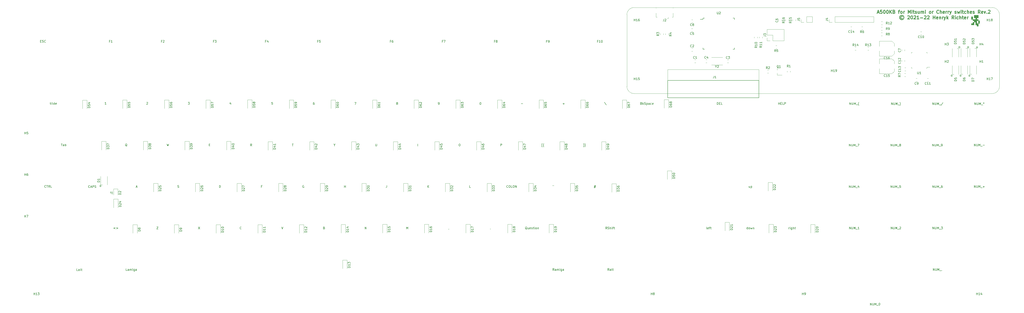
<source format=gto>
%TF.GenerationSoftware,KiCad,Pcbnew,(5.1.6-0)*%
%TF.CreationDate,2022-03-27T21:26:03+02:00*%
%TF.ProjectId,A500KB,41353030-4b42-42e6-9b69-6361645f7063,rev?*%
%TF.SameCoordinates,Original*%
%TF.FileFunction,Legend,Top*%
%TF.FilePolarity,Positive*%
%FSLAX46Y46*%
G04 Gerber Fmt 4.6, Leading zero omitted, Abs format (unit mm)*
G04 Created by KiCad (PCBNEW (5.1.6-0)) date 2022-03-27 21:26:03*
%MOMM*%
%LPD*%
G01*
G04 APERTURE LIST*
%ADD10C,0.120000*%
%ADD11C,0.150000*%
%ADD12C,0.300000*%
%ADD13C,0.100000*%
G04 APERTURE END LIST*
D10*
X66700000Y-307600000D02*
X66800000Y-307700000D01*
X66550000Y-307900000D02*
X66650000Y-308000000D01*
X66250000Y-307600000D02*
X66300000Y-307800000D01*
X66250000Y-307600000D02*
X66450000Y-307650000D01*
X66550000Y-307900000D02*
X66250000Y-307600000D01*
X66400000Y-307250000D02*
X66600000Y-307350000D01*
X66350000Y-307250000D02*
X66450000Y-307500000D01*
X66700000Y-307600000D02*
X66350000Y-307250000D01*
X67150000Y-307450000D02*
X67150000Y-306900000D01*
X66850000Y-307450000D02*
X67400000Y-307450000D01*
X67150000Y-308050000D02*
X67150000Y-308550000D01*
X67150000Y-307500000D02*
X67400000Y-308000000D01*
X66850000Y-308050000D02*
X67150000Y-307500000D01*
X67400000Y-308050000D02*
X66850000Y-308050000D01*
D11*
X61678571Y-304952380D02*
X61583333Y-304904761D01*
X61535714Y-304857142D01*
X61488095Y-304761904D01*
X61488095Y-304476190D01*
X61535714Y-304380952D01*
X61583333Y-304333333D01*
X61678571Y-304285714D01*
X61821428Y-304285714D01*
X61916666Y-304333333D01*
X61964285Y-304380952D01*
X62011904Y-304476190D01*
X62011904Y-304761904D01*
X61964285Y-304857142D01*
X61916666Y-304904761D01*
X61821428Y-304952380D01*
X61678571Y-304952380D01*
X462828571Y-241302380D02*
X462733333Y-241254761D01*
X462685714Y-241207142D01*
X462638095Y-241111904D01*
X462638095Y-240826190D01*
X462685714Y-240730952D01*
X462733333Y-240683333D01*
X462828571Y-240635714D01*
X462971428Y-240635714D01*
X463066666Y-240683333D01*
X463114285Y-240730952D01*
X463161904Y-240826190D01*
X463161904Y-241111904D01*
X463114285Y-241207142D01*
X463066666Y-241254761D01*
X462971428Y-241302380D01*
X462828571Y-241302380D01*
X458778571Y-241252380D02*
X458683333Y-241204761D01*
X458635714Y-241157142D01*
X458588095Y-241061904D01*
X458588095Y-240776190D01*
X458635714Y-240680952D01*
X458683333Y-240633333D01*
X458778571Y-240585714D01*
X458921428Y-240585714D01*
X459016666Y-240633333D01*
X459064285Y-240680952D01*
X459111904Y-240776190D01*
X459111904Y-241061904D01*
X459064285Y-241157142D01*
X459016666Y-241204761D01*
X458921428Y-241252380D01*
X458778571Y-241252380D01*
X454778571Y-241252380D02*
X454683333Y-241204761D01*
X454635714Y-241157142D01*
X454588095Y-241061904D01*
X454588095Y-240776190D01*
X454635714Y-240680952D01*
X454683333Y-240633333D01*
X454778571Y-240585714D01*
X454921428Y-240585714D01*
X455016666Y-240633333D01*
X455064285Y-240680952D01*
X455111904Y-240776190D01*
X455111904Y-241061904D01*
X455064285Y-241157142D01*
X455016666Y-241204761D01*
X454921428Y-241252380D01*
X454778571Y-241252380D01*
X451278571Y-254302380D02*
X451183333Y-254254761D01*
X451135714Y-254207142D01*
X451088095Y-254111904D01*
X451088095Y-253826190D01*
X451135714Y-253730952D01*
X451183333Y-253683333D01*
X451278571Y-253635714D01*
X451421428Y-253635714D01*
X451516666Y-253683333D01*
X451564285Y-253730952D01*
X451611904Y-253826190D01*
X451611904Y-254111904D01*
X451564285Y-254207142D01*
X451516666Y-254254761D01*
X451421428Y-254302380D01*
X451278571Y-254302380D01*
X455328571Y-254302380D02*
X455233333Y-254254761D01*
X455185714Y-254207142D01*
X455138095Y-254111904D01*
X455138095Y-253826190D01*
X455185714Y-253730952D01*
X455233333Y-253683333D01*
X455328571Y-253635714D01*
X455471428Y-253635714D01*
X455566666Y-253683333D01*
X455614285Y-253730952D01*
X455661904Y-253826190D01*
X455661904Y-254111904D01*
X455614285Y-254207142D01*
X455566666Y-254254761D01*
X455471428Y-254302380D01*
X455328571Y-254302380D01*
X459378571Y-254302380D02*
X459283333Y-254254761D01*
X459235714Y-254207142D01*
X459188095Y-254111904D01*
X459188095Y-253826190D01*
X459235714Y-253730952D01*
X459283333Y-253683333D01*
X459378571Y-253635714D01*
X459521428Y-253635714D01*
X459616666Y-253683333D01*
X459664285Y-253730952D01*
X459711904Y-253826190D01*
X459711904Y-254111904D01*
X459664285Y-254207142D01*
X459616666Y-254254761D01*
X459521428Y-254302380D01*
X459378571Y-254302380D01*
D12*
X417364285Y-225025000D02*
X418078571Y-225025000D01*
X417221428Y-225453571D02*
X417721428Y-223953571D01*
X418221428Y-225453571D01*
X419435714Y-223953571D02*
X418721428Y-223953571D01*
X418650000Y-224667857D01*
X418721428Y-224596428D01*
X418864285Y-224525000D01*
X419221428Y-224525000D01*
X419364285Y-224596428D01*
X419435714Y-224667857D01*
X419507142Y-224810714D01*
X419507142Y-225167857D01*
X419435714Y-225310714D01*
X419364285Y-225382142D01*
X419221428Y-225453571D01*
X418864285Y-225453571D01*
X418721428Y-225382142D01*
X418650000Y-225310714D01*
X420435714Y-223953571D02*
X420578571Y-223953571D01*
X420721428Y-224025000D01*
X420792857Y-224096428D01*
X420864285Y-224239285D01*
X420935714Y-224525000D01*
X420935714Y-224882142D01*
X420864285Y-225167857D01*
X420792857Y-225310714D01*
X420721428Y-225382142D01*
X420578571Y-225453571D01*
X420435714Y-225453571D01*
X420292857Y-225382142D01*
X420221428Y-225310714D01*
X420150000Y-225167857D01*
X420078571Y-224882142D01*
X420078571Y-224525000D01*
X420150000Y-224239285D01*
X420221428Y-224096428D01*
X420292857Y-224025000D01*
X420435714Y-223953571D01*
X421864285Y-223953571D02*
X422007142Y-223953571D01*
X422150000Y-224025000D01*
X422221428Y-224096428D01*
X422292857Y-224239285D01*
X422364285Y-224525000D01*
X422364285Y-224882142D01*
X422292857Y-225167857D01*
X422221428Y-225310714D01*
X422150000Y-225382142D01*
X422007142Y-225453571D01*
X421864285Y-225453571D01*
X421721428Y-225382142D01*
X421650000Y-225310714D01*
X421578571Y-225167857D01*
X421507142Y-224882142D01*
X421507142Y-224525000D01*
X421578571Y-224239285D01*
X421650000Y-224096428D01*
X421721428Y-224025000D01*
X421864285Y-223953571D01*
X423007142Y-225453571D02*
X423007142Y-223953571D01*
X423864285Y-225453571D02*
X423221428Y-224596428D01*
X423864285Y-223953571D02*
X423007142Y-224810714D01*
X425007142Y-224667857D02*
X425221428Y-224739285D01*
X425292857Y-224810714D01*
X425364285Y-224953571D01*
X425364285Y-225167857D01*
X425292857Y-225310714D01*
X425221428Y-225382142D01*
X425078571Y-225453571D01*
X424507142Y-225453571D01*
X424507142Y-223953571D01*
X425007142Y-223953571D01*
X425150000Y-224025000D01*
X425221428Y-224096428D01*
X425292857Y-224239285D01*
X425292857Y-224382142D01*
X425221428Y-224525000D01*
X425150000Y-224596428D01*
X425007142Y-224667857D01*
X424507142Y-224667857D01*
X426935714Y-224453571D02*
X427507142Y-224453571D01*
X427150000Y-225453571D02*
X427150000Y-224167857D01*
X427221428Y-224025000D01*
X427364285Y-223953571D01*
X427507142Y-223953571D01*
X428221428Y-225453571D02*
X428078571Y-225382142D01*
X428007142Y-225310714D01*
X427935714Y-225167857D01*
X427935714Y-224739285D01*
X428007142Y-224596428D01*
X428078571Y-224525000D01*
X428221428Y-224453571D01*
X428435714Y-224453571D01*
X428578571Y-224525000D01*
X428650000Y-224596428D01*
X428721428Y-224739285D01*
X428721428Y-225167857D01*
X428650000Y-225310714D01*
X428578571Y-225382142D01*
X428435714Y-225453571D01*
X428221428Y-225453571D01*
X429364285Y-225453571D02*
X429364285Y-224453571D01*
X429364285Y-224739285D02*
X429435714Y-224596428D01*
X429507142Y-224525000D01*
X429650000Y-224453571D01*
X429792857Y-224453571D01*
X431435714Y-225453571D02*
X431435714Y-223953571D01*
X431935714Y-225025000D01*
X432435714Y-223953571D01*
X432435714Y-225453571D01*
X433150000Y-225453571D02*
X433150000Y-224453571D01*
X433150000Y-223953571D02*
X433078571Y-224025000D01*
X433150000Y-224096428D01*
X433221428Y-224025000D01*
X433150000Y-223953571D01*
X433150000Y-224096428D01*
X433650000Y-224453571D02*
X434221428Y-224453571D01*
X433864285Y-223953571D02*
X433864285Y-225239285D01*
X433935714Y-225382142D01*
X434078571Y-225453571D01*
X434221428Y-225453571D01*
X434650000Y-225382142D02*
X434792857Y-225453571D01*
X435078571Y-225453571D01*
X435221428Y-225382142D01*
X435292857Y-225239285D01*
X435292857Y-225167857D01*
X435221428Y-225025000D01*
X435078571Y-224953571D01*
X434864285Y-224953571D01*
X434721428Y-224882142D01*
X434650000Y-224739285D01*
X434650000Y-224667857D01*
X434721428Y-224525000D01*
X434864285Y-224453571D01*
X435078571Y-224453571D01*
X435221428Y-224525000D01*
X436578571Y-224453571D02*
X436578571Y-225453571D01*
X435935714Y-224453571D02*
X435935714Y-225239285D01*
X436007142Y-225382142D01*
X436150000Y-225453571D01*
X436364285Y-225453571D01*
X436507142Y-225382142D01*
X436578571Y-225310714D01*
X437292857Y-225453571D02*
X437292857Y-224453571D01*
X437292857Y-224596428D02*
X437364285Y-224525000D01*
X437507142Y-224453571D01*
X437721428Y-224453571D01*
X437864285Y-224525000D01*
X437935714Y-224667857D01*
X437935714Y-225453571D01*
X437935714Y-224667857D02*
X438007142Y-224525000D01*
X438150000Y-224453571D01*
X438364285Y-224453571D01*
X438507142Y-224525000D01*
X438578571Y-224667857D01*
X438578571Y-225453571D01*
X439292857Y-225453571D02*
X439292857Y-224453571D01*
X439292857Y-223953571D02*
X439221428Y-224025000D01*
X439292857Y-224096428D01*
X439364285Y-224025000D01*
X439292857Y-223953571D01*
X439292857Y-224096428D01*
X441364285Y-225453571D02*
X441221428Y-225382142D01*
X441150000Y-225310714D01*
X441078571Y-225167857D01*
X441078571Y-224739285D01*
X441150000Y-224596428D01*
X441221428Y-224525000D01*
X441364285Y-224453571D01*
X441578571Y-224453571D01*
X441721428Y-224525000D01*
X441792857Y-224596428D01*
X441864285Y-224739285D01*
X441864285Y-225167857D01*
X441792857Y-225310714D01*
X441721428Y-225382142D01*
X441578571Y-225453571D01*
X441364285Y-225453571D01*
X442507142Y-225453571D02*
X442507142Y-224453571D01*
X442507142Y-224739285D02*
X442578571Y-224596428D01*
X442650000Y-224525000D01*
X442792857Y-224453571D01*
X442935714Y-224453571D01*
X445435714Y-225310714D02*
X445364285Y-225382142D01*
X445150000Y-225453571D01*
X445007142Y-225453571D01*
X444792857Y-225382142D01*
X444650000Y-225239285D01*
X444578571Y-225096428D01*
X444507142Y-224810714D01*
X444507142Y-224596428D01*
X444578571Y-224310714D01*
X444650000Y-224167857D01*
X444792857Y-224025000D01*
X445007142Y-223953571D01*
X445150000Y-223953571D01*
X445364285Y-224025000D01*
X445435714Y-224096428D01*
X446078571Y-225453571D02*
X446078571Y-223953571D01*
X446721428Y-225453571D02*
X446721428Y-224667857D01*
X446650000Y-224525000D01*
X446507142Y-224453571D01*
X446292857Y-224453571D01*
X446150000Y-224525000D01*
X446078571Y-224596428D01*
X448007142Y-225382142D02*
X447864285Y-225453571D01*
X447578571Y-225453571D01*
X447435714Y-225382142D01*
X447364285Y-225239285D01*
X447364285Y-224667857D01*
X447435714Y-224525000D01*
X447578571Y-224453571D01*
X447864285Y-224453571D01*
X448007142Y-224525000D01*
X448078571Y-224667857D01*
X448078571Y-224810714D01*
X447364285Y-224953571D01*
X448721428Y-225453571D02*
X448721428Y-224453571D01*
X448721428Y-224739285D02*
X448792857Y-224596428D01*
X448864285Y-224525000D01*
X449007142Y-224453571D01*
X449150000Y-224453571D01*
X449650000Y-225453571D02*
X449650000Y-224453571D01*
X449650000Y-224739285D02*
X449721428Y-224596428D01*
X449792857Y-224525000D01*
X449935714Y-224453571D01*
X450078571Y-224453571D01*
X450435714Y-224453571D02*
X450792857Y-225453571D01*
X451150000Y-224453571D02*
X450792857Y-225453571D01*
X450650000Y-225810714D01*
X450578571Y-225882142D01*
X450435714Y-225953571D01*
X452792857Y-225382142D02*
X452935714Y-225453571D01*
X453221428Y-225453571D01*
X453364285Y-225382142D01*
X453435714Y-225239285D01*
X453435714Y-225167857D01*
X453364285Y-225025000D01*
X453221428Y-224953571D01*
X453007142Y-224953571D01*
X452864285Y-224882142D01*
X452792857Y-224739285D01*
X452792857Y-224667857D01*
X452864285Y-224525000D01*
X453007142Y-224453571D01*
X453221428Y-224453571D01*
X453364285Y-224525000D01*
X453935714Y-224453571D02*
X454221428Y-225453571D01*
X454507142Y-224739285D01*
X454792857Y-225453571D01*
X455078571Y-224453571D01*
X455650000Y-225453571D02*
X455650000Y-224453571D01*
X455650000Y-223953571D02*
X455578571Y-224025000D01*
X455650000Y-224096428D01*
X455721428Y-224025000D01*
X455650000Y-223953571D01*
X455650000Y-224096428D01*
X456150000Y-224453571D02*
X456721428Y-224453571D01*
X456364285Y-223953571D02*
X456364285Y-225239285D01*
X456435714Y-225382142D01*
X456578571Y-225453571D01*
X456721428Y-225453571D01*
X457864285Y-225382142D02*
X457721428Y-225453571D01*
X457435714Y-225453571D01*
X457292857Y-225382142D01*
X457221428Y-225310714D01*
X457150000Y-225167857D01*
X457150000Y-224739285D01*
X457221428Y-224596428D01*
X457292857Y-224525000D01*
X457435714Y-224453571D01*
X457721428Y-224453571D01*
X457864285Y-224525000D01*
X458507142Y-225453571D02*
X458507142Y-223953571D01*
X459150000Y-225453571D02*
X459150000Y-224667857D01*
X459078571Y-224525000D01*
X458935714Y-224453571D01*
X458721428Y-224453571D01*
X458578571Y-224525000D01*
X458507142Y-224596428D01*
X460435714Y-225382142D02*
X460292857Y-225453571D01*
X460007142Y-225453571D01*
X459864285Y-225382142D01*
X459792857Y-225239285D01*
X459792857Y-224667857D01*
X459864285Y-224525000D01*
X460007142Y-224453571D01*
X460292857Y-224453571D01*
X460435714Y-224525000D01*
X460507142Y-224667857D01*
X460507142Y-224810714D01*
X459792857Y-224953571D01*
X461078571Y-225382142D02*
X461221428Y-225453571D01*
X461507142Y-225453571D01*
X461650000Y-225382142D01*
X461721428Y-225239285D01*
X461721428Y-225167857D01*
X461650000Y-225025000D01*
X461507142Y-224953571D01*
X461292857Y-224953571D01*
X461150000Y-224882142D01*
X461078571Y-224739285D01*
X461078571Y-224667857D01*
X461150000Y-224525000D01*
X461292857Y-224453571D01*
X461507142Y-224453571D01*
X461650000Y-224525000D01*
X464364285Y-225453571D02*
X463864285Y-224739285D01*
X463507142Y-225453571D02*
X463507142Y-223953571D01*
X464078571Y-223953571D01*
X464221428Y-224025000D01*
X464292857Y-224096428D01*
X464364285Y-224239285D01*
X464364285Y-224453571D01*
X464292857Y-224596428D01*
X464221428Y-224667857D01*
X464078571Y-224739285D01*
X463507142Y-224739285D01*
X465578571Y-225382142D02*
X465435714Y-225453571D01*
X465150000Y-225453571D01*
X465007142Y-225382142D01*
X464935714Y-225239285D01*
X464935714Y-224667857D01*
X465007142Y-224525000D01*
X465150000Y-224453571D01*
X465435714Y-224453571D01*
X465578571Y-224525000D01*
X465650000Y-224667857D01*
X465650000Y-224810714D01*
X464935714Y-224953571D01*
X466150000Y-224453571D02*
X466507142Y-225453571D01*
X466864285Y-224453571D01*
X467435714Y-225310714D02*
X467507142Y-225382142D01*
X467435714Y-225453571D01*
X467364285Y-225382142D01*
X467435714Y-225310714D01*
X467435714Y-225453571D01*
X468078571Y-224096428D02*
X468150000Y-224025000D01*
X468292857Y-223953571D01*
X468650000Y-223953571D01*
X468792857Y-224025000D01*
X468864285Y-224096428D01*
X468935714Y-224239285D01*
X468935714Y-224382142D01*
X468864285Y-224596428D01*
X468007142Y-225453571D01*
X468935714Y-225453571D01*
X428792857Y-226860714D02*
X428650000Y-226789285D01*
X428364285Y-226789285D01*
X428221428Y-226860714D01*
X428078571Y-227003571D01*
X428007142Y-227146428D01*
X428007142Y-227432142D01*
X428078571Y-227575000D01*
X428221428Y-227717857D01*
X428364285Y-227789285D01*
X428650000Y-227789285D01*
X428792857Y-227717857D01*
X428507142Y-226289285D02*
X428150000Y-226360714D01*
X427792857Y-226575000D01*
X427578571Y-226932142D01*
X427507142Y-227289285D01*
X427578571Y-227646428D01*
X427792857Y-228003571D01*
X428150000Y-228217857D01*
X428507142Y-228289285D01*
X428864285Y-228217857D01*
X429221428Y-228003571D01*
X429435714Y-227646428D01*
X429507142Y-227289285D01*
X429435714Y-226932142D01*
X429221428Y-226575000D01*
X428864285Y-226360714D01*
X428507142Y-226289285D01*
X431221428Y-226646428D02*
X431292857Y-226575000D01*
X431435714Y-226503571D01*
X431792857Y-226503571D01*
X431935714Y-226575000D01*
X432007142Y-226646428D01*
X432078571Y-226789285D01*
X432078571Y-226932142D01*
X432007142Y-227146428D01*
X431150000Y-228003571D01*
X432078571Y-228003571D01*
X433007142Y-226503571D02*
X433150000Y-226503571D01*
X433292857Y-226575000D01*
X433364285Y-226646428D01*
X433435714Y-226789285D01*
X433507142Y-227075000D01*
X433507142Y-227432142D01*
X433435714Y-227717857D01*
X433364285Y-227860714D01*
X433292857Y-227932142D01*
X433150000Y-228003571D01*
X433007142Y-228003571D01*
X432864285Y-227932142D01*
X432792857Y-227860714D01*
X432721428Y-227717857D01*
X432650000Y-227432142D01*
X432650000Y-227075000D01*
X432721428Y-226789285D01*
X432792857Y-226646428D01*
X432864285Y-226575000D01*
X433007142Y-226503571D01*
X434078571Y-226646428D02*
X434150000Y-226575000D01*
X434292857Y-226503571D01*
X434650000Y-226503571D01*
X434792857Y-226575000D01*
X434864285Y-226646428D01*
X434935714Y-226789285D01*
X434935714Y-226932142D01*
X434864285Y-227146428D01*
X434007142Y-228003571D01*
X434935714Y-228003571D01*
X436364285Y-228003571D02*
X435507142Y-228003571D01*
X435935714Y-228003571D02*
X435935714Y-226503571D01*
X435792857Y-226717857D01*
X435650000Y-226860714D01*
X435507142Y-226932142D01*
X437007142Y-227432142D02*
X438150000Y-227432142D01*
X438792857Y-226646428D02*
X438864285Y-226575000D01*
X439007142Y-226503571D01*
X439364285Y-226503571D01*
X439507142Y-226575000D01*
X439578571Y-226646428D01*
X439650000Y-226789285D01*
X439650000Y-226932142D01*
X439578571Y-227146428D01*
X438721428Y-228003571D01*
X439650000Y-228003571D01*
X440221428Y-226646428D02*
X440292857Y-226575000D01*
X440435714Y-226503571D01*
X440792857Y-226503571D01*
X440935714Y-226575000D01*
X441007142Y-226646428D01*
X441078571Y-226789285D01*
X441078571Y-226932142D01*
X441007142Y-227146428D01*
X440150000Y-228003571D01*
X441078571Y-228003571D01*
X442864285Y-228003571D02*
X442864285Y-226503571D01*
X442864285Y-227217857D02*
X443721428Y-227217857D01*
X443721428Y-228003571D02*
X443721428Y-226503571D01*
X445007142Y-227932142D02*
X444864285Y-228003571D01*
X444578571Y-228003571D01*
X444435714Y-227932142D01*
X444364285Y-227789285D01*
X444364285Y-227217857D01*
X444435714Y-227075000D01*
X444578571Y-227003571D01*
X444864285Y-227003571D01*
X445007142Y-227075000D01*
X445078571Y-227217857D01*
X445078571Y-227360714D01*
X444364285Y-227503571D01*
X445721428Y-227003571D02*
X445721428Y-228003571D01*
X445721428Y-227146428D02*
X445792857Y-227075000D01*
X445935714Y-227003571D01*
X446150000Y-227003571D01*
X446292857Y-227075000D01*
X446364285Y-227217857D01*
X446364285Y-228003571D01*
X447078571Y-228003571D02*
X447078571Y-227003571D01*
X447078571Y-227289285D02*
X447150000Y-227146428D01*
X447221428Y-227075000D01*
X447364285Y-227003571D01*
X447507142Y-227003571D01*
X447864285Y-227003571D02*
X448221428Y-228003571D01*
X448578571Y-227003571D02*
X448221428Y-228003571D01*
X448078571Y-228360714D01*
X448007142Y-228432142D01*
X447864285Y-228503571D01*
X449150000Y-228003571D02*
X449150000Y-226503571D01*
X449292857Y-227432142D02*
X449721428Y-228003571D01*
X449721428Y-227003571D02*
X449150000Y-227575000D01*
X452364285Y-228003571D02*
X451864285Y-227289285D01*
X451507142Y-228003571D02*
X451507142Y-226503571D01*
X452078571Y-226503571D01*
X452221428Y-226575000D01*
X452292857Y-226646428D01*
X452364285Y-226789285D01*
X452364285Y-227003571D01*
X452292857Y-227146428D01*
X452221428Y-227217857D01*
X452078571Y-227289285D01*
X451507142Y-227289285D01*
X453007142Y-228003571D02*
X453007142Y-227003571D01*
X453007142Y-226503571D02*
X452935714Y-226575000D01*
X453007142Y-226646428D01*
X453078571Y-226575000D01*
X453007142Y-226503571D01*
X453007142Y-226646428D01*
X454364285Y-227932142D02*
X454221428Y-228003571D01*
X453935714Y-228003571D01*
X453792857Y-227932142D01*
X453721428Y-227860714D01*
X453650000Y-227717857D01*
X453650000Y-227289285D01*
X453721428Y-227146428D01*
X453792857Y-227075000D01*
X453935714Y-227003571D01*
X454221428Y-227003571D01*
X454364285Y-227075000D01*
X455007142Y-228003571D02*
X455007142Y-226503571D01*
X455650000Y-228003571D02*
X455650000Y-227217857D01*
X455578571Y-227075000D01*
X455435714Y-227003571D01*
X455221428Y-227003571D01*
X455078571Y-227075000D01*
X455007142Y-227146428D01*
X456150000Y-227003571D02*
X456721428Y-227003571D01*
X456364285Y-226503571D02*
X456364285Y-227789285D01*
X456435714Y-227932142D01*
X456578571Y-228003571D01*
X456721428Y-228003571D01*
X457792857Y-227932142D02*
X457650000Y-228003571D01*
X457364285Y-228003571D01*
X457221428Y-227932142D01*
X457150000Y-227789285D01*
X457150000Y-227217857D01*
X457221428Y-227075000D01*
X457364285Y-227003571D01*
X457650000Y-227003571D01*
X457792857Y-227075000D01*
X457864285Y-227217857D01*
X457864285Y-227360714D01*
X457150000Y-227503571D01*
X458507142Y-228003571D02*
X458507142Y-227003571D01*
X458507142Y-227289285D02*
X458578571Y-227146428D01*
X458650000Y-227075000D01*
X458792857Y-227003571D01*
X458935714Y-227003571D01*
D10*
X302700000Y-226900000D02*
X302700000Y-226950000D01*
X302700000Y-225950000D02*
X302700000Y-226900000D01*
X302700000Y-225950000D02*
G75*
G02*
X305950000Y-222700000I3250000J0D01*
G01*
X302700000Y-258950000D02*
X302700000Y-226850000D01*
X473200000Y-225950000D02*
X473200000Y-258950000D01*
X469950000Y-222700000D02*
G75*
G02*
X473200000Y-225950000I0J-3250000D01*
G01*
X469950000Y-222700000D02*
X305950000Y-222700000D01*
X305950000Y-262200000D02*
X307250000Y-262200000D01*
X305950000Y-262200000D02*
G75*
G02*
X302700000Y-258950000I0J3250000D01*
G01*
X469950000Y-262200000D02*
X307250000Y-262200000D01*
X473200000Y-258950000D02*
G75*
G02*
X469950000Y-262200000I-3250000J0D01*
G01*
D13*
%TO.C,REF\u002A\u002A*%
G36*
X461615000Y-230020000D02*
G01*
X461615000Y-230655000D01*
X460345000Y-230655000D01*
X460345000Y-230020000D01*
X461615000Y-230020000D01*
G37*
X461615000Y-230020000D02*
X461615000Y-230655000D01*
X460345000Y-230655000D01*
X460345000Y-230020000D01*
X461615000Y-230020000D01*
G36*
X461615000Y-229385000D02*
G01*
X461615000Y-230020000D01*
X460980000Y-230020000D01*
X460980000Y-229385000D01*
X461615000Y-229385000D01*
G37*
X461615000Y-229385000D02*
X461615000Y-230020000D01*
X460980000Y-230020000D01*
X460980000Y-229385000D01*
X461615000Y-229385000D01*
G36*
X462885000Y-230020000D02*
G01*
X463520000Y-230020000D01*
X463520000Y-231290000D01*
X462885000Y-231290000D01*
X462885000Y-230020000D01*
G37*
X462885000Y-230020000D02*
X463520000Y-230020000D01*
X463520000Y-231290000D01*
X462885000Y-231290000D01*
X462885000Y-230020000D01*
G36*
X462885000Y-229385000D02*
G01*
X462885000Y-230655000D01*
X462250000Y-230655000D01*
X462250000Y-229385000D01*
X462885000Y-229385000D01*
G37*
X462885000Y-229385000D02*
X462885000Y-230655000D01*
X462250000Y-230655000D01*
X462250000Y-229385000D01*
X462885000Y-229385000D01*
G36*
X462885000Y-228750000D02*
G01*
X462885000Y-229385000D01*
X461615000Y-229385000D01*
X461615000Y-228750000D01*
X462885000Y-228750000D01*
G37*
X462885000Y-228750000D02*
X462885000Y-229385000D01*
X461615000Y-229385000D01*
X461615000Y-228750000D01*
X462885000Y-228750000D01*
G36*
X463520000Y-228750000D02*
G01*
X463520000Y-230020000D01*
X464155000Y-230020000D01*
X464155000Y-228750000D01*
X463520000Y-228750000D01*
G37*
X463520000Y-228750000D02*
X463520000Y-230020000D01*
X464155000Y-230020000D01*
X464155000Y-228750000D01*
X463520000Y-228750000D01*
G36*
X461615000Y-228115000D02*
G01*
X463520000Y-228115000D01*
X463520000Y-228750000D01*
X461615000Y-228750000D01*
X461615000Y-228115000D01*
G37*
X461615000Y-228115000D02*
X463520000Y-228115000D01*
X463520000Y-228750000D01*
X461615000Y-228750000D01*
X461615000Y-228115000D01*
G36*
X460980000Y-228115000D02*
G01*
X460980000Y-226845000D01*
X460345000Y-226845000D01*
X460345000Y-228115000D01*
X460980000Y-228115000D01*
G37*
X460980000Y-228115000D02*
X460980000Y-226845000D01*
X460345000Y-226845000D01*
X460345000Y-228115000D01*
X460980000Y-228115000D01*
G36*
X461615000Y-228115000D02*
G01*
X460980000Y-228115000D01*
X460980000Y-228750000D01*
X461615000Y-228750000D01*
X461615000Y-228115000D01*
G37*
X461615000Y-228115000D02*
X460980000Y-228115000D01*
X460980000Y-228750000D01*
X461615000Y-228750000D01*
X461615000Y-228115000D01*
G36*
X462250000Y-227480000D02*
G01*
X462250000Y-228115000D01*
X462885000Y-228115000D01*
X462885000Y-227480000D01*
X462250000Y-227480000D01*
G37*
X462250000Y-227480000D02*
X462250000Y-228115000D01*
X462885000Y-228115000D01*
X462885000Y-227480000D01*
X462250000Y-227480000D01*
G36*
X461615000Y-226210000D02*
G01*
X463520000Y-226210000D01*
X463520000Y-227480000D01*
X461615000Y-227480000D01*
X461615000Y-226210000D01*
G37*
X461615000Y-226210000D02*
X463520000Y-226210000D01*
X463520000Y-227480000D01*
X461615000Y-227480000D01*
X461615000Y-226210000D01*
D10*
%TO.C,J2*%
X323850000Y-227150000D02*
X323400000Y-227150000D01*
X323850000Y-225300000D02*
X323850000Y-227150000D01*
X316050000Y-222750000D02*
X316050000Y-223000000D01*
X323850000Y-222750000D02*
X323850000Y-223000000D01*
X316050000Y-225300000D02*
X316050000Y-227150000D01*
X316050000Y-227150000D02*
X316500000Y-227150000D01*
X321650000Y-227700000D02*
X321200000Y-227700000D01*
X321650000Y-227700000D02*
X321650000Y-227250000D01*
%TO.C,D68*%
X321800000Y-264950000D02*
X319800000Y-264950000D01*
X319800000Y-264950000D02*
X319800000Y-268850000D01*
X321800000Y-264950000D02*
X321800000Y-268850000D01*
%TO.C,D67*%
X302600000Y-265150000D02*
X300600000Y-265150000D01*
X300600000Y-265150000D02*
X300600000Y-269050000D01*
X302600000Y-265150000D02*
X302600000Y-269050000D01*
%TO.C,D66*%
X283600000Y-265150000D02*
X281600000Y-265150000D01*
X281600000Y-265150000D02*
X281600000Y-269050000D01*
X283600000Y-265150000D02*
X283600000Y-269050000D01*
%TO.C,D65*%
X264500000Y-265150000D02*
X262500000Y-265150000D01*
X262500000Y-265150000D02*
X262500000Y-269050000D01*
X264500000Y-265150000D02*
X264500000Y-269050000D01*
%TO.C,D64*%
X245500000Y-265150000D02*
X243500000Y-265150000D01*
X243500000Y-265150000D02*
X243500000Y-269050000D01*
X245500000Y-265150000D02*
X245500000Y-269050000D01*
%TO.C,D63*%
X226400000Y-265150000D02*
X224400000Y-265150000D01*
X224400000Y-265150000D02*
X224400000Y-269050000D01*
X226400000Y-265150000D02*
X226400000Y-269050000D01*
%TO.C,D62*%
X207300000Y-265150000D02*
X205300000Y-265150000D01*
X205300000Y-265150000D02*
X205300000Y-269050000D01*
X207300000Y-265150000D02*
X207300000Y-269050000D01*
%TO.C,D61*%
X188300000Y-265150000D02*
X186300000Y-265150000D01*
X186300000Y-265150000D02*
X186300000Y-269050000D01*
X188300000Y-265150000D02*
X188300000Y-269050000D01*
%TO.C,D60*%
X169300000Y-265150000D02*
X167300000Y-265150000D01*
X167300000Y-265150000D02*
X167300000Y-269050000D01*
X169300000Y-265150000D02*
X169300000Y-269050000D01*
%TO.C,D59*%
X150200000Y-265150000D02*
X148200000Y-265150000D01*
X148200000Y-265150000D02*
X148200000Y-269050000D01*
X150200000Y-265150000D02*
X150200000Y-269050000D01*
%TO.C,D58*%
X131100000Y-265050000D02*
X129100000Y-265050000D01*
X129100000Y-265050000D02*
X129100000Y-268950000D01*
X131100000Y-265050000D02*
X131100000Y-268950000D01*
%TO.C,D57*%
X112000000Y-265150000D02*
X110000000Y-265150000D01*
X110000000Y-265150000D02*
X110000000Y-269050000D01*
X112000000Y-265150000D02*
X112000000Y-269050000D01*
%TO.C,D56*%
X93100000Y-265150000D02*
X91100000Y-265150000D01*
X91100000Y-265150000D02*
X91100000Y-269050000D01*
X93100000Y-265150000D02*
X93100000Y-269050000D01*
%TO.C,D55*%
X73900000Y-265150000D02*
X71900000Y-265150000D01*
X71900000Y-265150000D02*
X71900000Y-269050000D01*
X73900000Y-265150000D02*
X73900000Y-269050000D01*
%TO.C,D50*%
X323200000Y-297650000D02*
X321200000Y-297650000D01*
X321200000Y-297650000D02*
X321200000Y-301550000D01*
X323200000Y-297650000D02*
X323200000Y-301550000D01*
%TO.C,D49*%
X293100000Y-284300000D02*
X291100000Y-284300000D01*
X291100000Y-284300000D02*
X291100000Y-288200000D01*
X293100000Y-284300000D02*
X293100000Y-288200000D01*
%TO.C,D48*%
X274000000Y-284300000D02*
X272000000Y-284300000D01*
X272000000Y-284300000D02*
X272000000Y-288200000D01*
X274000000Y-284300000D02*
X274000000Y-288200000D01*
%TO.C,D47*%
X255000000Y-284250000D02*
X253000000Y-284250000D01*
X253000000Y-284250000D02*
X253000000Y-288150000D01*
X255000000Y-284250000D02*
X255000000Y-288150000D01*
%TO.C,D46*%
X235900000Y-284250000D02*
X233900000Y-284250000D01*
X233900000Y-284250000D02*
X233900000Y-288150000D01*
X235900000Y-284250000D02*
X235900000Y-288150000D01*
%TO.C,D45*%
X216800000Y-284250000D02*
X214800000Y-284250000D01*
X214800000Y-284250000D02*
X214800000Y-288150000D01*
X216800000Y-284250000D02*
X216800000Y-288150000D01*
%TO.C,D44*%
X197800000Y-284250000D02*
X195800000Y-284250000D01*
X195800000Y-284250000D02*
X195800000Y-288150000D01*
X197800000Y-284250000D02*
X197800000Y-288150000D01*
%TO.C,D43*%
X178700000Y-284250000D02*
X176700000Y-284250000D01*
X176700000Y-284250000D02*
X176700000Y-288150000D01*
X178700000Y-284250000D02*
X178700000Y-288150000D01*
%TO.C,D42*%
X159500000Y-284250000D02*
X157500000Y-284250000D01*
X157500000Y-284250000D02*
X157500000Y-288150000D01*
X159500000Y-284250000D02*
X159500000Y-288150000D01*
%TO.C,D41*%
X140500000Y-284250000D02*
X138500000Y-284250000D01*
X138500000Y-284250000D02*
X138500000Y-288150000D01*
X140500000Y-284250000D02*
X140500000Y-288150000D01*
%TO.C,D40*%
X121500000Y-284150000D02*
X119500000Y-284150000D01*
X119500000Y-284150000D02*
X119500000Y-288050000D01*
X121500000Y-284150000D02*
X121500000Y-288050000D01*
%TO.C,D39*%
X102400000Y-284150000D02*
X100400000Y-284150000D01*
X100400000Y-284150000D02*
X100400000Y-288050000D01*
X102400000Y-284150000D02*
X102400000Y-288050000D01*
%TO.C,D38*%
X83400000Y-284150000D02*
X81400000Y-284150000D01*
X81400000Y-284150000D02*
X81400000Y-288050000D01*
X83400000Y-284150000D02*
X83400000Y-288050000D01*
%TO.C,D37*%
X64300000Y-284150000D02*
X62300000Y-284150000D01*
X62300000Y-284150000D02*
X62300000Y-288050000D01*
X64300000Y-284150000D02*
X64300000Y-288050000D01*
%TO.C,D36*%
X297800000Y-303550000D02*
X295800000Y-303550000D01*
X295800000Y-303550000D02*
X295800000Y-307450000D01*
X297800000Y-303550000D02*
X297800000Y-307450000D01*
%TO.C,D35*%
X278800000Y-303450000D02*
X276800000Y-303450000D01*
X276800000Y-303450000D02*
X276800000Y-307350000D01*
X278800000Y-303450000D02*
X278800000Y-307350000D01*
%TO.C,D34*%
X259800000Y-303450000D02*
X257800000Y-303450000D01*
X257800000Y-303450000D02*
X257800000Y-307350000D01*
X259800000Y-303450000D02*
X259800000Y-307350000D01*
%TO.C,D33*%
X240700000Y-303450000D02*
X238700000Y-303450000D01*
X238700000Y-303450000D02*
X238700000Y-307350000D01*
X240700000Y-303450000D02*
X240700000Y-307350000D01*
%TO.C,D32*%
X221600000Y-303450000D02*
X219600000Y-303450000D01*
X219600000Y-303450000D02*
X219600000Y-307350000D01*
X221600000Y-303450000D02*
X221600000Y-307350000D01*
%TO.C,D31*%
X202500000Y-303450000D02*
X200500000Y-303450000D01*
X200500000Y-303450000D02*
X200500000Y-307350000D01*
X202500000Y-303450000D02*
X202500000Y-307350000D01*
%TO.C,D30*%
X183400000Y-303450000D02*
X181400000Y-303450000D01*
X181400000Y-303450000D02*
X181400000Y-307350000D01*
X183400000Y-303450000D02*
X183400000Y-307350000D01*
%TO.C,D29*%
X164400000Y-303450000D02*
X162400000Y-303450000D01*
X162400000Y-303450000D02*
X162400000Y-307350000D01*
X164400000Y-303450000D02*
X164400000Y-307350000D01*
%TO.C,D28*%
X145300000Y-303450000D02*
X143300000Y-303450000D01*
X143300000Y-303450000D02*
X143300000Y-307350000D01*
X145300000Y-303450000D02*
X145300000Y-307350000D01*
%TO.C,D27*%
X126300000Y-303450000D02*
X124300000Y-303450000D01*
X124300000Y-303450000D02*
X124300000Y-307350000D01*
X126300000Y-303450000D02*
X126300000Y-307350000D01*
%TO.C,D26*%
X107200000Y-303450000D02*
X105200000Y-303450000D01*
X105200000Y-303450000D02*
X105200000Y-307350000D01*
X107200000Y-303450000D02*
X107200000Y-307350000D01*
%TO.C,D25*%
X88100000Y-303450000D02*
X86100000Y-303450000D01*
X86100000Y-303450000D02*
X86100000Y-307350000D01*
X88100000Y-303450000D02*
X88100000Y-307350000D01*
%TO.C,D24*%
X69800000Y-310650000D02*
X67800000Y-310650000D01*
X67800000Y-310650000D02*
X67800000Y-314550000D01*
X69800000Y-310650000D02*
X69800000Y-314550000D01*
%TO.C,D23*%
X369700000Y-322250000D02*
X367700000Y-322250000D01*
X367700000Y-322250000D02*
X367700000Y-326150000D01*
X369700000Y-322250000D02*
X369700000Y-326150000D01*
%TO.C,D22*%
X369300000Y-302950000D02*
X367300000Y-302950000D01*
X367300000Y-302950000D02*
X367300000Y-306850000D01*
X369300000Y-302950000D02*
X369300000Y-306850000D01*
%TO.C,D21*%
X349600000Y-321250000D02*
X347600000Y-321250000D01*
X347600000Y-321250000D02*
X347600000Y-325150000D01*
X349600000Y-321250000D02*
X349600000Y-325150000D01*
%TO.C,D20*%
X388800000Y-322300000D02*
X386800000Y-322300000D01*
X386800000Y-322300000D02*
X386800000Y-326200000D01*
X388800000Y-322300000D02*
X388800000Y-326200000D01*
%TO.C,D19*%
X269100000Y-322250000D02*
X267100000Y-322250000D01*
X267100000Y-322250000D02*
X267100000Y-326150000D01*
X269100000Y-322250000D02*
X269100000Y-326150000D01*
%TO.C,D18*%
X250100000Y-322250000D02*
X248100000Y-322250000D01*
X248100000Y-322250000D02*
X248100000Y-326150000D01*
X250100000Y-322250000D02*
X250100000Y-326150000D01*
%TO.C,D17*%
X231000000Y-322250000D02*
X229000000Y-322250000D01*
X229000000Y-322250000D02*
X229000000Y-326150000D01*
X231000000Y-322250000D02*
X231000000Y-326150000D01*
%TO.C,D16*%
X212000000Y-322250000D02*
X210000000Y-322250000D01*
X210000000Y-322250000D02*
X210000000Y-326150000D01*
X212000000Y-322250000D02*
X212000000Y-326150000D01*
%TO.C,D15*%
X192900000Y-322250000D02*
X190900000Y-322250000D01*
X190900000Y-322250000D02*
X190900000Y-326150000D01*
X192900000Y-322250000D02*
X192900000Y-326150000D01*
%TO.C,D14*%
X173900000Y-322300000D02*
X171900000Y-322300000D01*
X171900000Y-322300000D02*
X171900000Y-326200000D01*
X173900000Y-322300000D02*
X173900000Y-326200000D01*
%TO.C,D13*%
X174600000Y-338600000D02*
X172600000Y-338600000D01*
X172600000Y-338600000D02*
X172600000Y-342500000D01*
X174600000Y-338600000D02*
X174600000Y-342500000D01*
%TO.C,D12*%
X154800000Y-322350000D02*
X152800000Y-322350000D01*
X152800000Y-322350000D02*
X152800000Y-326250000D01*
X154800000Y-322350000D02*
X154800000Y-326250000D01*
%TO.C,D11*%
X135800000Y-322350000D02*
X133800000Y-322350000D01*
X133800000Y-322350000D02*
X133800000Y-326250000D01*
X135800000Y-322350000D02*
X135800000Y-326250000D01*
%TO.C,D10*%
X116700000Y-322400000D02*
X114700000Y-322400000D01*
X114700000Y-322400000D02*
X114700000Y-326300000D01*
X116700000Y-322400000D02*
X116700000Y-326300000D01*
%TO.C,D9*%
X97600000Y-322400000D02*
X95600000Y-322400000D01*
X95600000Y-322400000D02*
X95600000Y-326300000D01*
X97600000Y-322400000D02*
X97600000Y-326300000D01*
%TO.C,D8*%
X78600000Y-322350000D02*
X76600000Y-322350000D01*
X76600000Y-322350000D02*
X76600000Y-326250000D01*
X78600000Y-322350000D02*
X78600000Y-326250000D01*
%TO.C,D54*%
X55600000Y-265250000D02*
X53600000Y-265250000D01*
X53600000Y-265250000D02*
X53600000Y-269150000D01*
X55600000Y-265250000D02*
X55600000Y-269150000D01*
%TO.C,R16*%
X375337000Y-228788752D02*
X375337000Y-228266248D01*
X376757000Y-228788752D02*
X376757000Y-228266248D01*
%TO.C,R15*%
X378512000Y-228788752D02*
X378512000Y-228266248D01*
X379932000Y-228788752D02*
X379932000Y-228266248D01*
%TO.C,R14*%
X407036748Y-240844000D02*
X407559252Y-240844000D01*
X407036748Y-242264000D02*
X407559252Y-242264000D01*
%TO.C,R13*%
X412860748Y-240844000D02*
X413383252Y-240844000D01*
X412860748Y-242264000D02*
X413383252Y-242264000D01*
%TO.C,R12*%
X419624252Y-230580000D02*
X419101748Y-230580000D01*
X419624252Y-229160000D02*
X419101748Y-229160000D01*
%TO.C,R11*%
X364692000Y-236203748D02*
X364692000Y-236726252D01*
X363272000Y-236203748D02*
X363272000Y-236726252D01*
%TO.C,R10*%
X362406000Y-236212748D02*
X362406000Y-236735252D01*
X360986000Y-236212748D02*
X360986000Y-236735252D01*
%TO.C,R9*%
X419615252Y-233120000D02*
X419092748Y-233120000D01*
X419615252Y-231700000D02*
X419092748Y-231700000D01*
%TO.C,R8*%
X419615252Y-235660000D02*
X419092748Y-235660000D01*
X419615252Y-234240000D02*
X419092748Y-234240000D01*
%TO.C,C16*%
X418227500Y-238140000D02*
X418227500Y-240490000D01*
X418227500Y-244960000D02*
X418227500Y-242610000D01*
X423983063Y-244960000D02*
X418227500Y-244960000D01*
X423983063Y-238140000D02*
X418227500Y-238140000D01*
X425047500Y-239204437D02*
X425047500Y-240490000D01*
X425047500Y-243895563D02*
X425047500Y-242610000D01*
X425047500Y-243895563D02*
X423983063Y-244960000D01*
X425047500Y-239204437D02*
X423983063Y-238140000D01*
%TO.C,C15*%
X418227500Y-246240000D02*
X418227500Y-248590000D01*
X418227500Y-253060000D02*
X418227500Y-250710000D01*
X423983063Y-253060000D02*
X418227500Y-253060000D01*
X423983063Y-246240000D02*
X418227500Y-246240000D01*
X425047500Y-247304437D02*
X425047500Y-248590000D01*
X425047500Y-251995563D02*
X425047500Y-250710000D01*
X425047500Y-251995563D02*
X423983063Y-253060000D01*
X425047500Y-247304437D02*
X423983063Y-246240000D01*
%TO.C,R7*%
X429763748Y-252990000D02*
X430286252Y-252990000D01*
X429763748Y-254410000D02*
X430286252Y-254410000D01*
%TO.C,R6*%
X410611252Y-232910000D02*
X410088748Y-232910000D01*
X410611252Y-231490000D02*
X410088748Y-231490000D01*
%TO.C,R5*%
X371311252Y-241610000D02*
X370788748Y-241610000D01*
X371311252Y-240190000D02*
X370788748Y-240190000D01*
%TO.C,R4*%
X320340000Y-235186252D02*
X320340000Y-234663748D01*
X321760000Y-235186252D02*
X321760000Y-234663748D01*
%TO.C,R3*%
X317990000Y-235186252D02*
X317990000Y-234663748D01*
X319410000Y-235186252D02*
X319410000Y-234663748D01*
%TO.C,R2*%
X366988748Y-251390000D02*
X367511252Y-251390000D01*
X366988748Y-252810000D02*
X367511252Y-252810000D01*
%TO.C,R1*%
X376090000Y-252336252D02*
X376090000Y-251813748D01*
X377510000Y-252336252D02*
X377510000Y-251813748D01*
%TO.C,Q1*%
X371490000Y-250520000D02*
X371490000Y-251450000D01*
X371490000Y-253680000D02*
X371490000Y-252750000D01*
X371490000Y-253680000D02*
X373650000Y-253680000D01*
X371490000Y-250520000D02*
X372950000Y-250520000D01*
%TO.C,C9*%
X435536252Y-256660000D02*
X435013748Y-256660000D01*
X435536252Y-255240000D02*
X435013748Y-255240000D01*
%TO.C,C13*%
X430311252Y-251760000D02*
X429788748Y-251760000D01*
X430311252Y-250340000D02*
X429788748Y-250340000D01*
%TO.C,C14*%
X405088748Y-231490000D02*
X405611252Y-231490000D01*
X405088748Y-232910000D02*
X405611252Y-232910000D01*
%TO.C,C12*%
X429860000Y-246913748D02*
X429860000Y-247436252D01*
X428440000Y-246913748D02*
X428440000Y-247436252D01*
%TO.C,C11*%
X440163748Y-255240000D02*
X440686252Y-255240000D01*
X440163748Y-256660000D02*
X440686252Y-256660000D01*
%TO.C,C10*%
X437586252Y-235260000D02*
X437063748Y-235260000D01*
X437586252Y-233840000D02*
X437063748Y-233840000D01*
%TO.C,U1*%
X433302500Y-243290000D02*
X432852500Y-243290000D01*
X432852500Y-243290000D02*
X432852500Y-243740000D01*
X439622500Y-243290000D02*
X440072500Y-243290000D01*
X440072500Y-243290000D02*
X440072500Y-243740000D01*
X433302500Y-250510000D02*
X432852500Y-250510000D01*
X432852500Y-250510000D02*
X432852500Y-250060000D01*
X439622500Y-250510000D02*
X440072500Y-250510000D01*
X440072500Y-250510000D02*
X440072500Y-250060000D01*
X440072500Y-250060000D02*
X441362500Y-250060000D01*
%TO.C,C8*%
X332786252Y-229710000D02*
X332263748Y-229710000D01*
X332786252Y-228290000D02*
X332263748Y-228290000D01*
%TO.C,C7*%
X428440000Y-242586252D02*
X428440000Y-242063748D01*
X429860000Y-242586252D02*
X429860000Y-242063748D01*
%TO.C,C2*%
X332263748Y-241340000D02*
X332786252Y-241340000D01*
X332263748Y-242760000D02*
X332786252Y-242760000D01*
%TO.C,C1*%
X333674248Y-246599100D02*
X334196752Y-246599100D01*
X333674248Y-248019100D02*
X334196752Y-248019100D01*
%TO.C,D53*%
X461837800Y-241467200D02*
X462637800Y-241467200D01*
X462637800Y-241467200D02*
X462637800Y-245367200D01*
X459637800Y-241467200D02*
X459637800Y-245367200D01*
%TO.C,D52*%
X457786500Y-241479900D02*
X458586500Y-241479900D01*
X458586500Y-241479900D02*
X458586500Y-245379900D01*
X455586500Y-241479900D02*
X455586500Y-245379900D01*
%TO.C,D51*%
X453771800Y-241487500D02*
X454571800Y-241487500D01*
X454571800Y-241487500D02*
X454571800Y-245387500D01*
X451571800Y-241487500D02*
X451571800Y-245387500D01*
%TO.C,J5*%
X387570000Y-229530000D02*
X387570000Y-226870000D01*
X384970000Y-229530000D02*
X387570000Y-229530000D01*
X384970000Y-226870000D02*
X387570000Y-226870000D01*
X384970000Y-229530000D02*
X384970000Y-226870000D01*
X383700000Y-229530000D02*
X382370000Y-229530000D01*
X382370000Y-229530000D02*
X382370000Y-228200000D01*
%TO.C,Y2*%
X346473300Y-249031800D02*
X341473300Y-249031800D01*
X346473300Y-245611800D02*
X341473300Y-245611800D01*
%TO.C,D1*%
X62673000Y-304083000D02*
X61873000Y-304083000D01*
X61873000Y-304083000D02*
X61873000Y-300183000D01*
X64873000Y-304083000D02*
X64873000Y-300183000D01*
%TO.C,D7*%
X460449000Y-253325000D02*
X459649000Y-253325000D01*
X459649000Y-253325000D02*
X459649000Y-249425000D01*
X462649000Y-253325000D02*
X462649000Y-249425000D01*
%TO.C,D6*%
X456385000Y-253325000D02*
X455585000Y-253325000D01*
X455585000Y-253325000D02*
X455585000Y-249425000D01*
X458585000Y-253325000D02*
X458585000Y-249425000D01*
%TO.C,D5*%
X452383000Y-253338000D02*
X451583000Y-253338000D01*
X451583000Y-253338000D02*
X451583000Y-249438000D01*
X454583000Y-253338000D02*
X454583000Y-249438000D01*
%TO.C,J4*%
X415710000Y-229530000D02*
X415710000Y-226870000D01*
X397870000Y-229530000D02*
X415710000Y-229530000D01*
X397870000Y-226870000D02*
X415710000Y-226870000D01*
X397870000Y-229530000D02*
X397870000Y-226870000D01*
X396600000Y-229530000D02*
X395270000Y-229530000D01*
X395270000Y-229530000D02*
X395270000Y-228200000D01*
D11*
%TO.C,U2*%
X337573400Y-227529200D02*
X337573400Y-228104200D01*
X351923400Y-227529200D02*
X351923400Y-228204200D01*
X351923400Y-241879200D02*
X351923400Y-241204200D01*
X337573400Y-241879200D02*
X337573400Y-241204200D01*
X337573400Y-227529200D02*
X338248400Y-227529200D01*
X337573400Y-241879200D02*
X338248400Y-241879200D01*
X351923400Y-241879200D02*
X351248400Y-241879200D01*
X351923400Y-227529200D02*
X351248400Y-227529200D01*
X337573400Y-228104200D02*
X336298400Y-228104200D01*
D10*
%TO.C,J3*%
X374610000Y-237930000D02*
X374610000Y-232730000D01*
X369470000Y-237930000D02*
X374610000Y-237930000D01*
X366870000Y-232730000D02*
X374610000Y-232730000D01*
X369470000Y-237930000D02*
X369470000Y-235330000D01*
X369470000Y-235330000D02*
X366870000Y-235330000D01*
X366870000Y-235330000D02*
X366870000Y-232730000D01*
X368200000Y-237930000D02*
X366870000Y-237930000D01*
X366870000Y-237930000D02*
X366870000Y-236600000D01*
%TO.C,C6*%
X373531200Y-228287948D02*
X373531200Y-228810452D01*
X372111200Y-228287948D02*
X372111200Y-228810452D01*
%TO.C,C5*%
X332761252Y-233760000D02*
X332238748Y-233760000D01*
X332761252Y-232340000D02*
X332238748Y-232340000D01*
%TO.C,C4*%
X338784948Y-246586400D02*
X339307452Y-246586400D01*
X338784948Y-248006400D02*
X339307452Y-248006400D01*
%TO.C,C3*%
X348660248Y-246649900D02*
X349182752Y-246649900D01*
X348660248Y-248069900D02*
X349182752Y-248069900D01*
%TO.C,D2*%
X69743200Y-308775000D02*
X69743200Y-305915000D01*
X69743200Y-305915000D02*
X67823200Y-305915000D01*
X67823200Y-305915000D02*
X67823200Y-308775000D01*
D11*
%TO.C,J1*%
X321350000Y-256150000D02*
X321350000Y-264150000D01*
X321350000Y-264150000D02*
X363100000Y-264150000D01*
X363100000Y-264150000D02*
X363100000Y-256150000D01*
X363100000Y-256150000D02*
X321350000Y-256150000D01*
D10*
X321350000Y-256150000D02*
X321350000Y-251150000D01*
X321350000Y-251150000D02*
X362850000Y-251150000D01*
X363100000Y-256150000D02*
X363100000Y-251150000D01*
X363100000Y-251150000D02*
X362850000Y-251150000D01*
%TO.C,J2*%
D11*
X319616666Y-227952380D02*
X319616666Y-228666666D01*
X319569047Y-228809523D01*
X319473809Y-228904761D01*
X319330952Y-228952380D01*
X319235714Y-228952380D01*
X320045238Y-228047619D02*
X320092857Y-228000000D01*
X320188095Y-227952380D01*
X320426190Y-227952380D01*
X320521428Y-228000000D01*
X320569047Y-228047619D01*
X320616666Y-228142857D01*
X320616666Y-228238095D01*
X320569047Y-228380952D01*
X319997619Y-228952380D01*
X320616666Y-228952380D01*
%TO.C,D68*%
X323252380Y-268414285D02*
X322252380Y-268414285D01*
X322252380Y-268176190D01*
X322300000Y-268033333D01*
X322395238Y-267938095D01*
X322490476Y-267890476D01*
X322680952Y-267842857D01*
X322823809Y-267842857D01*
X323014285Y-267890476D01*
X323109523Y-267938095D01*
X323204761Y-268033333D01*
X323252380Y-268176190D01*
X323252380Y-268414285D01*
X322252380Y-266985714D02*
X322252380Y-267176190D01*
X322300000Y-267271428D01*
X322347619Y-267319047D01*
X322490476Y-267414285D01*
X322680952Y-267461904D01*
X323061904Y-267461904D01*
X323157142Y-267414285D01*
X323204761Y-267366666D01*
X323252380Y-267271428D01*
X323252380Y-267080952D01*
X323204761Y-266985714D01*
X323157142Y-266938095D01*
X323061904Y-266890476D01*
X322823809Y-266890476D01*
X322728571Y-266938095D01*
X322680952Y-266985714D01*
X322633333Y-267080952D01*
X322633333Y-267271428D01*
X322680952Y-267366666D01*
X322728571Y-267414285D01*
X322823809Y-267461904D01*
X322680952Y-266319047D02*
X322633333Y-266414285D01*
X322585714Y-266461904D01*
X322490476Y-266509523D01*
X322442857Y-266509523D01*
X322347619Y-266461904D01*
X322300000Y-266414285D01*
X322252380Y-266319047D01*
X322252380Y-266128571D01*
X322300000Y-266033333D01*
X322347619Y-265985714D01*
X322442857Y-265938095D01*
X322490476Y-265938095D01*
X322585714Y-265985714D01*
X322633333Y-266033333D01*
X322680952Y-266128571D01*
X322680952Y-266319047D01*
X322728571Y-266414285D01*
X322776190Y-266461904D01*
X322871428Y-266509523D01*
X323061904Y-266509523D01*
X323157142Y-266461904D01*
X323204761Y-266414285D01*
X323252380Y-266319047D01*
X323252380Y-266128571D01*
X323204761Y-266033333D01*
X323157142Y-265985714D01*
X323061904Y-265938095D01*
X322871428Y-265938095D01*
X322776190Y-265985714D01*
X322728571Y-266033333D01*
X322680952Y-266128571D01*
%TO.C,D67*%
X304052380Y-268614285D02*
X303052380Y-268614285D01*
X303052380Y-268376190D01*
X303100000Y-268233333D01*
X303195238Y-268138095D01*
X303290476Y-268090476D01*
X303480952Y-268042857D01*
X303623809Y-268042857D01*
X303814285Y-268090476D01*
X303909523Y-268138095D01*
X304004761Y-268233333D01*
X304052380Y-268376190D01*
X304052380Y-268614285D01*
X303052380Y-267185714D02*
X303052380Y-267376190D01*
X303100000Y-267471428D01*
X303147619Y-267519047D01*
X303290476Y-267614285D01*
X303480952Y-267661904D01*
X303861904Y-267661904D01*
X303957142Y-267614285D01*
X304004761Y-267566666D01*
X304052380Y-267471428D01*
X304052380Y-267280952D01*
X304004761Y-267185714D01*
X303957142Y-267138095D01*
X303861904Y-267090476D01*
X303623809Y-267090476D01*
X303528571Y-267138095D01*
X303480952Y-267185714D01*
X303433333Y-267280952D01*
X303433333Y-267471428D01*
X303480952Y-267566666D01*
X303528571Y-267614285D01*
X303623809Y-267661904D01*
X303052380Y-266757142D02*
X303052380Y-266090476D01*
X304052380Y-266519047D01*
%TO.C,D66*%
X285052380Y-268614285D02*
X284052380Y-268614285D01*
X284052380Y-268376190D01*
X284100000Y-268233333D01*
X284195238Y-268138095D01*
X284290476Y-268090476D01*
X284480952Y-268042857D01*
X284623809Y-268042857D01*
X284814285Y-268090476D01*
X284909523Y-268138095D01*
X285004761Y-268233333D01*
X285052380Y-268376190D01*
X285052380Y-268614285D01*
X284052380Y-267185714D02*
X284052380Y-267376190D01*
X284100000Y-267471428D01*
X284147619Y-267519047D01*
X284290476Y-267614285D01*
X284480952Y-267661904D01*
X284861904Y-267661904D01*
X284957142Y-267614285D01*
X285004761Y-267566666D01*
X285052380Y-267471428D01*
X285052380Y-267280952D01*
X285004761Y-267185714D01*
X284957142Y-267138095D01*
X284861904Y-267090476D01*
X284623809Y-267090476D01*
X284528571Y-267138095D01*
X284480952Y-267185714D01*
X284433333Y-267280952D01*
X284433333Y-267471428D01*
X284480952Y-267566666D01*
X284528571Y-267614285D01*
X284623809Y-267661904D01*
X284052380Y-266233333D02*
X284052380Y-266423809D01*
X284100000Y-266519047D01*
X284147619Y-266566666D01*
X284290476Y-266661904D01*
X284480952Y-266709523D01*
X284861904Y-266709523D01*
X284957142Y-266661904D01*
X285004761Y-266614285D01*
X285052380Y-266519047D01*
X285052380Y-266328571D01*
X285004761Y-266233333D01*
X284957142Y-266185714D01*
X284861904Y-266138095D01*
X284623809Y-266138095D01*
X284528571Y-266185714D01*
X284480952Y-266233333D01*
X284433333Y-266328571D01*
X284433333Y-266519047D01*
X284480952Y-266614285D01*
X284528571Y-266661904D01*
X284623809Y-266709523D01*
%TO.C,D65*%
X265952380Y-268614285D02*
X264952380Y-268614285D01*
X264952380Y-268376190D01*
X265000000Y-268233333D01*
X265095238Y-268138095D01*
X265190476Y-268090476D01*
X265380952Y-268042857D01*
X265523809Y-268042857D01*
X265714285Y-268090476D01*
X265809523Y-268138095D01*
X265904761Y-268233333D01*
X265952380Y-268376190D01*
X265952380Y-268614285D01*
X264952380Y-267185714D02*
X264952380Y-267376190D01*
X265000000Y-267471428D01*
X265047619Y-267519047D01*
X265190476Y-267614285D01*
X265380952Y-267661904D01*
X265761904Y-267661904D01*
X265857142Y-267614285D01*
X265904761Y-267566666D01*
X265952380Y-267471428D01*
X265952380Y-267280952D01*
X265904761Y-267185714D01*
X265857142Y-267138095D01*
X265761904Y-267090476D01*
X265523809Y-267090476D01*
X265428571Y-267138095D01*
X265380952Y-267185714D01*
X265333333Y-267280952D01*
X265333333Y-267471428D01*
X265380952Y-267566666D01*
X265428571Y-267614285D01*
X265523809Y-267661904D01*
X264952380Y-266185714D02*
X264952380Y-266661904D01*
X265428571Y-266709523D01*
X265380952Y-266661904D01*
X265333333Y-266566666D01*
X265333333Y-266328571D01*
X265380952Y-266233333D01*
X265428571Y-266185714D01*
X265523809Y-266138095D01*
X265761904Y-266138095D01*
X265857142Y-266185714D01*
X265904761Y-266233333D01*
X265952380Y-266328571D01*
X265952380Y-266566666D01*
X265904761Y-266661904D01*
X265857142Y-266709523D01*
%TO.C,D64*%
X246952380Y-268614285D02*
X245952380Y-268614285D01*
X245952380Y-268376190D01*
X246000000Y-268233333D01*
X246095238Y-268138095D01*
X246190476Y-268090476D01*
X246380952Y-268042857D01*
X246523809Y-268042857D01*
X246714285Y-268090476D01*
X246809523Y-268138095D01*
X246904761Y-268233333D01*
X246952380Y-268376190D01*
X246952380Y-268614285D01*
X245952380Y-267185714D02*
X245952380Y-267376190D01*
X246000000Y-267471428D01*
X246047619Y-267519047D01*
X246190476Y-267614285D01*
X246380952Y-267661904D01*
X246761904Y-267661904D01*
X246857142Y-267614285D01*
X246904761Y-267566666D01*
X246952380Y-267471428D01*
X246952380Y-267280952D01*
X246904761Y-267185714D01*
X246857142Y-267138095D01*
X246761904Y-267090476D01*
X246523809Y-267090476D01*
X246428571Y-267138095D01*
X246380952Y-267185714D01*
X246333333Y-267280952D01*
X246333333Y-267471428D01*
X246380952Y-267566666D01*
X246428571Y-267614285D01*
X246523809Y-267661904D01*
X246285714Y-266233333D02*
X246952380Y-266233333D01*
X245904761Y-266471428D02*
X246619047Y-266709523D01*
X246619047Y-266090476D01*
%TO.C,D63*%
X227852380Y-268614285D02*
X226852380Y-268614285D01*
X226852380Y-268376190D01*
X226900000Y-268233333D01*
X226995238Y-268138095D01*
X227090476Y-268090476D01*
X227280952Y-268042857D01*
X227423809Y-268042857D01*
X227614285Y-268090476D01*
X227709523Y-268138095D01*
X227804761Y-268233333D01*
X227852380Y-268376190D01*
X227852380Y-268614285D01*
X226852380Y-267185714D02*
X226852380Y-267376190D01*
X226900000Y-267471428D01*
X226947619Y-267519047D01*
X227090476Y-267614285D01*
X227280952Y-267661904D01*
X227661904Y-267661904D01*
X227757142Y-267614285D01*
X227804761Y-267566666D01*
X227852380Y-267471428D01*
X227852380Y-267280952D01*
X227804761Y-267185714D01*
X227757142Y-267138095D01*
X227661904Y-267090476D01*
X227423809Y-267090476D01*
X227328571Y-267138095D01*
X227280952Y-267185714D01*
X227233333Y-267280952D01*
X227233333Y-267471428D01*
X227280952Y-267566666D01*
X227328571Y-267614285D01*
X227423809Y-267661904D01*
X226852380Y-266757142D02*
X226852380Y-266138095D01*
X227233333Y-266471428D01*
X227233333Y-266328571D01*
X227280952Y-266233333D01*
X227328571Y-266185714D01*
X227423809Y-266138095D01*
X227661904Y-266138095D01*
X227757142Y-266185714D01*
X227804761Y-266233333D01*
X227852380Y-266328571D01*
X227852380Y-266614285D01*
X227804761Y-266709523D01*
X227757142Y-266757142D01*
%TO.C,D62*%
X208752380Y-268614285D02*
X207752380Y-268614285D01*
X207752380Y-268376190D01*
X207800000Y-268233333D01*
X207895238Y-268138095D01*
X207990476Y-268090476D01*
X208180952Y-268042857D01*
X208323809Y-268042857D01*
X208514285Y-268090476D01*
X208609523Y-268138095D01*
X208704761Y-268233333D01*
X208752380Y-268376190D01*
X208752380Y-268614285D01*
X207752380Y-267185714D02*
X207752380Y-267376190D01*
X207800000Y-267471428D01*
X207847619Y-267519047D01*
X207990476Y-267614285D01*
X208180952Y-267661904D01*
X208561904Y-267661904D01*
X208657142Y-267614285D01*
X208704761Y-267566666D01*
X208752380Y-267471428D01*
X208752380Y-267280952D01*
X208704761Y-267185714D01*
X208657142Y-267138095D01*
X208561904Y-267090476D01*
X208323809Y-267090476D01*
X208228571Y-267138095D01*
X208180952Y-267185714D01*
X208133333Y-267280952D01*
X208133333Y-267471428D01*
X208180952Y-267566666D01*
X208228571Y-267614285D01*
X208323809Y-267661904D01*
X207847619Y-266709523D02*
X207800000Y-266661904D01*
X207752380Y-266566666D01*
X207752380Y-266328571D01*
X207800000Y-266233333D01*
X207847619Y-266185714D01*
X207942857Y-266138095D01*
X208038095Y-266138095D01*
X208180952Y-266185714D01*
X208752380Y-266757142D01*
X208752380Y-266138095D01*
%TO.C,D61*%
X189752380Y-268614285D02*
X188752380Y-268614285D01*
X188752380Y-268376190D01*
X188800000Y-268233333D01*
X188895238Y-268138095D01*
X188990476Y-268090476D01*
X189180952Y-268042857D01*
X189323809Y-268042857D01*
X189514285Y-268090476D01*
X189609523Y-268138095D01*
X189704761Y-268233333D01*
X189752380Y-268376190D01*
X189752380Y-268614285D01*
X188752380Y-267185714D02*
X188752380Y-267376190D01*
X188800000Y-267471428D01*
X188847619Y-267519047D01*
X188990476Y-267614285D01*
X189180952Y-267661904D01*
X189561904Y-267661904D01*
X189657142Y-267614285D01*
X189704761Y-267566666D01*
X189752380Y-267471428D01*
X189752380Y-267280952D01*
X189704761Y-267185714D01*
X189657142Y-267138095D01*
X189561904Y-267090476D01*
X189323809Y-267090476D01*
X189228571Y-267138095D01*
X189180952Y-267185714D01*
X189133333Y-267280952D01*
X189133333Y-267471428D01*
X189180952Y-267566666D01*
X189228571Y-267614285D01*
X189323809Y-267661904D01*
X189752380Y-266138095D02*
X189752380Y-266709523D01*
X189752380Y-266423809D02*
X188752380Y-266423809D01*
X188895238Y-266519047D01*
X188990476Y-266614285D01*
X189038095Y-266709523D01*
%TO.C,D60*%
X170752380Y-268614285D02*
X169752380Y-268614285D01*
X169752380Y-268376190D01*
X169800000Y-268233333D01*
X169895238Y-268138095D01*
X169990476Y-268090476D01*
X170180952Y-268042857D01*
X170323809Y-268042857D01*
X170514285Y-268090476D01*
X170609523Y-268138095D01*
X170704761Y-268233333D01*
X170752380Y-268376190D01*
X170752380Y-268614285D01*
X169752380Y-267185714D02*
X169752380Y-267376190D01*
X169800000Y-267471428D01*
X169847619Y-267519047D01*
X169990476Y-267614285D01*
X170180952Y-267661904D01*
X170561904Y-267661904D01*
X170657142Y-267614285D01*
X170704761Y-267566666D01*
X170752380Y-267471428D01*
X170752380Y-267280952D01*
X170704761Y-267185714D01*
X170657142Y-267138095D01*
X170561904Y-267090476D01*
X170323809Y-267090476D01*
X170228571Y-267138095D01*
X170180952Y-267185714D01*
X170133333Y-267280952D01*
X170133333Y-267471428D01*
X170180952Y-267566666D01*
X170228571Y-267614285D01*
X170323809Y-267661904D01*
X169752380Y-266471428D02*
X169752380Y-266376190D01*
X169800000Y-266280952D01*
X169847619Y-266233333D01*
X169942857Y-266185714D01*
X170133333Y-266138095D01*
X170371428Y-266138095D01*
X170561904Y-266185714D01*
X170657142Y-266233333D01*
X170704761Y-266280952D01*
X170752380Y-266376190D01*
X170752380Y-266471428D01*
X170704761Y-266566666D01*
X170657142Y-266614285D01*
X170561904Y-266661904D01*
X170371428Y-266709523D01*
X170133333Y-266709523D01*
X169942857Y-266661904D01*
X169847619Y-266614285D01*
X169800000Y-266566666D01*
X169752380Y-266471428D01*
%TO.C,D59*%
X151652380Y-268614285D02*
X150652380Y-268614285D01*
X150652380Y-268376190D01*
X150700000Y-268233333D01*
X150795238Y-268138095D01*
X150890476Y-268090476D01*
X151080952Y-268042857D01*
X151223809Y-268042857D01*
X151414285Y-268090476D01*
X151509523Y-268138095D01*
X151604761Y-268233333D01*
X151652380Y-268376190D01*
X151652380Y-268614285D01*
X150652380Y-267138095D02*
X150652380Y-267614285D01*
X151128571Y-267661904D01*
X151080952Y-267614285D01*
X151033333Y-267519047D01*
X151033333Y-267280952D01*
X151080952Y-267185714D01*
X151128571Y-267138095D01*
X151223809Y-267090476D01*
X151461904Y-267090476D01*
X151557142Y-267138095D01*
X151604761Y-267185714D01*
X151652380Y-267280952D01*
X151652380Y-267519047D01*
X151604761Y-267614285D01*
X151557142Y-267661904D01*
X151652380Y-266614285D02*
X151652380Y-266423809D01*
X151604761Y-266328571D01*
X151557142Y-266280952D01*
X151414285Y-266185714D01*
X151223809Y-266138095D01*
X150842857Y-266138095D01*
X150747619Y-266185714D01*
X150700000Y-266233333D01*
X150652380Y-266328571D01*
X150652380Y-266519047D01*
X150700000Y-266614285D01*
X150747619Y-266661904D01*
X150842857Y-266709523D01*
X151080952Y-266709523D01*
X151176190Y-266661904D01*
X151223809Y-266614285D01*
X151271428Y-266519047D01*
X151271428Y-266328571D01*
X151223809Y-266233333D01*
X151176190Y-266185714D01*
X151080952Y-266138095D01*
%TO.C,D58*%
X132552380Y-268514285D02*
X131552380Y-268514285D01*
X131552380Y-268276190D01*
X131600000Y-268133333D01*
X131695238Y-268038095D01*
X131790476Y-267990476D01*
X131980952Y-267942857D01*
X132123809Y-267942857D01*
X132314285Y-267990476D01*
X132409523Y-268038095D01*
X132504761Y-268133333D01*
X132552380Y-268276190D01*
X132552380Y-268514285D01*
X131552380Y-267038095D02*
X131552380Y-267514285D01*
X132028571Y-267561904D01*
X131980952Y-267514285D01*
X131933333Y-267419047D01*
X131933333Y-267180952D01*
X131980952Y-267085714D01*
X132028571Y-267038095D01*
X132123809Y-266990476D01*
X132361904Y-266990476D01*
X132457142Y-267038095D01*
X132504761Y-267085714D01*
X132552380Y-267180952D01*
X132552380Y-267419047D01*
X132504761Y-267514285D01*
X132457142Y-267561904D01*
X131980952Y-266419047D02*
X131933333Y-266514285D01*
X131885714Y-266561904D01*
X131790476Y-266609523D01*
X131742857Y-266609523D01*
X131647619Y-266561904D01*
X131600000Y-266514285D01*
X131552380Y-266419047D01*
X131552380Y-266228571D01*
X131600000Y-266133333D01*
X131647619Y-266085714D01*
X131742857Y-266038095D01*
X131790476Y-266038095D01*
X131885714Y-266085714D01*
X131933333Y-266133333D01*
X131980952Y-266228571D01*
X131980952Y-266419047D01*
X132028571Y-266514285D01*
X132076190Y-266561904D01*
X132171428Y-266609523D01*
X132361904Y-266609523D01*
X132457142Y-266561904D01*
X132504761Y-266514285D01*
X132552380Y-266419047D01*
X132552380Y-266228571D01*
X132504761Y-266133333D01*
X132457142Y-266085714D01*
X132361904Y-266038095D01*
X132171428Y-266038095D01*
X132076190Y-266085714D01*
X132028571Y-266133333D01*
X131980952Y-266228571D01*
%TO.C,D57*%
X113452380Y-268614285D02*
X112452380Y-268614285D01*
X112452380Y-268376190D01*
X112500000Y-268233333D01*
X112595238Y-268138095D01*
X112690476Y-268090476D01*
X112880952Y-268042857D01*
X113023809Y-268042857D01*
X113214285Y-268090476D01*
X113309523Y-268138095D01*
X113404761Y-268233333D01*
X113452380Y-268376190D01*
X113452380Y-268614285D01*
X112452380Y-267138095D02*
X112452380Y-267614285D01*
X112928571Y-267661904D01*
X112880952Y-267614285D01*
X112833333Y-267519047D01*
X112833333Y-267280952D01*
X112880952Y-267185714D01*
X112928571Y-267138095D01*
X113023809Y-267090476D01*
X113261904Y-267090476D01*
X113357142Y-267138095D01*
X113404761Y-267185714D01*
X113452380Y-267280952D01*
X113452380Y-267519047D01*
X113404761Y-267614285D01*
X113357142Y-267661904D01*
X112452380Y-266757142D02*
X112452380Y-266090476D01*
X113452380Y-266519047D01*
%TO.C,D56*%
X94552380Y-268614285D02*
X93552380Y-268614285D01*
X93552380Y-268376190D01*
X93600000Y-268233333D01*
X93695238Y-268138095D01*
X93790476Y-268090476D01*
X93980952Y-268042857D01*
X94123809Y-268042857D01*
X94314285Y-268090476D01*
X94409523Y-268138095D01*
X94504761Y-268233333D01*
X94552380Y-268376190D01*
X94552380Y-268614285D01*
X93552380Y-267138095D02*
X93552380Y-267614285D01*
X94028571Y-267661904D01*
X93980952Y-267614285D01*
X93933333Y-267519047D01*
X93933333Y-267280952D01*
X93980952Y-267185714D01*
X94028571Y-267138095D01*
X94123809Y-267090476D01*
X94361904Y-267090476D01*
X94457142Y-267138095D01*
X94504761Y-267185714D01*
X94552380Y-267280952D01*
X94552380Y-267519047D01*
X94504761Y-267614285D01*
X94457142Y-267661904D01*
X93552380Y-266233333D02*
X93552380Y-266423809D01*
X93600000Y-266519047D01*
X93647619Y-266566666D01*
X93790476Y-266661904D01*
X93980952Y-266709523D01*
X94361904Y-266709523D01*
X94457142Y-266661904D01*
X94504761Y-266614285D01*
X94552380Y-266519047D01*
X94552380Y-266328571D01*
X94504761Y-266233333D01*
X94457142Y-266185714D01*
X94361904Y-266138095D01*
X94123809Y-266138095D01*
X94028571Y-266185714D01*
X93980952Y-266233333D01*
X93933333Y-266328571D01*
X93933333Y-266519047D01*
X93980952Y-266614285D01*
X94028571Y-266661904D01*
X94123809Y-266709523D01*
%TO.C,D55*%
X75352380Y-268614285D02*
X74352380Y-268614285D01*
X74352380Y-268376190D01*
X74400000Y-268233333D01*
X74495238Y-268138095D01*
X74590476Y-268090476D01*
X74780952Y-268042857D01*
X74923809Y-268042857D01*
X75114285Y-268090476D01*
X75209523Y-268138095D01*
X75304761Y-268233333D01*
X75352380Y-268376190D01*
X75352380Y-268614285D01*
X74352380Y-267138095D02*
X74352380Y-267614285D01*
X74828571Y-267661904D01*
X74780952Y-267614285D01*
X74733333Y-267519047D01*
X74733333Y-267280952D01*
X74780952Y-267185714D01*
X74828571Y-267138095D01*
X74923809Y-267090476D01*
X75161904Y-267090476D01*
X75257142Y-267138095D01*
X75304761Y-267185714D01*
X75352380Y-267280952D01*
X75352380Y-267519047D01*
X75304761Y-267614285D01*
X75257142Y-267661904D01*
X74352380Y-266185714D02*
X74352380Y-266661904D01*
X74828571Y-266709523D01*
X74780952Y-266661904D01*
X74733333Y-266566666D01*
X74733333Y-266328571D01*
X74780952Y-266233333D01*
X74828571Y-266185714D01*
X74923809Y-266138095D01*
X75161904Y-266138095D01*
X75257142Y-266185714D01*
X75304761Y-266233333D01*
X75352380Y-266328571D01*
X75352380Y-266566666D01*
X75304761Y-266661904D01*
X75257142Y-266709523D01*
%TO.C,D50*%
X324652380Y-301114285D02*
X323652380Y-301114285D01*
X323652380Y-300876190D01*
X323700000Y-300733333D01*
X323795238Y-300638095D01*
X323890476Y-300590476D01*
X324080952Y-300542857D01*
X324223809Y-300542857D01*
X324414285Y-300590476D01*
X324509523Y-300638095D01*
X324604761Y-300733333D01*
X324652380Y-300876190D01*
X324652380Y-301114285D01*
X323652380Y-299638095D02*
X323652380Y-300114285D01*
X324128571Y-300161904D01*
X324080952Y-300114285D01*
X324033333Y-300019047D01*
X324033333Y-299780952D01*
X324080952Y-299685714D01*
X324128571Y-299638095D01*
X324223809Y-299590476D01*
X324461904Y-299590476D01*
X324557142Y-299638095D01*
X324604761Y-299685714D01*
X324652380Y-299780952D01*
X324652380Y-300019047D01*
X324604761Y-300114285D01*
X324557142Y-300161904D01*
X323652380Y-298971428D02*
X323652380Y-298876190D01*
X323700000Y-298780952D01*
X323747619Y-298733333D01*
X323842857Y-298685714D01*
X324033333Y-298638095D01*
X324271428Y-298638095D01*
X324461904Y-298685714D01*
X324557142Y-298733333D01*
X324604761Y-298780952D01*
X324652380Y-298876190D01*
X324652380Y-298971428D01*
X324604761Y-299066666D01*
X324557142Y-299114285D01*
X324461904Y-299161904D01*
X324271428Y-299209523D01*
X324033333Y-299209523D01*
X323842857Y-299161904D01*
X323747619Y-299114285D01*
X323700000Y-299066666D01*
X323652380Y-298971428D01*
%TO.C,D49*%
X294552380Y-287764285D02*
X293552380Y-287764285D01*
X293552380Y-287526190D01*
X293600000Y-287383333D01*
X293695238Y-287288095D01*
X293790476Y-287240476D01*
X293980952Y-287192857D01*
X294123809Y-287192857D01*
X294314285Y-287240476D01*
X294409523Y-287288095D01*
X294504761Y-287383333D01*
X294552380Y-287526190D01*
X294552380Y-287764285D01*
X293885714Y-286335714D02*
X294552380Y-286335714D01*
X293504761Y-286573809D02*
X294219047Y-286811904D01*
X294219047Y-286192857D01*
X294552380Y-285764285D02*
X294552380Y-285573809D01*
X294504761Y-285478571D01*
X294457142Y-285430952D01*
X294314285Y-285335714D01*
X294123809Y-285288095D01*
X293742857Y-285288095D01*
X293647619Y-285335714D01*
X293600000Y-285383333D01*
X293552380Y-285478571D01*
X293552380Y-285669047D01*
X293600000Y-285764285D01*
X293647619Y-285811904D01*
X293742857Y-285859523D01*
X293980952Y-285859523D01*
X294076190Y-285811904D01*
X294123809Y-285764285D01*
X294171428Y-285669047D01*
X294171428Y-285478571D01*
X294123809Y-285383333D01*
X294076190Y-285335714D01*
X293980952Y-285288095D01*
%TO.C,D48*%
X275452380Y-287764285D02*
X274452380Y-287764285D01*
X274452380Y-287526190D01*
X274500000Y-287383333D01*
X274595238Y-287288095D01*
X274690476Y-287240476D01*
X274880952Y-287192857D01*
X275023809Y-287192857D01*
X275214285Y-287240476D01*
X275309523Y-287288095D01*
X275404761Y-287383333D01*
X275452380Y-287526190D01*
X275452380Y-287764285D01*
X274785714Y-286335714D02*
X275452380Y-286335714D01*
X274404761Y-286573809D02*
X275119047Y-286811904D01*
X275119047Y-286192857D01*
X274880952Y-285669047D02*
X274833333Y-285764285D01*
X274785714Y-285811904D01*
X274690476Y-285859523D01*
X274642857Y-285859523D01*
X274547619Y-285811904D01*
X274500000Y-285764285D01*
X274452380Y-285669047D01*
X274452380Y-285478571D01*
X274500000Y-285383333D01*
X274547619Y-285335714D01*
X274642857Y-285288095D01*
X274690476Y-285288095D01*
X274785714Y-285335714D01*
X274833333Y-285383333D01*
X274880952Y-285478571D01*
X274880952Y-285669047D01*
X274928571Y-285764285D01*
X274976190Y-285811904D01*
X275071428Y-285859523D01*
X275261904Y-285859523D01*
X275357142Y-285811904D01*
X275404761Y-285764285D01*
X275452380Y-285669047D01*
X275452380Y-285478571D01*
X275404761Y-285383333D01*
X275357142Y-285335714D01*
X275261904Y-285288095D01*
X275071428Y-285288095D01*
X274976190Y-285335714D01*
X274928571Y-285383333D01*
X274880952Y-285478571D01*
%TO.C,D47*%
X256452380Y-287714285D02*
X255452380Y-287714285D01*
X255452380Y-287476190D01*
X255500000Y-287333333D01*
X255595238Y-287238095D01*
X255690476Y-287190476D01*
X255880952Y-287142857D01*
X256023809Y-287142857D01*
X256214285Y-287190476D01*
X256309523Y-287238095D01*
X256404761Y-287333333D01*
X256452380Y-287476190D01*
X256452380Y-287714285D01*
X255785714Y-286285714D02*
X256452380Y-286285714D01*
X255404761Y-286523809D02*
X256119047Y-286761904D01*
X256119047Y-286142857D01*
X255452380Y-285857142D02*
X255452380Y-285190476D01*
X256452380Y-285619047D01*
%TO.C,D46*%
X237352380Y-287714285D02*
X236352380Y-287714285D01*
X236352380Y-287476190D01*
X236400000Y-287333333D01*
X236495238Y-287238095D01*
X236590476Y-287190476D01*
X236780952Y-287142857D01*
X236923809Y-287142857D01*
X237114285Y-287190476D01*
X237209523Y-287238095D01*
X237304761Y-287333333D01*
X237352380Y-287476190D01*
X237352380Y-287714285D01*
X236685714Y-286285714D02*
X237352380Y-286285714D01*
X236304761Y-286523809D02*
X237019047Y-286761904D01*
X237019047Y-286142857D01*
X236352380Y-285333333D02*
X236352380Y-285523809D01*
X236400000Y-285619047D01*
X236447619Y-285666666D01*
X236590476Y-285761904D01*
X236780952Y-285809523D01*
X237161904Y-285809523D01*
X237257142Y-285761904D01*
X237304761Y-285714285D01*
X237352380Y-285619047D01*
X237352380Y-285428571D01*
X237304761Y-285333333D01*
X237257142Y-285285714D01*
X237161904Y-285238095D01*
X236923809Y-285238095D01*
X236828571Y-285285714D01*
X236780952Y-285333333D01*
X236733333Y-285428571D01*
X236733333Y-285619047D01*
X236780952Y-285714285D01*
X236828571Y-285761904D01*
X236923809Y-285809523D01*
%TO.C,D45*%
X218252380Y-287714285D02*
X217252380Y-287714285D01*
X217252380Y-287476190D01*
X217300000Y-287333333D01*
X217395238Y-287238095D01*
X217490476Y-287190476D01*
X217680952Y-287142857D01*
X217823809Y-287142857D01*
X218014285Y-287190476D01*
X218109523Y-287238095D01*
X218204761Y-287333333D01*
X218252380Y-287476190D01*
X218252380Y-287714285D01*
X217585714Y-286285714D02*
X218252380Y-286285714D01*
X217204761Y-286523809D02*
X217919047Y-286761904D01*
X217919047Y-286142857D01*
X217252380Y-285285714D02*
X217252380Y-285761904D01*
X217728571Y-285809523D01*
X217680952Y-285761904D01*
X217633333Y-285666666D01*
X217633333Y-285428571D01*
X217680952Y-285333333D01*
X217728571Y-285285714D01*
X217823809Y-285238095D01*
X218061904Y-285238095D01*
X218157142Y-285285714D01*
X218204761Y-285333333D01*
X218252380Y-285428571D01*
X218252380Y-285666666D01*
X218204761Y-285761904D01*
X218157142Y-285809523D01*
%TO.C,D44*%
X199252380Y-287714285D02*
X198252380Y-287714285D01*
X198252380Y-287476190D01*
X198300000Y-287333333D01*
X198395238Y-287238095D01*
X198490476Y-287190476D01*
X198680952Y-287142857D01*
X198823809Y-287142857D01*
X199014285Y-287190476D01*
X199109523Y-287238095D01*
X199204761Y-287333333D01*
X199252380Y-287476190D01*
X199252380Y-287714285D01*
X198585714Y-286285714D02*
X199252380Y-286285714D01*
X198204761Y-286523809D02*
X198919047Y-286761904D01*
X198919047Y-286142857D01*
X198585714Y-285333333D02*
X199252380Y-285333333D01*
X198204761Y-285571428D02*
X198919047Y-285809523D01*
X198919047Y-285190476D01*
%TO.C,D43*%
X180152380Y-287714285D02*
X179152380Y-287714285D01*
X179152380Y-287476190D01*
X179200000Y-287333333D01*
X179295238Y-287238095D01*
X179390476Y-287190476D01*
X179580952Y-287142857D01*
X179723809Y-287142857D01*
X179914285Y-287190476D01*
X180009523Y-287238095D01*
X180104761Y-287333333D01*
X180152380Y-287476190D01*
X180152380Y-287714285D01*
X179485714Y-286285714D02*
X180152380Y-286285714D01*
X179104761Y-286523809D02*
X179819047Y-286761904D01*
X179819047Y-286142857D01*
X179152380Y-285857142D02*
X179152380Y-285238095D01*
X179533333Y-285571428D01*
X179533333Y-285428571D01*
X179580952Y-285333333D01*
X179628571Y-285285714D01*
X179723809Y-285238095D01*
X179961904Y-285238095D01*
X180057142Y-285285714D01*
X180104761Y-285333333D01*
X180152380Y-285428571D01*
X180152380Y-285714285D01*
X180104761Y-285809523D01*
X180057142Y-285857142D01*
%TO.C,D42*%
X160952380Y-287714285D02*
X159952380Y-287714285D01*
X159952380Y-287476190D01*
X160000000Y-287333333D01*
X160095238Y-287238095D01*
X160190476Y-287190476D01*
X160380952Y-287142857D01*
X160523809Y-287142857D01*
X160714285Y-287190476D01*
X160809523Y-287238095D01*
X160904761Y-287333333D01*
X160952380Y-287476190D01*
X160952380Y-287714285D01*
X160285714Y-286285714D02*
X160952380Y-286285714D01*
X159904761Y-286523809D02*
X160619047Y-286761904D01*
X160619047Y-286142857D01*
X160047619Y-285809523D02*
X160000000Y-285761904D01*
X159952380Y-285666666D01*
X159952380Y-285428571D01*
X160000000Y-285333333D01*
X160047619Y-285285714D01*
X160142857Y-285238095D01*
X160238095Y-285238095D01*
X160380952Y-285285714D01*
X160952380Y-285857142D01*
X160952380Y-285238095D01*
%TO.C,D41*%
X141952380Y-287714285D02*
X140952380Y-287714285D01*
X140952380Y-287476190D01*
X141000000Y-287333333D01*
X141095238Y-287238095D01*
X141190476Y-287190476D01*
X141380952Y-287142857D01*
X141523809Y-287142857D01*
X141714285Y-287190476D01*
X141809523Y-287238095D01*
X141904761Y-287333333D01*
X141952380Y-287476190D01*
X141952380Y-287714285D01*
X141285714Y-286285714D02*
X141952380Y-286285714D01*
X140904761Y-286523809D02*
X141619047Y-286761904D01*
X141619047Y-286142857D01*
X141952380Y-285238095D02*
X141952380Y-285809523D01*
X141952380Y-285523809D02*
X140952380Y-285523809D01*
X141095238Y-285619047D01*
X141190476Y-285714285D01*
X141238095Y-285809523D01*
%TO.C,D40*%
X122952380Y-287614285D02*
X121952380Y-287614285D01*
X121952380Y-287376190D01*
X122000000Y-287233333D01*
X122095238Y-287138095D01*
X122190476Y-287090476D01*
X122380952Y-287042857D01*
X122523809Y-287042857D01*
X122714285Y-287090476D01*
X122809523Y-287138095D01*
X122904761Y-287233333D01*
X122952380Y-287376190D01*
X122952380Y-287614285D01*
X122285714Y-286185714D02*
X122952380Y-286185714D01*
X121904761Y-286423809D02*
X122619047Y-286661904D01*
X122619047Y-286042857D01*
X121952380Y-285471428D02*
X121952380Y-285376190D01*
X122000000Y-285280952D01*
X122047619Y-285233333D01*
X122142857Y-285185714D01*
X122333333Y-285138095D01*
X122571428Y-285138095D01*
X122761904Y-285185714D01*
X122857142Y-285233333D01*
X122904761Y-285280952D01*
X122952380Y-285376190D01*
X122952380Y-285471428D01*
X122904761Y-285566666D01*
X122857142Y-285614285D01*
X122761904Y-285661904D01*
X122571428Y-285709523D01*
X122333333Y-285709523D01*
X122142857Y-285661904D01*
X122047619Y-285614285D01*
X122000000Y-285566666D01*
X121952380Y-285471428D01*
%TO.C,D39*%
X103852380Y-287614285D02*
X102852380Y-287614285D01*
X102852380Y-287376190D01*
X102900000Y-287233333D01*
X102995238Y-287138095D01*
X103090476Y-287090476D01*
X103280952Y-287042857D01*
X103423809Y-287042857D01*
X103614285Y-287090476D01*
X103709523Y-287138095D01*
X103804761Y-287233333D01*
X103852380Y-287376190D01*
X103852380Y-287614285D01*
X102852380Y-286709523D02*
X102852380Y-286090476D01*
X103233333Y-286423809D01*
X103233333Y-286280952D01*
X103280952Y-286185714D01*
X103328571Y-286138095D01*
X103423809Y-286090476D01*
X103661904Y-286090476D01*
X103757142Y-286138095D01*
X103804761Y-286185714D01*
X103852380Y-286280952D01*
X103852380Y-286566666D01*
X103804761Y-286661904D01*
X103757142Y-286709523D01*
X103852380Y-285614285D02*
X103852380Y-285423809D01*
X103804761Y-285328571D01*
X103757142Y-285280952D01*
X103614285Y-285185714D01*
X103423809Y-285138095D01*
X103042857Y-285138095D01*
X102947619Y-285185714D01*
X102900000Y-285233333D01*
X102852380Y-285328571D01*
X102852380Y-285519047D01*
X102900000Y-285614285D01*
X102947619Y-285661904D01*
X103042857Y-285709523D01*
X103280952Y-285709523D01*
X103376190Y-285661904D01*
X103423809Y-285614285D01*
X103471428Y-285519047D01*
X103471428Y-285328571D01*
X103423809Y-285233333D01*
X103376190Y-285185714D01*
X103280952Y-285138095D01*
%TO.C,D38*%
X84852380Y-287614285D02*
X83852380Y-287614285D01*
X83852380Y-287376190D01*
X83900000Y-287233333D01*
X83995238Y-287138095D01*
X84090476Y-287090476D01*
X84280952Y-287042857D01*
X84423809Y-287042857D01*
X84614285Y-287090476D01*
X84709523Y-287138095D01*
X84804761Y-287233333D01*
X84852380Y-287376190D01*
X84852380Y-287614285D01*
X83852380Y-286709523D02*
X83852380Y-286090476D01*
X84233333Y-286423809D01*
X84233333Y-286280952D01*
X84280952Y-286185714D01*
X84328571Y-286138095D01*
X84423809Y-286090476D01*
X84661904Y-286090476D01*
X84757142Y-286138095D01*
X84804761Y-286185714D01*
X84852380Y-286280952D01*
X84852380Y-286566666D01*
X84804761Y-286661904D01*
X84757142Y-286709523D01*
X84280952Y-285519047D02*
X84233333Y-285614285D01*
X84185714Y-285661904D01*
X84090476Y-285709523D01*
X84042857Y-285709523D01*
X83947619Y-285661904D01*
X83900000Y-285614285D01*
X83852380Y-285519047D01*
X83852380Y-285328571D01*
X83900000Y-285233333D01*
X83947619Y-285185714D01*
X84042857Y-285138095D01*
X84090476Y-285138095D01*
X84185714Y-285185714D01*
X84233333Y-285233333D01*
X84280952Y-285328571D01*
X84280952Y-285519047D01*
X84328571Y-285614285D01*
X84376190Y-285661904D01*
X84471428Y-285709523D01*
X84661904Y-285709523D01*
X84757142Y-285661904D01*
X84804761Y-285614285D01*
X84852380Y-285519047D01*
X84852380Y-285328571D01*
X84804761Y-285233333D01*
X84757142Y-285185714D01*
X84661904Y-285138095D01*
X84471428Y-285138095D01*
X84376190Y-285185714D01*
X84328571Y-285233333D01*
X84280952Y-285328571D01*
%TO.C,D37*%
X65752380Y-287614285D02*
X64752380Y-287614285D01*
X64752380Y-287376190D01*
X64800000Y-287233333D01*
X64895238Y-287138095D01*
X64990476Y-287090476D01*
X65180952Y-287042857D01*
X65323809Y-287042857D01*
X65514285Y-287090476D01*
X65609523Y-287138095D01*
X65704761Y-287233333D01*
X65752380Y-287376190D01*
X65752380Y-287614285D01*
X64752380Y-286709523D02*
X64752380Y-286090476D01*
X65133333Y-286423809D01*
X65133333Y-286280952D01*
X65180952Y-286185714D01*
X65228571Y-286138095D01*
X65323809Y-286090476D01*
X65561904Y-286090476D01*
X65657142Y-286138095D01*
X65704761Y-286185714D01*
X65752380Y-286280952D01*
X65752380Y-286566666D01*
X65704761Y-286661904D01*
X65657142Y-286709523D01*
X64752380Y-285757142D02*
X64752380Y-285090476D01*
X65752380Y-285519047D01*
%TO.C,D36*%
X299252380Y-307014285D02*
X298252380Y-307014285D01*
X298252380Y-306776190D01*
X298300000Y-306633333D01*
X298395238Y-306538095D01*
X298490476Y-306490476D01*
X298680952Y-306442857D01*
X298823809Y-306442857D01*
X299014285Y-306490476D01*
X299109523Y-306538095D01*
X299204761Y-306633333D01*
X299252380Y-306776190D01*
X299252380Y-307014285D01*
X298252380Y-306109523D02*
X298252380Y-305490476D01*
X298633333Y-305823809D01*
X298633333Y-305680952D01*
X298680952Y-305585714D01*
X298728571Y-305538095D01*
X298823809Y-305490476D01*
X299061904Y-305490476D01*
X299157142Y-305538095D01*
X299204761Y-305585714D01*
X299252380Y-305680952D01*
X299252380Y-305966666D01*
X299204761Y-306061904D01*
X299157142Y-306109523D01*
X298252380Y-304633333D02*
X298252380Y-304823809D01*
X298300000Y-304919047D01*
X298347619Y-304966666D01*
X298490476Y-305061904D01*
X298680952Y-305109523D01*
X299061904Y-305109523D01*
X299157142Y-305061904D01*
X299204761Y-305014285D01*
X299252380Y-304919047D01*
X299252380Y-304728571D01*
X299204761Y-304633333D01*
X299157142Y-304585714D01*
X299061904Y-304538095D01*
X298823809Y-304538095D01*
X298728571Y-304585714D01*
X298680952Y-304633333D01*
X298633333Y-304728571D01*
X298633333Y-304919047D01*
X298680952Y-305014285D01*
X298728571Y-305061904D01*
X298823809Y-305109523D01*
%TO.C,D35*%
X280252380Y-306914285D02*
X279252380Y-306914285D01*
X279252380Y-306676190D01*
X279300000Y-306533333D01*
X279395238Y-306438095D01*
X279490476Y-306390476D01*
X279680952Y-306342857D01*
X279823809Y-306342857D01*
X280014285Y-306390476D01*
X280109523Y-306438095D01*
X280204761Y-306533333D01*
X280252380Y-306676190D01*
X280252380Y-306914285D01*
X279252380Y-306009523D02*
X279252380Y-305390476D01*
X279633333Y-305723809D01*
X279633333Y-305580952D01*
X279680952Y-305485714D01*
X279728571Y-305438095D01*
X279823809Y-305390476D01*
X280061904Y-305390476D01*
X280157142Y-305438095D01*
X280204761Y-305485714D01*
X280252380Y-305580952D01*
X280252380Y-305866666D01*
X280204761Y-305961904D01*
X280157142Y-306009523D01*
X279252380Y-304485714D02*
X279252380Y-304961904D01*
X279728571Y-305009523D01*
X279680952Y-304961904D01*
X279633333Y-304866666D01*
X279633333Y-304628571D01*
X279680952Y-304533333D01*
X279728571Y-304485714D01*
X279823809Y-304438095D01*
X280061904Y-304438095D01*
X280157142Y-304485714D01*
X280204761Y-304533333D01*
X280252380Y-304628571D01*
X280252380Y-304866666D01*
X280204761Y-304961904D01*
X280157142Y-305009523D01*
%TO.C,D34*%
X261252380Y-306914285D02*
X260252380Y-306914285D01*
X260252380Y-306676190D01*
X260300000Y-306533333D01*
X260395238Y-306438095D01*
X260490476Y-306390476D01*
X260680952Y-306342857D01*
X260823809Y-306342857D01*
X261014285Y-306390476D01*
X261109523Y-306438095D01*
X261204761Y-306533333D01*
X261252380Y-306676190D01*
X261252380Y-306914285D01*
X260252380Y-306009523D02*
X260252380Y-305390476D01*
X260633333Y-305723809D01*
X260633333Y-305580952D01*
X260680952Y-305485714D01*
X260728571Y-305438095D01*
X260823809Y-305390476D01*
X261061904Y-305390476D01*
X261157142Y-305438095D01*
X261204761Y-305485714D01*
X261252380Y-305580952D01*
X261252380Y-305866666D01*
X261204761Y-305961904D01*
X261157142Y-306009523D01*
X260585714Y-304533333D02*
X261252380Y-304533333D01*
X260204761Y-304771428D02*
X260919047Y-305009523D01*
X260919047Y-304390476D01*
%TO.C,D33*%
X242152380Y-306914285D02*
X241152380Y-306914285D01*
X241152380Y-306676190D01*
X241200000Y-306533333D01*
X241295238Y-306438095D01*
X241390476Y-306390476D01*
X241580952Y-306342857D01*
X241723809Y-306342857D01*
X241914285Y-306390476D01*
X242009523Y-306438095D01*
X242104761Y-306533333D01*
X242152380Y-306676190D01*
X242152380Y-306914285D01*
X241152380Y-306009523D02*
X241152380Y-305390476D01*
X241533333Y-305723809D01*
X241533333Y-305580952D01*
X241580952Y-305485714D01*
X241628571Y-305438095D01*
X241723809Y-305390476D01*
X241961904Y-305390476D01*
X242057142Y-305438095D01*
X242104761Y-305485714D01*
X242152380Y-305580952D01*
X242152380Y-305866666D01*
X242104761Y-305961904D01*
X242057142Y-306009523D01*
X241152380Y-305057142D02*
X241152380Y-304438095D01*
X241533333Y-304771428D01*
X241533333Y-304628571D01*
X241580952Y-304533333D01*
X241628571Y-304485714D01*
X241723809Y-304438095D01*
X241961904Y-304438095D01*
X242057142Y-304485714D01*
X242104761Y-304533333D01*
X242152380Y-304628571D01*
X242152380Y-304914285D01*
X242104761Y-305009523D01*
X242057142Y-305057142D01*
%TO.C,D32*%
X223052380Y-306914285D02*
X222052380Y-306914285D01*
X222052380Y-306676190D01*
X222100000Y-306533333D01*
X222195238Y-306438095D01*
X222290476Y-306390476D01*
X222480952Y-306342857D01*
X222623809Y-306342857D01*
X222814285Y-306390476D01*
X222909523Y-306438095D01*
X223004761Y-306533333D01*
X223052380Y-306676190D01*
X223052380Y-306914285D01*
X222052380Y-306009523D02*
X222052380Y-305390476D01*
X222433333Y-305723809D01*
X222433333Y-305580952D01*
X222480952Y-305485714D01*
X222528571Y-305438095D01*
X222623809Y-305390476D01*
X222861904Y-305390476D01*
X222957142Y-305438095D01*
X223004761Y-305485714D01*
X223052380Y-305580952D01*
X223052380Y-305866666D01*
X223004761Y-305961904D01*
X222957142Y-306009523D01*
X222147619Y-305009523D02*
X222100000Y-304961904D01*
X222052380Y-304866666D01*
X222052380Y-304628571D01*
X222100000Y-304533333D01*
X222147619Y-304485714D01*
X222242857Y-304438095D01*
X222338095Y-304438095D01*
X222480952Y-304485714D01*
X223052380Y-305057142D01*
X223052380Y-304438095D01*
%TO.C,D31*%
X203952380Y-306914285D02*
X202952380Y-306914285D01*
X202952380Y-306676190D01*
X203000000Y-306533333D01*
X203095238Y-306438095D01*
X203190476Y-306390476D01*
X203380952Y-306342857D01*
X203523809Y-306342857D01*
X203714285Y-306390476D01*
X203809523Y-306438095D01*
X203904761Y-306533333D01*
X203952380Y-306676190D01*
X203952380Y-306914285D01*
X202952380Y-306009523D02*
X202952380Y-305390476D01*
X203333333Y-305723809D01*
X203333333Y-305580952D01*
X203380952Y-305485714D01*
X203428571Y-305438095D01*
X203523809Y-305390476D01*
X203761904Y-305390476D01*
X203857142Y-305438095D01*
X203904761Y-305485714D01*
X203952380Y-305580952D01*
X203952380Y-305866666D01*
X203904761Y-305961904D01*
X203857142Y-306009523D01*
X203952380Y-304438095D02*
X203952380Y-305009523D01*
X203952380Y-304723809D02*
X202952380Y-304723809D01*
X203095238Y-304819047D01*
X203190476Y-304914285D01*
X203238095Y-305009523D01*
%TO.C,D30*%
X184852380Y-306914285D02*
X183852380Y-306914285D01*
X183852380Y-306676190D01*
X183900000Y-306533333D01*
X183995238Y-306438095D01*
X184090476Y-306390476D01*
X184280952Y-306342857D01*
X184423809Y-306342857D01*
X184614285Y-306390476D01*
X184709523Y-306438095D01*
X184804761Y-306533333D01*
X184852380Y-306676190D01*
X184852380Y-306914285D01*
X183852380Y-306009523D02*
X183852380Y-305390476D01*
X184233333Y-305723809D01*
X184233333Y-305580952D01*
X184280952Y-305485714D01*
X184328571Y-305438095D01*
X184423809Y-305390476D01*
X184661904Y-305390476D01*
X184757142Y-305438095D01*
X184804761Y-305485714D01*
X184852380Y-305580952D01*
X184852380Y-305866666D01*
X184804761Y-305961904D01*
X184757142Y-306009523D01*
X183852380Y-304771428D02*
X183852380Y-304676190D01*
X183900000Y-304580952D01*
X183947619Y-304533333D01*
X184042857Y-304485714D01*
X184233333Y-304438095D01*
X184471428Y-304438095D01*
X184661904Y-304485714D01*
X184757142Y-304533333D01*
X184804761Y-304580952D01*
X184852380Y-304676190D01*
X184852380Y-304771428D01*
X184804761Y-304866666D01*
X184757142Y-304914285D01*
X184661904Y-304961904D01*
X184471428Y-305009523D01*
X184233333Y-305009523D01*
X184042857Y-304961904D01*
X183947619Y-304914285D01*
X183900000Y-304866666D01*
X183852380Y-304771428D01*
%TO.C,D29*%
X165852380Y-306914285D02*
X164852380Y-306914285D01*
X164852380Y-306676190D01*
X164900000Y-306533333D01*
X164995238Y-306438095D01*
X165090476Y-306390476D01*
X165280952Y-306342857D01*
X165423809Y-306342857D01*
X165614285Y-306390476D01*
X165709523Y-306438095D01*
X165804761Y-306533333D01*
X165852380Y-306676190D01*
X165852380Y-306914285D01*
X164947619Y-305961904D02*
X164900000Y-305914285D01*
X164852380Y-305819047D01*
X164852380Y-305580952D01*
X164900000Y-305485714D01*
X164947619Y-305438095D01*
X165042857Y-305390476D01*
X165138095Y-305390476D01*
X165280952Y-305438095D01*
X165852380Y-306009523D01*
X165852380Y-305390476D01*
X165852380Y-304914285D02*
X165852380Y-304723809D01*
X165804761Y-304628571D01*
X165757142Y-304580952D01*
X165614285Y-304485714D01*
X165423809Y-304438095D01*
X165042857Y-304438095D01*
X164947619Y-304485714D01*
X164900000Y-304533333D01*
X164852380Y-304628571D01*
X164852380Y-304819047D01*
X164900000Y-304914285D01*
X164947619Y-304961904D01*
X165042857Y-305009523D01*
X165280952Y-305009523D01*
X165376190Y-304961904D01*
X165423809Y-304914285D01*
X165471428Y-304819047D01*
X165471428Y-304628571D01*
X165423809Y-304533333D01*
X165376190Y-304485714D01*
X165280952Y-304438095D01*
%TO.C,D28*%
X146752380Y-306914285D02*
X145752380Y-306914285D01*
X145752380Y-306676190D01*
X145800000Y-306533333D01*
X145895238Y-306438095D01*
X145990476Y-306390476D01*
X146180952Y-306342857D01*
X146323809Y-306342857D01*
X146514285Y-306390476D01*
X146609523Y-306438095D01*
X146704761Y-306533333D01*
X146752380Y-306676190D01*
X146752380Y-306914285D01*
X145847619Y-305961904D02*
X145800000Y-305914285D01*
X145752380Y-305819047D01*
X145752380Y-305580952D01*
X145800000Y-305485714D01*
X145847619Y-305438095D01*
X145942857Y-305390476D01*
X146038095Y-305390476D01*
X146180952Y-305438095D01*
X146752380Y-306009523D01*
X146752380Y-305390476D01*
X146180952Y-304819047D02*
X146133333Y-304914285D01*
X146085714Y-304961904D01*
X145990476Y-305009523D01*
X145942857Y-305009523D01*
X145847619Y-304961904D01*
X145800000Y-304914285D01*
X145752380Y-304819047D01*
X145752380Y-304628571D01*
X145800000Y-304533333D01*
X145847619Y-304485714D01*
X145942857Y-304438095D01*
X145990476Y-304438095D01*
X146085714Y-304485714D01*
X146133333Y-304533333D01*
X146180952Y-304628571D01*
X146180952Y-304819047D01*
X146228571Y-304914285D01*
X146276190Y-304961904D01*
X146371428Y-305009523D01*
X146561904Y-305009523D01*
X146657142Y-304961904D01*
X146704761Y-304914285D01*
X146752380Y-304819047D01*
X146752380Y-304628571D01*
X146704761Y-304533333D01*
X146657142Y-304485714D01*
X146561904Y-304438095D01*
X146371428Y-304438095D01*
X146276190Y-304485714D01*
X146228571Y-304533333D01*
X146180952Y-304628571D01*
%TO.C,D27*%
X127752380Y-306914285D02*
X126752380Y-306914285D01*
X126752380Y-306676190D01*
X126800000Y-306533333D01*
X126895238Y-306438095D01*
X126990476Y-306390476D01*
X127180952Y-306342857D01*
X127323809Y-306342857D01*
X127514285Y-306390476D01*
X127609523Y-306438095D01*
X127704761Y-306533333D01*
X127752380Y-306676190D01*
X127752380Y-306914285D01*
X126847619Y-305961904D02*
X126800000Y-305914285D01*
X126752380Y-305819047D01*
X126752380Y-305580952D01*
X126800000Y-305485714D01*
X126847619Y-305438095D01*
X126942857Y-305390476D01*
X127038095Y-305390476D01*
X127180952Y-305438095D01*
X127752380Y-306009523D01*
X127752380Y-305390476D01*
X126752380Y-305057142D02*
X126752380Y-304390476D01*
X127752380Y-304819047D01*
%TO.C,D26*%
X108652380Y-306914285D02*
X107652380Y-306914285D01*
X107652380Y-306676190D01*
X107700000Y-306533333D01*
X107795238Y-306438095D01*
X107890476Y-306390476D01*
X108080952Y-306342857D01*
X108223809Y-306342857D01*
X108414285Y-306390476D01*
X108509523Y-306438095D01*
X108604761Y-306533333D01*
X108652380Y-306676190D01*
X108652380Y-306914285D01*
X107747619Y-305961904D02*
X107700000Y-305914285D01*
X107652380Y-305819047D01*
X107652380Y-305580952D01*
X107700000Y-305485714D01*
X107747619Y-305438095D01*
X107842857Y-305390476D01*
X107938095Y-305390476D01*
X108080952Y-305438095D01*
X108652380Y-306009523D01*
X108652380Y-305390476D01*
X107652380Y-304533333D02*
X107652380Y-304723809D01*
X107700000Y-304819047D01*
X107747619Y-304866666D01*
X107890476Y-304961904D01*
X108080952Y-305009523D01*
X108461904Y-305009523D01*
X108557142Y-304961904D01*
X108604761Y-304914285D01*
X108652380Y-304819047D01*
X108652380Y-304628571D01*
X108604761Y-304533333D01*
X108557142Y-304485714D01*
X108461904Y-304438095D01*
X108223809Y-304438095D01*
X108128571Y-304485714D01*
X108080952Y-304533333D01*
X108033333Y-304628571D01*
X108033333Y-304819047D01*
X108080952Y-304914285D01*
X108128571Y-304961904D01*
X108223809Y-305009523D01*
%TO.C,D25*%
X89552380Y-306914285D02*
X88552380Y-306914285D01*
X88552380Y-306676190D01*
X88600000Y-306533333D01*
X88695238Y-306438095D01*
X88790476Y-306390476D01*
X88980952Y-306342857D01*
X89123809Y-306342857D01*
X89314285Y-306390476D01*
X89409523Y-306438095D01*
X89504761Y-306533333D01*
X89552380Y-306676190D01*
X89552380Y-306914285D01*
X88647619Y-305961904D02*
X88600000Y-305914285D01*
X88552380Y-305819047D01*
X88552380Y-305580952D01*
X88600000Y-305485714D01*
X88647619Y-305438095D01*
X88742857Y-305390476D01*
X88838095Y-305390476D01*
X88980952Y-305438095D01*
X89552380Y-306009523D01*
X89552380Y-305390476D01*
X88552380Y-304485714D02*
X88552380Y-304961904D01*
X89028571Y-305009523D01*
X88980952Y-304961904D01*
X88933333Y-304866666D01*
X88933333Y-304628571D01*
X88980952Y-304533333D01*
X89028571Y-304485714D01*
X89123809Y-304438095D01*
X89361904Y-304438095D01*
X89457142Y-304485714D01*
X89504761Y-304533333D01*
X89552380Y-304628571D01*
X89552380Y-304866666D01*
X89504761Y-304961904D01*
X89457142Y-305009523D01*
%TO.C,D24*%
X71252380Y-314114285D02*
X70252380Y-314114285D01*
X70252380Y-313876190D01*
X70300000Y-313733333D01*
X70395238Y-313638095D01*
X70490476Y-313590476D01*
X70680952Y-313542857D01*
X70823809Y-313542857D01*
X71014285Y-313590476D01*
X71109523Y-313638095D01*
X71204761Y-313733333D01*
X71252380Y-313876190D01*
X71252380Y-314114285D01*
X70347619Y-313161904D02*
X70300000Y-313114285D01*
X70252380Y-313019047D01*
X70252380Y-312780952D01*
X70300000Y-312685714D01*
X70347619Y-312638095D01*
X70442857Y-312590476D01*
X70538095Y-312590476D01*
X70680952Y-312638095D01*
X71252380Y-313209523D01*
X71252380Y-312590476D01*
X70585714Y-311733333D02*
X71252380Y-311733333D01*
X70204761Y-311971428D02*
X70919047Y-312209523D01*
X70919047Y-311590476D01*
%TO.C,D23*%
X371152380Y-325714285D02*
X370152380Y-325714285D01*
X370152380Y-325476190D01*
X370200000Y-325333333D01*
X370295238Y-325238095D01*
X370390476Y-325190476D01*
X370580952Y-325142857D01*
X370723809Y-325142857D01*
X370914285Y-325190476D01*
X371009523Y-325238095D01*
X371104761Y-325333333D01*
X371152380Y-325476190D01*
X371152380Y-325714285D01*
X370247619Y-324761904D02*
X370200000Y-324714285D01*
X370152380Y-324619047D01*
X370152380Y-324380952D01*
X370200000Y-324285714D01*
X370247619Y-324238095D01*
X370342857Y-324190476D01*
X370438095Y-324190476D01*
X370580952Y-324238095D01*
X371152380Y-324809523D01*
X371152380Y-324190476D01*
X370152380Y-323857142D02*
X370152380Y-323238095D01*
X370533333Y-323571428D01*
X370533333Y-323428571D01*
X370580952Y-323333333D01*
X370628571Y-323285714D01*
X370723809Y-323238095D01*
X370961904Y-323238095D01*
X371057142Y-323285714D01*
X371104761Y-323333333D01*
X371152380Y-323428571D01*
X371152380Y-323714285D01*
X371104761Y-323809523D01*
X371057142Y-323857142D01*
%TO.C,D22*%
X370752380Y-306414285D02*
X369752380Y-306414285D01*
X369752380Y-306176190D01*
X369800000Y-306033333D01*
X369895238Y-305938095D01*
X369990476Y-305890476D01*
X370180952Y-305842857D01*
X370323809Y-305842857D01*
X370514285Y-305890476D01*
X370609523Y-305938095D01*
X370704761Y-306033333D01*
X370752380Y-306176190D01*
X370752380Y-306414285D01*
X369847619Y-305461904D02*
X369800000Y-305414285D01*
X369752380Y-305319047D01*
X369752380Y-305080952D01*
X369800000Y-304985714D01*
X369847619Y-304938095D01*
X369942857Y-304890476D01*
X370038095Y-304890476D01*
X370180952Y-304938095D01*
X370752380Y-305509523D01*
X370752380Y-304890476D01*
X369847619Y-304509523D02*
X369800000Y-304461904D01*
X369752380Y-304366666D01*
X369752380Y-304128571D01*
X369800000Y-304033333D01*
X369847619Y-303985714D01*
X369942857Y-303938095D01*
X370038095Y-303938095D01*
X370180952Y-303985714D01*
X370752380Y-304557142D01*
X370752380Y-303938095D01*
%TO.C,D21*%
X351052380Y-324714285D02*
X350052380Y-324714285D01*
X350052380Y-324476190D01*
X350100000Y-324333333D01*
X350195238Y-324238095D01*
X350290476Y-324190476D01*
X350480952Y-324142857D01*
X350623809Y-324142857D01*
X350814285Y-324190476D01*
X350909523Y-324238095D01*
X351004761Y-324333333D01*
X351052380Y-324476190D01*
X351052380Y-324714285D01*
X350147619Y-323761904D02*
X350100000Y-323714285D01*
X350052380Y-323619047D01*
X350052380Y-323380952D01*
X350100000Y-323285714D01*
X350147619Y-323238095D01*
X350242857Y-323190476D01*
X350338095Y-323190476D01*
X350480952Y-323238095D01*
X351052380Y-323809523D01*
X351052380Y-323190476D01*
X351052380Y-322238095D02*
X351052380Y-322809523D01*
X351052380Y-322523809D02*
X350052380Y-322523809D01*
X350195238Y-322619047D01*
X350290476Y-322714285D01*
X350338095Y-322809523D01*
%TO.C,D20*%
X390252380Y-325764285D02*
X389252380Y-325764285D01*
X389252380Y-325526190D01*
X389300000Y-325383333D01*
X389395238Y-325288095D01*
X389490476Y-325240476D01*
X389680952Y-325192857D01*
X389823809Y-325192857D01*
X390014285Y-325240476D01*
X390109523Y-325288095D01*
X390204761Y-325383333D01*
X390252380Y-325526190D01*
X390252380Y-325764285D01*
X389347619Y-324811904D02*
X389300000Y-324764285D01*
X389252380Y-324669047D01*
X389252380Y-324430952D01*
X389300000Y-324335714D01*
X389347619Y-324288095D01*
X389442857Y-324240476D01*
X389538095Y-324240476D01*
X389680952Y-324288095D01*
X390252380Y-324859523D01*
X390252380Y-324240476D01*
X389252380Y-323621428D02*
X389252380Y-323526190D01*
X389300000Y-323430952D01*
X389347619Y-323383333D01*
X389442857Y-323335714D01*
X389633333Y-323288095D01*
X389871428Y-323288095D01*
X390061904Y-323335714D01*
X390157142Y-323383333D01*
X390204761Y-323430952D01*
X390252380Y-323526190D01*
X390252380Y-323621428D01*
X390204761Y-323716666D01*
X390157142Y-323764285D01*
X390061904Y-323811904D01*
X389871428Y-323859523D01*
X389633333Y-323859523D01*
X389442857Y-323811904D01*
X389347619Y-323764285D01*
X389300000Y-323716666D01*
X389252380Y-323621428D01*
%TO.C,D19*%
X270552380Y-325714285D02*
X269552380Y-325714285D01*
X269552380Y-325476190D01*
X269600000Y-325333333D01*
X269695238Y-325238095D01*
X269790476Y-325190476D01*
X269980952Y-325142857D01*
X270123809Y-325142857D01*
X270314285Y-325190476D01*
X270409523Y-325238095D01*
X270504761Y-325333333D01*
X270552380Y-325476190D01*
X270552380Y-325714285D01*
X270552380Y-324190476D02*
X270552380Y-324761904D01*
X270552380Y-324476190D02*
X269552380Y-324476190D01*
X269695238Y-324571428D01*
X269790476Y-324666666D01*
X269838095Y-324761904D01*
X270552380Y-323714285D02*
X270552380Y-323523809D01*
X270504761Y-323428571D01*
X270457142Y-323380952D01*
X270314285Y-323285714D01*
X270123809Y-323238095D01*
X269742857Y-323238095D01*
X269647619Y-323285714D01*
X269600000Y-323333333D01*
X269552380Y-323428571D01*
X269552380Y-323619047D01*
X269600000Y-323714285D01*
X269647619Y-323761904D01*
X269742857Y-323809523D01*
X269980952Y-323809523D01*
X270076190Y-323761904D01*
X270123809Y-323714285D01*
X270171428Y-323619047D01*
X270171428Y-323428571D01*
X270123809Y-323333333D01*
X270076190Y-323285714D01*
X269980952Y-323238095D01*
%TO.C,D18*%
X251552380Y-325714285D02*
X250552380Y-325714285D01*
X250552380Y-325476190D01*
X250600000Y-325333333D01*
X250695238Y-325238095D01*
X250790476Y-325190476D01*
X250980952Y-325142857D01*
X251123809Y-325142857D01*
X251314285Y-325190476D01*
X251409523Y-325238095D01*
X251504761Y-325333333D01*
X251552380Y-325476190D01*
X251552380Y-325714285D01*
X251552380Y-324190476D02*
X251552380Y-324761904D01*
X251552380Y-324476190D02*
X250552380Y-324476190D01*
X250695238Y-324571428D01*
X250790476Y-324666666D01*
X250838095Y-324761904D01*
X250980952Y-323619047D02*
X250933333Y-323714285D01*
X250885714Y-323761904D01*
X250790476Y-323809523D01*
X250742857Y-323809523D01*
X250647619Y-323761904D01*
X250600000Y-323714285D01*
X250552380Y-323619047D01*
X250552380Y-323428571D01*
X250600000Y-323333333D01*
X250647619Y-323285714D01*
X250742857Y-323238095D01*
X250790476Y-323238095D01*
X250885714Y-323285714D01*
X250933333Y-323333333D01*
X250980952Y-323428571D01*
X250980952Y-323619047D01*
X251028571Y-323714285D01*
X251076190Y-323761904D01*
X251171428Y-323809523D01*
X251361904Y-323809523D01*
X251457142Y-323761904D01*
X251504761Y-323714285D01*
X251552380Y-323619047D01*
X251552380Y-323428571D01*
X251504761Y-323333333D01*
X251457142Y-323285714D01*
X251361904Y-323238095D01*
X251171428Y-323238095D01*
X251076190Y-323285714D01*
X251028571Y-323333333D01*
X250980952Y-323428571D01*
%TO.C,D17*%
X232452380Y-325714285D02*
X231452380Y-325714285D01*
X231452380Y-325476190D01*
X231500000Y-325333333D01*
X231595238Y-325238095D01*
X231690476Y-325190476D01*
X231880952Y-325142857D01*
X232023809Y-325142857D01*
X232214285Y-325190476D01*
X232309523Y-325238095D01*
X232404761Y-325333333D01*
X232452380Y-325476190D01*
X232452380Y-325714285D01*
X232452380Y-324190476D02*
X232452380Y-324761904D01*
X232452380Y-324476190D02*
X231452380Y-324476190D01*
X231595238Y-324571428D01*
X231690476Y-324666666D01*
X231738095Y-324761904D01*
X231452380Y-323857142D02*
X231452380Y-323190476D01*
X232452380Y-323619047D01*
%TO.C,D16*%
X213452380Y-325714285D02*
X212452380Y-325714285D01*
X212452380Y-325476190D01*
X212500000Y-325333333D01*
X212595238Y-325238095D01*
X212690476Y-325190476D01*
X212880952Y-325142857D01*
X213023809Y-325142857D01*
X213214285Y-325190476D01*
X213309523Y-325238095D01*
X213404761Y-325333333D01*
X213452380Y-325476190D01*
X213452380Y-325714285D01*
X213452380Y-324190476D02*
X213452380Y-324761904D01*
X213452380Y-324476190D02*
X212452380Y-324476190D01*
X212595238Y-324571428D01*
X212690476Y-324666666D01*
X212738095Y-324761904D01*
X212452380Y-323333333D02*
X212452380Y-323523809D01*
X212500000Y-323619047D01*
X212547619Y-323666666D01*
X212690476Y-323761904D01*
X212880952Y-323809523D01*
X213261904Y-323809523D01*
X213357142Y-323761904D01*
X213404761Y-323714285D01*
X213452380Y-323619047D01*
X213452380Y-323428571D01*
X213404761Y-323333333D01*
X213357142Y-323285714D01*
X213261904Y-323238095D01*
X213023809Y-323238095D01*
X212928571Y-323285714D01*
X212880952Y-323333333D01*
X212833333Y-323428571D01*
X212833333Y-323619047D01*
X212880952Y-323714285D01*
X212928571Y-323761904D01*
X213023809Y-323809523D01*
%TO.C,D15*%
X194352380Y-325714285D02*
X193352380Y-325714285D01*
X193352380Y-325476190D01*
X193400000Y-325333333D01*
X193495238Y-325238095D01*
X193590476Y-325190476D01*
X193780952Y-325142857D01*
X193923809Y-325142857D01*
X194114285Y-325190476D01*
X194209523Y-325238095D01*
X194304761Y-325333333D01*
X194352380Y-325476190D01*
X194352380Y-325714285D01*
X194352380Y-324190476D02*
X194352380Y-324761904D01*
X194352380Y-324476190D02*
X193352380Y-324476190D01*
X193495238Y-324571428D01*
X193590476Y-324666666D01*
X193638095Y-324761904D01*
X193352380Y-323285714D02*
X193352380Y-323761904D01*
X193828571Y-323809523D01*
X193780952Y-323761904D01*
X193733333Y-323666666D01*
X193733333Y-323428571D01*
X193780952Y-323333333D01*
X193828571Y-323285714D01*
X193923809Y-323238095D01*
X194161904Y-323238095D01*
X194257142Y-323285714D01*
X194304761Y-323333333D01*
X194352380Y-323428571D01*
X194352380Y-323666666D01*
X194304761Y-323761904D01*
X194257142Y-323809523D01*
%TO.C,D14*%
X175352380Y-325764285D02*
X174352380Y-325764285D01*
X174352380Y-325526190D01*
X174400000Y-325383333D01*
X174495238Y-325288095D01*
X174590476Y-325240476D01*
X174780952Y-325192857D01*
X174923809Y-325192857D01*
X175114285Y-325240476D01*
X175209523Y-325288095D01*
X175304761Y-325383333D01*
X175352380Y-325526190D01*
X175352380Y-325764285D01*
X175352380Y-324240476D02*
X175352380Y-324811904D01*
X175352380Y-324526190D02*
X174352380Y-324526190D01*
X174495238Y-324621428D01*
X174590476Y-324716666D01*
X174638095Y-324811904D01*
X174685714Y-323383333D02*
X175352380Y-323383333D01*
X174304761Y-323621428D02*
X175019047Y-323859523D01*
X175019047Y-323240476D01*
%TO.C,D13*%
X176052380Y-342064285D02*
X175052380Y-342064285D01*
X175052380Y-341826190D01*
X175100000Y-341683333D01*
X175195238Y-341588095D01*
X175290476Y-341540476D01*
X175480952Y-341492857D01*
X175623809Y-341492857D01*
X175814285Y-341540476D01*
X175909523Y-341588095D01*
X176004761Y-341683333D01*
X176052380Y-341826190D01*
X176052380Y-342064285D01*
X176052380Y-340540476D02*
X176052380Y-341111904D01*
X176052380Y-340826190D02*
X175052380Y-340826190D01*
X175195238Y-340921428D01*
X175290476Y-341016666D01*
X175338095Y-341111904D01*
X175052380Y-340207142D02*
X175052380Y-339588095D01*
X175433333Y-339921428D01*
X175433333Y-339778571D01*
X175480952Y-339683333D01*
X175528571Y-339635714D01*
X175623809Y-339588095D01*
X175861904Y-339588095D01*
X175957142Y-339635714D01*
X176004761Y-339683333D01*
X176052380Y-339778571D01*
X176052380Y-340064285D01*
X176004761Y-340159523D01*
X175957142Y-340207142D01*
%TO.C,D12*%
X156252380Y-325814285D02*
X155252380Y-325814285D01*
X155252380Y-325576190D01*
X155300000Y-325433333D01*
X155395238Y-325338095D01*
X155490476Y-325290476D01*
X155680952Y-325242857D01*
X155823809Y-325242857D01*
X156014285Y-325290476D01*
X156109523Y-325338095D01*
X156204761Y-325433333D01*
X156252380Y-325576190D01*
X156252380Y-325814285D01*
X156252380Y-324290476D02*
X156252380Y-324861904D01*
X156252380Y-324576190D02*
X155252380Y-324576190D01*
X155395238Y-324671428D01*
X155490476Y-324766666D01*
X155538095Y-324861904D01*
X155347619Y-323909523D02*
X155300000Y-323861904D01*
X155252380Y-323766666D01*
X155252380Y-323528571D01*
X155300000Y-323433333D01*
X155347619Y-323385714D01*
X155442857Y-323338095D01*
X155538095Y-323338095D01*
X155680952Y-323385714D01*
X156252380Y-323957142D01*
X156252380Y-323338095D01*
%TO.C,D11*%
X137252380Y-325814285D02*
X136252380Y-325814285D01*
X136252380Y-325576190D01*
X136300000Y-325433333D01*
X136395238Y-325338095D01*
X136490476Y-325290476D01*
X136680952Y-325242857D01*
X136823809Y-325242857D01*
X137014285Y-325290476D01*
X137109523Y-325338095D01*
X137204761Y-325433333D01*
X137252380Y-325576190D01*
X137252380Y-325814285D01*
X137252380Y-324290476D02*
X137252380Y-324861904D01*
X137252380Y-324576190D02*
X136252380Y-324576190D01*
X136395238Y-324671428D01*
X136490476Y-324766666D01*
X136538095Y-324861904D01*
X137252380Y-323338095D02*
X137252380Y-323909523D01*
X137252380Y-323623809D02*
X136252380Y-323623809D01*
X136395238Y-323719047D01*
X136490476Y-323814285D01*
X136538095Y-323909523D01*
%TO.C,D10*%
X118152380Y-325864285D02*
X117152380Y-325864285D01*
X117152380Y-325626190D01*
X117200000Y-325483333D01*
X117295238Y-325388095D01*
X117390476Y-325340476D01*
X117580952Y-325292857D01*
X117723809Y-325292857D01*
X117914285Y-325340476D01*
X118009523Y-325388095D01*
X118104761Y-325483333D01*
X118152380Y-325626190D01*
X118152380Y-325864285D01*
X118152380Y-324340476D02*
X118152380Y-324911904D01*
X118152380Y-324626190D02*
X117152380Y-324626190D01*
X117295238Y-324721428D01*
X117390476Y-324816666D01*
X117438095Y-324911904D01*
X117152380Y-323721428D02*
X117152380Y-323626190D01*
X117200000Y-323530952D01*
X117247619Y-323483333D01*
X117342857Y-323435714D01*
X117533333Y-323388095D01*
X117771428Y-323388095D01*
X117961904Y-323435714D01*
X118057142Y-323483333D01*
X118104761Y-323530952D01*
X118152380Y-323626190D01*
X118152380Y-323721428D01*
X118104761Y-323816666D01*
X118057142Y-323864285D01*
X117961904Y-323911904D01*
X117771428Y-323959523D01*
X117533333Y-323959523D01*
X117342857Y-323911904D01*
X117247619Y-323864285D01*
X117200000Y-323816666D01*
X117152380Y-323721428D01*
%TO.C,D9*%
X99052380Y-325388095D02*
X98052380Y-325388095D01*
X98052380Y-325150000D01*
X98100000Y-325007142D01*
X98195238Y-324911904D01*
X98290476Y-324864285D01*
X98480952Y-324816666D01*
X98623809Y-324816666D01*
X98814285Y-324864285D01*
X98909523Y-324911904D01*
X99004761Y-325007142D01*
X99052380Y-325150000D01*
X99052380Y-325388095D01*
X99052380Y-324340476D02*
X99052380Y-324150000D01*
X99004761Y-324054761D01*
X98957142Y-324007142D01*
X98814285Y-323911904D01*
X98623809Y-323864285D01*
X98242857Y-323864285D01*
X98147619Y-323911904D01*
X98100000Y-323959523D01*
X98052380Y-324054761D01*
X98052380Y-324245238D01*
X98100000Y-324340476D01*
X98147619Y-324388095D01*
X98242857Y-324435714D01*
X98480952Y-324435714D01*
X98576190Y-324388095D01*
X98623809Y-324340476D01*
X98671428Y-324245238D01*
X98671428Y-324054761D01*
X98623809Y-323959523D01*
X98576190Y-323911904D01*
X98480952Y-323864285D01*
%TO.C,D8*%
X80052380Y-325338095D02*
X79052380Y-325338095D01*
X79052380Y-325100000D01*
X79100000Y-324957142D01*
X79195238Y-324861904D01*
X79290476Y-324814285D01*
X79480952Y-324766666D01*
X79623809Y-324766666D01*
X79814285Y-324814285D01*
X79909523Y-324861904D01*
X80004761Y-324957142D01*
X80052380Y-325100000D01*
X80052380Y-325338095D01*
X79480952Y-324195238D02*
X79433333Y-324290476D01*
X79385714Y-324338095D01*
X79290476Y-324385714D01*
X79242857Y-324385714D01*
X79147619Y-324338095D01*
X79100000Y-324290476D01*
X79052380Y-324195238D01*
X79052380Y-324004761D01*
X79100000Y-323909523D01*
X79147619Y-323861904D01*
X79242857Y-323814285D01*
X79290476Y-323814285D01*
X79385714Y-323861904D01*
X79433333Y-323909523D01*
X79480952Y-324004761D01*
X79480952Y-324195238D01*
X79528571Y-324290476D01*
X79576190Y-324338095D01*
X79671428Y-324385714D01*
X79861904Y-324385714D01*
X79957142Y-324338095D01*
X80004761Y-324290476D01*
X80052380Y-324195238D01*
X80052380Y-324004761D01*
X80004761Y-323909523D01*
X79957142Y-323861904D01*
X79861904Y-323814285D01*
X79671428Y-323814285D01*
X79576190Y-323861904D01*
X79528571Y-323909523D01*
X79480952Y-324004761D01*
%TO.C,D54*%
X57052380Y-268714285D02*
X56052380Y-268714285D01*
X56052380Y-268476190D01*
X56100000Y-268333333D01*
X56195238Y-268238095D01*
X56290476Y-268190476D01*
X56480952Y-268142857D01*
X56623809Y-268142857D01*
X56814285Y-268190476D01*
X56909523Y-268238095D01*
X57004761Y-268333333D01*
X57052380Y-268476190D01*
X57052380Y-268714285D01*
X56052380Y-267238095D02*
X56052380Y-267714285D01*
X56528571Y-267761904D01*
X56480952Y-267714285D01*
X56433333Y-267619047D01*
X56433333Y-267380952D01*
X56480952Y-267285714D01*
X56528571Y-267238095D01*
X56623809Y-267190476D01*
X56861904Y-267190476D01*
X56957142Y-267238095D01*
X57004761Y-267285714D01*
X57052380Y-267380952D01*
X57052380Y-267619047D01*
X57004761Y-267714285D01*
X56957142Y-267761904D01*
X56385714Y-266333333D02*
X57052380Y-266333333D01*
X56004761Y-266571428D02*
X56719047Y-266809523D01*
X56719047Y-266190476D01*
%TO.C,R16*%
X374849380Y-229170357D02*
X374373190Y-229503690D01*
X374849380Y-229741785D02*
X373849380Y-229741785D01*
X373849380Y-229360833D01*
X373897000Y-229265595D01*
X373944619Y-229217976D01*
X374039857Y-229170357D01*
X374182714Y-229170357D01*
X374277952Y-229217976D01*
X374325571Y-229265595D01*
X374373190Y-229360833D01*
X374373190Y-229741785D01*
X374849380Y-228217976D02*
X374849380Y-228789404D01*
X374849380Y-228503690D02*
X373849380Y-228503690D01*
X373992238Y-228598928D01*
X374087476Y-228694166D01*
X374135095Y-228789404D01*
X373849380Y-227360833D02*
X373849380Y-227551309D01*
X373897000Y-227646547D01*
X373944619Y-227694166D01*
X374087476Y-227789404D01*
X374277952Y-227837023D01*
X374658904Y-227837023D01*
X374754142Y-227789404D01*
X374801761Y-227741785D01*
X374849380Y-227646547D01*
X374849380Y-227456071D01*
X374801761Y-227360833D01*
X374754142Y-227313214D01*
X374658904Y-227265595D01*
X374420809Y-227265595D01*
X374325571Y-227313214D01*
X374277952Y-227360833D01*
X374230333Y-227456071D01*
X374230333Y-227646547D01*
X374277952Y-227741785D01*
X374325571Y-227789404D01*
X374420809Y-227837023D01*
%TO.C,R15*%
X378024380Y-229170357D02*
X377548190Y-229503690D01*
X378024380Y-229741785D02*
X377024380Y-229741785D01*
X377024380Y-229360833D01*
X377072000Y-229265595D01*
X377119619Y-229217976D01*
X377214857Y-229170357D01*
X377357714Y-229170357D01*
X377452952Y-229217976D01*
X377500571Y-229265595D01*
X377548190Y-229360833D01*
X377548190Y-229741785D01*
X378024380Y-228217976D02*
X378024380Y-228789404D01*
X378024380Y-228503690D02*
X377024380Y-228503690D01*
X377167238Y-228598928D01*
X377262476Y-228694166D01*
X377310095Y-228789404D01*
X377024380Y-227313214D02*
X377024380Y-227789404D01*
X377500571Y-227837023D01*
X377452952Y-227789404D01*
X377405333Y-227694166D01*
X377405333Y-227456071D01*
X377452952Y-227360833D01*
X377500571Y-227313214D01*
X377595809Y-227265595D01*
X377833904Y-227265595D01*
X377929142Y-227313214D01*
X377976761Y-227360833D01*
X378024380Y-227456071D01*
X378024380Y-227694166D01*
X377976761Y-227789404D01*
X377929142Y-227837023D01*
%TO.C,R14*%
X406655142Y-240356380D02*
X406321809Y-239880190D01*
X406083714Y-240356380D02*
X406083714Y-239356380D01*
X406464666Y-239356380D01*
X406559904Y-239404000D01*
X406607523Y-239451619D01*
X406655142Y-239546857D01*
X406655142Y-239689714D01*
X406607523Y-239784952D01*
X406559904Y-239832571D01*
X406464666Y-239880190D01*
X406083714Y-239880190D01*
X407607523Y-240356380D02*
X407036095Y-240356380D01*
X407321809Y-240356380D02*
X407321809Y-239356380D01*
X407226571Y-239499238D01*
X407131333Y-239594476D01*
X407036095Y-239642095D01*
X408464666Y-239689714D02*
X408464666Y-240356380D01*
X408226571Y-239308761D02*
X407988476Y-240023047D01*
X408607523Y-240023047D01*
%TO.C,R13*%
X412479142Y-240356380D02*
X412145809Y-239880190D01*
X411907714Y-240356380D02*
X411907714Y-239356380D01*
X412288666Y-239356380D01*
X412383904Y-239404000D01*
X412431523Y-239451619D01*
X412479142Y-239546857D01*
X412479142Y-239689714D01*
X412431523Y-239784952D01*
X412383904Y-239832571D01*
X412288666Y-239880190D01*
X411907714Y-239880190D01*
X413431523Y-240356380D02*
X412860095Y-240356380D01*
X413145809Y-240356380D02*
X413145809Y-239356380D01*
X413050571Y-239499238D01*
X412955333Y-239594476D01*
X412860095Y-239642095D01*
X413764857Y-239356380D02*
X414383904Y-239356380D01*
X414050571Y-239737333D01*
X414193428Y-239737333D01*
X414288666Y-239784952D01*
X414336285Y-239832571D01*
X414383904Y-239927809D01*
X414383904Y-240165904D01*
X414336285Y-240261142D01*
X414288666Y-240308761D01*
X414193428Y-240356380D01*
X413907714Y-240356380D01*
X413812476Y-240308761D01*
X413764857Y-240261142D01*
%TO.C,R12*%
X421962342Y-230322380D02*
X421629009Y-229846190D01*
X421390914Y-230322380D02*
X421390914Y-229322380D01*
X421771866Y-229322380D01*
X421867104Y-229370000D01*
X421914723Y-229417619D01*
X421962342Y-229512857D01*
X421962342Y-229655714D01*
X421914723Y-229750952D01*
X421867104Y-229798571D01*
X421771866Y-229846190D01*
X421390914Y-229846190D01*
X422914723Y-230322380D02*
X422343295Y-230322380D01*
X422629009Y-230322380D02*
X422629009Y-229322380D01*
X422533771Y-229465238D01*
X422438533Y-229560476D01*
X422343295Y-229608095D01*
X423295676Y-229417619D02*
X423343295Y-229370000D01*
X423438533Y-229322380D01*
X423676628Y-229322380D01*
X423771866Y-229370000D01*
X423819485Y-229417619D01*
X423867104Y-229512857D01*
X423867104Y-229608095D01*
X423819485Y-229750952D01*
X423248057Y-230322380D01*
X423867104Y-230322380D01*
%TO.C,R11*%
X364434380Y-240418857D02*
X363958190Y-240752190D01*
X364434380Y-240990285D02*
X363434380Y-240990285D01*
X363434380Y-240609333D01*
X363482000Y-240514095D01*
X363529619Y-240466476D01*
X363624857Y-240418857D01*
X363767714Y-240418857D01*
X363862952Y-240466476D01*
X363910571Y-240514095D01*
X363958190Y-240609333D01*
X363958190Y-240990285D01*
X364434380Y-239466476D02*
X364434380Y-240037904D01*
X364434380Y-239752190D02*
X363434380Y-239752190D01*
X363577238Y-239847428D01*
X363672476Y-239942666D01*
X363720095Y-240037904D01*
X364434380Y-238514095D02*
X364434380Y-239085523D01*
X364434380Y-238799809D02*
X363434380Y-238799809D01*
X363577238Y-238895047D01*
X363672476Y-238990285D01*
X363720095Y-239085523D01*
%TO.C,R10*%
X362275380Y-240545857D02*
X361799190Y-240879190D01*
X362275380Y-241117285D02*
X361275380Y-241117285D01*
X361275380Y-240736333D01*
X361323000Y-240641095D01*
X361370619Y-240593476D01*
X361465857Y-240545857D01*
X361608714Y-240545857D01*
X361703952Y-240593476D01*
X361751571Y-240641095D01*
X361799190Y-240736333D01*
X361799190Y-241117285D01*
X362275380Y-239593476D02*
X362275380Y-240164904D01*
X362275380Y-239879190D02*
X361275380Y-239879190D01*
X361418238Y-239974428D01*
X361513476Y-240069666D01*
X361561095Y-240164904D01*
X361275380Y-238974428D02*
X361275380Y-238879190D01*
X361323000Y-238783952D01*
X361370619Y-238736333D01*
X361465857Y-238688714D01*
X361656333Y-238641095D01*
X361894428Y-238641095D01*
X362084904Y-238688714D01*
X362180142Y-238736333D01*
X362227761Y-238783952D01*
X362275380Y-238879190D01*
X362275380Y-238974428D01*
X362227761Y-239069666D01*
X362180142Y-239117285D01*
X362084904Y-239164904D01*
X361894428Y-239212523D01*
X361656333Y-239212523D01*
X361465857Y-239164904D01*
X361370619Y-239117285D01*
X361323000Y-239069666D01*
X361275380Y-238974428D01*
%TO.C,R9*%
X421930533Y-232913180D02*
X421597200Y-232436990D01*
X421359104Y-232913180D02*
X421359104Y-231913180D01*
X421740057Y-231913180D01*
X421835295Y-231960800D01*
X421882914Y-232008419D01*
X421930533Y-232103657D01*
X421930533Y-232246514D01*
X421882914Y-232341752D01*
X421835295Y-232389371D01*
X421740057Y-232436990D01*
X421359104Y-232436990D01*
X422406723Y-232913180D02*
X422597200Y-232913180D01*
X422692438Y-232865561D01*
X422740057Y-232817942D01*
X422835295Y-232675085D01*
X422882914Y-232484609D01*
X422882914Y-232103657D01*
X422835295Y-232008419D01*
X422787676Y-231960800D01*
X422692438Y-231913180D01*
X422501961Y-231913180D01*
X422406723Y-231960800D01*
X422359104Y-232008419D01*
X422311485Y-232103657D01*
X422311485Y-232341752D01*
X422359104Y-232436990D01*
X422406723Y-232484609D01*
X422501961Y-232532228D01*
X422692438Y-232532228D01*
X422787676Y-232484609D01*
X422835295Y-232436990D01*
X422882914Y-232341752D01*
%TO.C,R8*%
X421930533Y-235402380D02*
X421597200Y-234926190D01*
X421359104Y-235402380D02*
X421359104Y-234402380D01*
X421740057Y-234402380D01*
X421835295Y-234450000D01*
X421882914Y-234497619D01*
X421930533Y-234592857D01*
X421930533Y-234735714D01*
X421882914Y-234830952D01*
X421835295Y-234878571D01*
X421740057Y-234926190D01*
X421359104Y-234926190D01*
X422501961Y-234830952D02*
X422406723Y-234783333D01*
X422359104Y-234735714D01*
X422311485Y-234640476D01*
X422311485Y-234592857D01*
X422359104Y-234497619D01*
X422406723Y-234450000D01*
X422501961Y-234402380D01*
X422692438Y-234402380D01*
X422787676Y-234450000D01*
X422835295Y-234497619D01*
X422882914Y-234592857D01*
X422882914Y-234640476D01*
X422835295Y-234735714D01*
X422787676Y-234783333D01*
X422692438Y-234830952D01*
X422501961Y-234830952D01*
X422406723Y-234878571D01*
X422359104Y-234926190D01*
X422311485Y-235021428D01*
X422311485Y-235211904D01*
X422359104Y-235307142D01*
X422406723Y-235354761D01*
X422501961Y-235402380D01*
X422692438Y-235402380D01*
X422787676Y-235354761D01*
X422835295Y-235307142D01*
X422882914Y-235211904D01*
X422882914Y-235021428D01*
X422835295Y-234926190D01*
X422787676Y-234878571D01*
X422692438Y-234830952D01*
%TO.C,C16*%
X420994642Y-246257142D02*
X420947023Y-246304761D01*
X420804166Y-246352380D01*
X420708928Y-246352380D01*
X420566071Y-246304761D01*
X420470833Y-246209523D01*
X420423214Y-246114285D01*
X420375595Y-245923809D01*
X420375595Y-245780952D01*
X420423214Y-245590476D01*
X420470833Y-245495238D01*
X420566071Y-245400000D01*
X420708928Y-245352380D01*
X420804166Y-245352380D01*
X420947023Y-245400000D01*
X420994642Y-245447619D01*
X421947023Y-246352380D02*
X421375595Y-246352380D01*
X421661309Y-246352380D02*
X421661309Y-245352380D01*
X421566071Y-245495238D01*
X421470833Y-245590476D01*
X421375595Y-245638095D01*
X422804166Y-245352380D02*
X422613690Y-245352380D01*
X422518452Y-245400000D01*
X422470833Y-245447619D01*
X422375595Y-245590476D01*
X422327976Y-245780952D01*
X422327976Y-246161904D01*
X422375595Y-246257142D01*
X422423214Y-246304761D01*
X422518452Y-246352380D01*
X422708928Y-246352380D01*
X422804166Y-246304761D01*
X422851785Y-246257142D01*
X422899404Y-246161904D01*
X422899404Y-245923809D01*
X422851785Y-245828571D01*
X422804166Y-245780952D01*
X422708928Y-245733333D01*
X422518452Y-245733333D01*
X422423214Y-245780952D01*
X422375595Y-245828571D01*
X422327976Y-245923809D01*
%TO.C,C15*%
X420994642Y-254357142D02*
X420947023Y-254404761D01*
X420804166Y-254452380D01*
X420708928Y-254452380D01*
X420566071Y-254404761D01*
X420470833Y-254309523D01*
X420423214Y-254214285D01*
X420375595Y-254023809D01*
X420375595Y-253880952D01*
X420423214Y-253690476D01*
X420470833Y-253595238D01*
X420566071Y-253500000D01*
X420708928Y-253452380D01*
X420804166Y-253452380D01*
X420947023Y-253500000D01*
X420994642Y-253547619D01*
X421947023Y-254452380D02*
X421375595Y-254452380D01*
X421661309Y-254452380D02*
X421661309Y-253452380D01*
X421566071Y-253595238D01*
X421470833Y-253690476D01*
X421375595Y-253738095D01*
X422851785Y-253452380D02*
X422375595Y-253452380D01*
X422327976Y-253928571D01*
X422375595Y-253880952D01*
X422470833Y-253833333D01*
X422708928Y-253833333D01*
X422804166Y-253880952D01*
X422851785Y-253928571D01*
X422899404Y-254023809D01*
X422899404Y-254261904D01*
X422851785Y-254357142D01*
X422804166Y-254404761D01*
X422708928Y-254452380D01*
X422470833Y-254452380D01*
X422375595Y-254404761D01*
X422327976Y-254357142D01*
%TO.C,R7*%
X427952380Y-253866666D02*
X427476190Y-254200000D01*
X427952380Y-254438095D02*
X426952380Y-254438095D01*
X426952380Y-254057142D01*
X427000000Y-253961904D01*
X427047619Y-253914285D01*
X427142857Y-253866666D01*
X427285714Y-253866666D01*
X427380952Y-253914285D01*
X427428571Y-253961904D01*
X427476190Y-254057142D01*
X427476190Y-254438095D01*
X426952380Y-253533333D02*
X426952380Y-252866666D01*
X427952380Y-253295238D01*
%TO.C,R6*%
X410183333Y-234302380D02*
X409850000Y-233826190D01*
X409611904Y-234302380D02*
X409611904Y-233302380D01*
X409992857Y-233302380D01*
X410088095Y-233350000D01*
X410135714Y-233397619D01*
X410183333Y-233492857D01*
X410183333Y-233635714D01*
X410135714Y-233730952D01*
X410088095Y-233778571D01*
X409992857Y-233826190D01*
X409611904Y-233826190D01*
X411040476Y-233302380D02*
X410850000Y-233302380D01*
X410754761Y-233350000D01*
X410707142Y-233397619D01*
X410611904Y-233540476D01*
X410564285Y-233730952D01*
X410564285Y-234111904D01*
X410611904Y-234207142D01*
X410659523Y-234254761D01*
X410754761Y-234302380D01*
X410945238Y-234302380D01*
X411040476Y-234254761D01*
X411088095Y-234207142D01*
X411135714Y-234111904D01*
X411135714Y-233873809D01*
X411088095Y-233778571D01*
X411040476Y-233730952D01*
X410945238Y-233683333D01*
X410754761Y-233683333D01*
X410659523Y-233730952D01*
X410611904Y-233778571D01*
X410564285Y-233873809D01*
%TO.C,R5*%
X370883333Y-243002380D02*
X370550000Y-242526190D01*
X370311904Y-243002380D02*
X370311904Y-242002380D01*
X370692857Y-242002380D01*
X370788095Y-242050000D01*
X370835714Y-242097619D01*
X370883333Y-242192857D01*
X370883333Y-242335714D01*
X370835714Y-242430952D01*
X370788095Y-242478571D01*
X370692857Y-242526190D01*
X370311904Y-242526190D01*
X371788095Y-242002380D02*
X371311904Y-242002380D01*
X371264285Y-242478571D01*
X371311904Y-242430952D01*
X371407142Y-242383333D01*
X371645238Y-242383333D01*
X371740476Y-242430952D01*
X371788095Y-242478571D01*
X371835714Y-242573809D01*
X371835714Y-242811904D01*
X371788095Y-242907142D01*
X371740476Y-242954761D01*
X371645238Y-243002380D01*
X371407142Y-243002380D01*
X371311904Y-242954761D01*
X371264285Y-242907142D01*
%TO.C,R4*%
X323149380Y-235171666D02*
X322673190Y-235505000D01*
X323149380Y-235743095D02*
X322149380Y-235743095D01*
X322149380Y-235362142D01*
X322197000Y-235266904D01*
X322244619Y-235219285D01*
X322339857Y-235171666D01*
X322482714Y-235171666D01*
X322577952Y-235219285D01*
X322625571Y-235266904D01*
X322673190Y-235362142D01*
X322673190Y-235743095D01*
X322482714Y-234314523D02*
X323149380Y-234314523D01*
X322101761Y-234552619D02*
X322816047Y-234790714D01*
X322816047Y-234171666D01*
%TO.C,R3*%
X317358380Y-235053666D02*
X316882190Y-235387000D01*
X317358380Y-235625095D02*
X316358380Y-235625095D01*
X316358380Y-235244142D01*
X316406000Y-235148904D01*
X316453619Y-235101285D01*
X316548857Y-235053666D01*
X316691714Y-235053666D01*
X316786952Y-235101285D01*
X316834571Y-235148904D01*
X316882190Y-235244142D01*
X316882190Y-235625095D01*
X316358380Y-234720333D02*
X316358380Y-234101285D01*
X316739333Y-234434619D01*
X316739333Y-234291761D01*
X316786952Y-234196523D01*
X316834571Y-234148904D01*
X316929809Y-234101285D01*
X317167904Y-234101285D01*
X317263142Y-234148904D01*
X317310761Y-234196523D01*
X317358380Y-234291761D01*
X317358380Y-234577476D01*
X317310761Y-234672714D01*
X317263142Y-234720333D01*
%TO.C,R2*%
X367083333Y-250845580D02*
X366750000Y-250369390D01*
X366511904Y-250845580D02*
X366511904Y-249845580D01*
X366892857Y-249845580D01*
X366988095Y-249893200D01*
X367035714Y-249940819D01*
X367083333Y-250036057D01*
X367083333Y-250178914D01*
X367035714Y-250274152D01*
X366988095Y-250321771D01*
X366892857Y-250369390D01*
X366511904Y-250369390D01*
X367464285Y-249940819D02*
X367511904Y-249893200D01*
X367607142Y-249845580D01*
X367845238Y-249845580D01*
X367940476Y-249893200D01*
X367988095Y-249940819D01*
X368035714Y-250036057D01*
X368035714Y-250131295D01*
X367988095Y-250274152D01*
X367416666Y-250845580D01*
X368035714Y-250845580D01*
%TO.C,R1*%
X376616933Y-250032780D02*
X376283600Y-249556590D01*
X376045504Y-250032780D02*
X376045504Y-249032780D01*
X376426457Y-249032780D01*
X376521695Y-249080400D01*
X376569314Y-249128019D01*
X376616933Y-249223257D01*
X376616933Y-249366114D01*
X376569314Y-249461352D01*
X376521695Y-249508971D01*
X376426457Y-249556590D01*
X376045504Y-249556590D01*
X377569314Y-250032780D02*
X376997885Y-250032780D01*
X377283600Y-250032780D02*
X377283600Y-249032780D01*
X377188361Y-249175638D01*
X377093123Y-249270876D01*
X376997885Y-249318495D01*
%TO.C,Q1*%
X372116361Y-250331219D02*
X372021123Y-250283600D01*
X371925885Y-250188361D01*
X371783028Y-250045504D01*
X371687790Y-249997885D01*
X371592552Y-249997885D01*
X371640171Y-250235980D02*
X371544933Y-250188361D01*
X371449695Y-250093123D01*
X371402076Y-249902647D01*
X371402076Y-249569314D01*
X371449695Y-249378838D01*
X371544933Y-249283600D01*
X371640171Y-249235980D01*
X371830647Y-249235980D01*
X371925885Y-249283600D01*
X372021123Y-249378838D01*
X372068742Y-249569314D01*
X372068742Y-249902647D01*
X372021123Y-250093123D01*
X371925885Y-250188361D01*
X371830647Y-250235980D01*
X371640171Y-250235980D01*
X373021123Y-250235980D02*
X372449695Y-250235980D01*
X372735409Y-250235980D02*
X372735409Y-249235980D01*
X372640171Y-249378838D01*
X372544933Y-249474076D01*
X372449695Y-249521695D01*
%TO.C,H19*%
X396211904Y-252152380D02*
X396211904Y-251152380D01*
X396211904Y-251628571D02*
X396783333Y-251628571D01*
X396783333Y-252152380D02*
X396783333Y-251152380D01*
X397783333Y-252152380D02*
X397211904Y-252152380D01*
X397497619Y-252152380D02*
X397497619Y-251152380D01*
X397402380Y-251295238D01*
X397307142Y-251390476D01*
X397211904Y-251438095D01*
X398259523Y-252152380D02*
X398450000Y-252152380D01*
X398545238Y-252104761D01*
X398592857Y-252057142D01*
X398688095Y-251914285D01*
X398735714Y-251723809D01*
X398735714Y-251342857D01*
X398688095Y-251247619D01*
X398640476Y-251200000D01*
X398545238Y-251152380D01*
X398354761Y-251152380D01*
X398259523Y-251200000D01*
X398211904Y-251247619D01*
X398164285Y-251342857D01*
X398164285Y-251580952D01*
X398211904Y-251676190D01*
X398259523Y-251723809D01*
X398354761Y-251771428D01*
X398545238Y-251771428D01*
X398640476Y-251723809D01*
X398688095Y-251676190D01*
X398735714Y-251580952D01*
%TO.C,H18*%
X467461904Y-228902380D02*
X467461904Y-227902380D01*
X467461904Y-228378571D02*
X468033333Y-228378571D01*
X468033333Y-228902380D02*
X468033333Y-227902380D01*
X469033333Y-228902380D02*
X468461904Y-228902380D01*
X468747619Y-228902380D02*
X468747619Y-227902380D01*
X468652380Y-228045238D01*
X468557142Y-228140476D01*
X468461904Y-228188095D01*
X469604761Y-228330952D02*
X469509523Y-228283333D01*
X469461904Y-228235714D01*
X469414285Y-228140476D01*
X469414285Y-228092857D01*
X469461904Y-227997619D01*
X469509523Y-227950000D01*
X469604761Y-227902380D01*
X469795238Y-227902380D01*
X469890476Y-227950000D01*
X469938095Y-227997619D01*
X469985714Y-228092857D01*
X469985714Y-228140476D01*
X469938095Y-228235714D01*
X469890476Y-228283333D01*
X469795238Y-228330952D01*
X469604761Y-228330952D01*
X469509523Y-228378571D01*
X469461904Y-228426190D01*
X469414285Y-228521428D01*
X469414285Y-228711904D01*
X469461904Y-228807142D01*
X469509523Y-228854761D01*
X469604761Y-228902380D01*
X469795238Y-228902380D01*
X469890476Y-228854761D01*
X469938095Y-228807142D01*
X469985714Y-228711904D01*
X469985714Y-228521428D01*
X469938095Y-228426190D01*
X469890476Y-228378571D01*
X469795238Y-228330952D01*
%TO.C,H17*%
X467461904Y-255902380D02*
X467461904Y-254902380D01*
X467461904Y-255378571D02*
X468033333Y-255378571D01*
X468033333Y-255902380D02*
X468033333Y-254902380D01*
X469033333Y-255902380D02*
X468461904Y-255902380D01*
X468747619Y-255902380D02*
X468747619Y-254902380D01*
X468652380Y-255045238D01*
X468557142Y-255140476D01*
X468461904Y-255188095D01*
X469366666Y-254902380D02*
X470033333Y-254902380D01*
X469604761Y-255902380D01*
%TO.C,H16*%
X305961904Y-228902380D02*
X305961904Y-227902380D01*
X305961904Y-228378571D02*
X306533333Y-228378571D01*
X306533333Y-228902380D02*
X306533333Y-227902380D01*
X307533333Y-228902380D02*
X306961904Y-228902380D01*
X307247619Y-228902380D02*
X307247619Y-227902380D01*
X307152380Y-228045238D01*
X307057142Y-228140476D01*
X306961904Y-228188095D01*
X308390476Y-227902380D02*
X308200000Y-227902380D01*
X308104761Y-227950000D01*
X308057142Y-227997619D01*
X307961904Y-228140476D01*
X307914285Y-228330952D01*
X307914285Y-228711904D01*
X307961904Y-228807142D01*
X308009523Y-228854761D01*
X308104761Y-228902380D01*
X308295238Y-228902380D01*
X308390476Y-228854761D01*
X308438095Y-228807142D01*
X308485714Y-228711904D01*
X308485714Y-228473809D01*
X308438095Y-228378571D01*
X308390476Y-228330952D01*
X308295238Y-228283333D01*
X308104761Y-228283333D01*
X308009523Y-228330952D01*
X307961904Y-228378571D01*
X307914285Y-228473809D01*
%TO.C,H15*%
X305961904Y-255902380D02*
X305961904Y-254902380D01*
X305961904Y-255378571D02*
X306533333Y-255378571D01*
X306533333Y-255902380D02*
X306533333Y-254902380D01*
X307533333Y-255902380D02*
X306961904Y-255902380D01*
X307247619Y-255902380D02*
X307247619Y-254902380D01*
X307152380Y-255045238D01*
X307057142Y-255140476D01*
X306961904Y-255188095D01*
X308438095Y-254902380D02*
X307961904Y-254902380D01*
X307914285Y-255378571D01*
X307961904Y-255330952D01*
X308057142Y-255283333D01*
X308295238Y-255283333D01*
X308390476Y-255330952D01*
X308438095Y-255378571D01*
X308485714Y-255473809D01*
X308485714Y-255711904D01*
X308438095Y-255807142D01*
X308390476Y-255854761D01*
X308295238Y-255902380D01*
X308057142Y-255902380D01*
X307961904Y-255854761D01*
X307914285Y-255807142D01*
%TO.C,C9*%
X435108333Y-257957142D02*
X435060714Y-258004761D01*
X434917857Y-258052380D01*
X434822619Y-258052380D01*
X434679761Y-258004761D01*
X434584523Y-257909523D01*
X434536904Y-257814285D01*
X434489285Y-257623809D01*
X434489285Y-257480952D01*
X434536904Y-257290476D01*
X434584523Y-257195238D01*
X434679761Y-257100000D01*
X434822619Y-257052380D01*
X434917857Y-257052380D01*
X435060714Y-257100000D01*
X435108333Y-257147619D01*
X435584523Y-258052380D02*
X435775000Y-258052380D01*
X435870238Y-258004761D01*
X435917857Y-257957142D01*
X436013095Y-257814285D01*
X436060714Y-257623809D01*
X436060714Y-257242857D01*
X436013095Y-257147619D01*
X435965476Y-257100000D01*
X435870238Y-257052380D01*
X435679761Y-257052380D01*
X435584523Y-257100000D01*
X435536904Y-257147619D01*
X435489285Y-257242857D01*
X435489285Y-257480952D01*
X435536904Y-257576190D01*
X435584523Y-257623809D01*
X435679761Y-257671428D01*
X435870238Y-257671428D01*
X435965476Y-257623809D01*
X436013095Y-257576190D01*
X436060714Y-257480952D01*
%TO.C,C13*%
X427907142Y-251642857D02*
X427954761Y-251690476D01*
X428002380Y-251833333D01*
X428002380Y-251928571D01*
X427954761Y-252071428D01*
X427859523Y-252166666D01*
X427764285Y-252214285D01*
X427573809Y-252261904D01*
X427430952Y-252261904D01*
X427240476Y-252214285D01*
X427145238Y-252166666D01*
X427050000Y-252071428D01*
X427002380Y-251928571D01*
X427002380Y-251833333D01*
X427050000Y-251690476D01*
X427097619Y-251642857D01*
X428002380Y-250690476D02*
X428002380Y-251261904D01*
X428002380Y-250976190D02*
X427002380Y-250976190D01*
X427145238Y-251071428D01*
X427240476Y-251166666D01*
X427288095Y-251261904D01*
X427002380Y-250357142D02*
X427002380Y-249738095D01*
X427383333Y-250071428D01*
X427383333Y-249928571D01*
X427430952Y-249833333D01*
X427478571Y-249785714D01*
X427573809Y-249738095D01*
X427811904Y-249738095D01*
X427907142Y-249785714D01*
X427954761Y-249833333D01*
X428002380Y-249928571D01*
X428002380Y-250214285D01*
X427954761Y-250309523D01*
X427907142Y-250357142D01*
%TO.C,C14*%
X404757142Y-234157142D02*
X404709523Y-234204761D01*
X404566666Y-234252380D01*
X404471428Y-234252380D01*
X404328571Y-234204761D01*
X404233333Y-234109523D01*
X404185714Y-234014285D01*
X404138095Y-233823809D01*
X404138095Y-233680952D01*
X404185714Y-233490476D01*
X404233333Y-233395238D01*
X404328571Y-233300000D01*
X404471428Y-233252380D01*
X404566666Y-233252380D01*
X404709523Y-233300000D01*
X404757142Y-233347619D01*
X405709523Y-234252380D02*
X405138095Y-234252380D01*
X405423809Y-234252380D02*
X405423809Y-233252380D01*
X405328571Y-233395238D01*
X405233333Y-233490476D01*
X405138095Y-233538095D01*
X406566666Y-233585714D02*
X406566666Y-234252380D01*
X406328571Y-233204761D02*
X406090476Y-233919047D01*
X406709523Y-233919047D01*
%TO.C,H14*%
X462711904Y-354602380D02*
X462711904Y-353602380D01*
X462711904Y-354078571D02*
X463283333Y-354078571D01*
X463283333Y-354602380D02*
X463283333Y-353602380D01*
X464283333Y-354602380D02*
X463711904Y-354602380D01*
X463997619Y-354602380D02*
X463997619Y-353602380D01*
X463902380Y-353745238D01*
X463807142Y-353840476D01*
X463711904Y-353888095D01*
X465140476Y-353935714D02*
X465140476Y-354602380D01*
X464902380Y-353554761D02*
X464664285Y-354269047D01*
X465283333Y-354269047D01*
%TO.C,H13*%
X31261904Y-354602380D02*
X31261904Y-353602380D01*
X31261904Y-354078571D02*
X31833333Y-354078571D01*
X31833333Y-354602380D02*
X31833333Y-353602380D01*
X32833333Y-354602380D02*
X32261904Y-354602380D01*
X32547619Y-354602380D02*
X32547619Y-353602380D01*
X32452380Y-353745238D01*
X32357142Y-353840476D01*
X32261904Y-353888095D01*
X33166666Y-353602380D02*
X33785714Y-353602380D01*
X33452380Y-353983333D01*
X33595238Y-353983333D01*
X33690476Y-354030952D01*
X33738095Y-354078571D01*
X33785714Y-354173809D01*
X33785714Y-354411904D01*
X33738095Y-354507142D01*
X33690476Y-354554761D01*
X33595238Y-354602380D01*
X33309523Y-354602380D01*
X33214285Y-354554761D01*
X33166666Y-354507142D01*
%TO.C,H9*%
X382938095Y-354602380D02*
X382938095Y-353602380D01*
X382938095Y-354078571D02*
X383509523Y-354078571D01*
X383509523Y-354602380D02*
X383509523Y-353602380D01*
X384033333Y-354602380D02*
X384223809Y-354602380D01*
X384319047Y-354554761D01*
X384366666Y-354507142D01*
X384461904Y-354364285D01*
X384509523Y-354173809D01*
X384509523Y-353792857D01*
X384461904Y-353697619D01*
X384414285Y-353650000D01*
X384319047Y-353602380D01*
X384128571Y-353602380D01*
X384033333Y-353650000D01*
X383985714Y-353697619D01*
X383938095Y-353792857D01*
X383938095Y-354030952D01*
X383985714Y-354126190D01*
X384033333Y-354173809D01*
X384128571Y-354221428D01*
X384319047Y-354221428D01*
X384414285Y-354173809D01*
X384461904Y-354126190D01*
X384509523Y-354030952D01*
%TO.C,H8*%
X313738095Y-354602380D02*
X313738095Y-353602380D01*
X313738095Y-354078571D02*
X314309523Y-354078571D01*
X314309523Y-354602380D02*
X314309523Y-353602380D01*
X314928571Y-354030952D02*
X314833333Y-353983333D01*
X314785714Y-353935714D01*
X314738095Y-353840476D01*
X314738095Y-353792857D01*
X314785714Y-353697619D01*
X314833333Y-353650000D01*
X314928571Y-353602380D01*
X315119047Y-353602380D01*
X315214285Y-353650000D01*
X315261904Y-353697619D01*
X315309523Y-353792857D01*
X315309523Y-353840476D01*
X315261904Y-353935714D01*
X315214285Y-353983333D01*
X315119047Y-354030952D01*
X314928571Y-354030952D01*
X314833333Y-354078571D01*
X314785714Y-354126190D01*
X314738095Y-354221428D01*
X314738095Y-354411904D01*
X314785714Y-354507142D01*
X314833333Y-354554761D01*
X314928571Y-354602380D01*
X315119047Y-354602380D01*
X315214285Y-354554761D01*
X315261904Y-354507142D01*
X315309523Y-354411904D01*
X315309523Y-354221428D01*
X315261904Y-354126190D01*
X315214285Y-354078571D01*
X315119047Y-354030952D01*
%TO.C,H7*%
X27038095Y-319002380D02*
X27038095Y-318002380D01*
X27038095Y-318478571D02*
X27609523Y-318478571D01*
X27609523Y-319002380D02*
X27609523Y-318002380D01*
X27990476Y-318002380D02*
X28657142Y-318002380D01*
X28228571Y-319002380D01*
%TO.C,H6*%
X27088095Y-299852380D02*
X27088095Y-298852380D01*
X27088095Y-299328571D02*
X27659523Y-299328571D01*
X27659523Y-299852380D02*
X27659523Y-298852380D01*
X28564285Y-298852380D02*
X28373809Y-298852380D01*
X28278571Y-298900000D01*
X28230952Y-298947619D01*
X28135714Y-299090476D01*
X28088095Y-299280952D01*
X28088095Y-299661904D01*
X28135714Y-299757142D01*
X28183333Y-299804761D01*
X28278571Y-299852380D01*
X28469047Y-299852380D01*
X28564285Y-299804761D01*
X28611904Y-299757142D01*
X28659523Y-299661904D01*
X28659523Y-299423809D01*
X28611904Y-299328571D01*
X28564285Y-299280952D01*
X28469047Y-299233333D01*
X28278571Y-299233333D01*
X28183333Y-299280952D01*
X28135714Y-299328571D01*
X28088095Y-299423809D01*
%TO.C,H5*%
X27088095Y-280802380D02*
X27088095Y-279802380D01*
X27088095Y-280278571D02*
X27659523Y-280278571D01*
X27659523Y-280802380D02*
X27659523Y-279802380D01*
X28611904Y-279802380D02*
X28135714Y-279802380D01*
X28088095Y-280278571D01*
X28135714Y-280230952D01*
X28230952Y-280183333D01*
X28469047Y-280183333D01*
X28564285Y-280230952D01*
X28611904Y-280278571D01*
X28659523Y-280373809D01*
X28659523Y-280611904D01*
X28611904Y-280707142D01*
X28564285Y-280754761D01*
X28469047Y-280802380D01*
X28230952Y-280802380D01*
X28135714Y-280754761D01*
X28088095Y-280707142D01*
%TO.C,H4*%
X464188095Y-240002380D02*
X464188095Y-239002380D01*
X464188095Y-239478571D02*
X464759523Y-239478571D01*
X464759523Y-240002380D02*
X464759523Y-239002380D01*
X465664285Y-239335714D02*
X465664285Y-240002380D01*
X465426190Y-238954761D02*
X465188095Y-239669047D01*
X465807142Y-239669047D01*
%TO.C,H3*%
X448288095Y-240002380D02*
X448288095Y-239002380D01*
X448288095Y-239478571D02*
X448859523Y-239478571D01*
X448859523Y-240002380D02*
X448859523Y-239002380D01*
X449240476Y-239002380D02*
X449859523Y-239002380D01*
X449526190Y-239383333D01*
X449669047Y-239383333D01*
X449764285Y-239430952D01*
X449811904Y-239478571D01*
X449859523Y-239573809D01*
X449859523Y-239811904D01*
X449811904Y-239907142D01*
X449764285Y-239954761D01*
X449669047Y-240002380D01*
X449383333Y-240002380D01*
X449288095Y-239954761D01*
X449240476Y-239907142D01*
%TO.C,H2*%
X448322095Y-247977380D02*
X448322095Y-246977380D01*
X448322095Y-247453571D02*
X448893523Y-247453571D01*
X448893523Y-247977380D02*
X448893523Y-246977380D01*
X449322095Y-247072619D02*
X449369714Y-247025000D01*
X449464952Y-246977380D01*
X449703047Y-246977380D01*
X449798285Y-247025000D01*
X449845904Y-247072619D01*
X449893523Y-247167857D01*
X449893523Y-247263095D01*
X449845904Y-247405952D01*
X449274476Y-247977380D01*
X449893523Y-247977380D01*
%TO.C,H1*%
X464188095Y-247977380D02*
X464188095Y-246977380D01*
X464188095Y-247453571D02*
X464759523Y-247453571D01*
X464759523Y-247977380D02*
X464759523Y-246977380D01*
X465759523Y-247977380D02*
X465188095Y-247977380D01*
X465473809Y-247977380D02*
X465473809Y-246977380D01*
X465378571Y-247120238D01*
X465283333Y-247215476D01*
X465188095Y-247263095D01*
%TO.C,C12*%
X427857142Y-247842857D02*
X427904761Y-247890476D01*
X427952380Y-248033333D01*
X427952380Y-248128571D01*
X427904761Y-248271428D01*
X427809523Y-248366666D01*
X427714285Y-248414285D01*
X427523809Y-248461904D01*
X427380952Y-248461904D01*
X427190476Y-248414285D01*
X427095238Y-248366666D01*
X427000000Y-248271428D01*
X426952380Y-248128571D01*
X426952380Y-248033333D01*
X427000000Y-247890476D01*
X427047619Y-247842857D01*
X427952380Y-246890476D02*
X427952380Y-247461904D01*
X427952380Y-247176190D02*
X426952380Y-247176190D01*
X427095238Y-247271428D01*
X427190476Y-247366666D01*
X427238095Y-247461904D01*
X427047619Y-246509523D02*
X427000000Y-246461904D01*
X426952380Y-246366666D01*
X426952380Y-246128571D01*
X427000000Y-246033333D01*
X427047619Y-245985714D01*
X427142857Y-245938095D01*
X427238095Y-245938095D01*
X427380952Y-245985714D01*
X427952380Y-246557142D01*
X427952380Y-245938095D01*
%TO.C,C11*%
X439757142Y-257957142D02*
X439709523Y-258004761D01*
X439566666Y-258052380D01*
X439471428Y-258052380D01*
X439328571Y-258004761D01*
X439233333Y-257909523D01*
X439185714Y-257814285D01*
X439138095Y-257623809D01*
X439138095Y-257480952D01*
X439185714Y-257290476D01*
X439233333Y-257195238D01*
X439328571Y-257100000D01*
X439471428Y-257052380D01*
X439566666Y-257052380D01*
X439709523Y-257100000D01*
X439757142Y-257147619D01*
X440709523Y-258052380D02*
X440138095Y-258052380D01*
X440423809Y-258052380D02*
X440423809Y-257052380D01*
X440328571Y-257195238D01*
X440233333Y-257290476D01*
X440138095Y-257338095D01*
X441661904Y-258052380D02*
X441090476Y-258052380D01*
X441376190Y-258052380D02*
X441376190Y-257052380D01*
X441280952Y-257195238D01*
X441185714Y-257290476D01*
X441090476Y-257338095D01*
%TO.C,C10*%
X436682142Y-236557142D02*
X436634523Y-236604761D01*
X436491666Y-236652380D01*
X436396428Y-236652380D01*
X436253571Y-236604761D01*
X436158333Y-236509523D01*
X436110714Y-236414285D01*
X436063095Y-236223809D01*
X436063095Y-236080952D01*
X436110714Y-235890476D01*
X436158333Y-235795238D01*
X436253571Y-235700000D01*
X436396428Y-235652380D01*
X436491666Y-235652380D01*
X436634523Y-235700000D01*
X436682142Y-235747619D01*
X437634523Y-236652380D02*
X437063095Y-236652380D01*
X437348809Y-236652380D02*
X437348809Y-235652380D01*
X437253571Y-235795238D01*
X437158333Y-235890476D01*
X437063095Y-235938095D01*
X438253571Y-235652380D02*
X438348809Y-235652380D01*
X438444047Y-235700000D01*
X438491666Y-235747619D01*
X438539285Y-235842857D01*
X438586904Y-236033333D01*
X438586904Y-236271428D01*
X438539285Y-236461904D01*
X438491666Y-236557142D01*
X438444047Y-236604761D01*
X438348809Y-236652380D01*
X438253571Y-236652380D01*
X438158333Y-236604761D01*
X438110714Y-236557142D01*
X438063095Y-236461904D01*
X438015476Y-236271428D01*
X438015476Y-236033333D01*
X438063095Y-235842857D01*
X438110714Y-235747619D01*
X438158333Y-235700000D01*
X438253571Y-235652380D01*
%TO.C,U1*%
X435700595Y-252202380D02*
X435700595Y-253011904D01*
X435748214Y-253107142D01*
X435795833Y-253154761D01*
X435891071Y-253202380D01*
X436081547Y-253202380D01*
X436176785Y-253154761D01*
X436224404Y-253107142D01*
X436272023Y-253011904D01*
X436272023Y-252202380D01*
X437272023Y-253202380D02*
X436700595Y-253202380D01*
X436986309Y-253202380D02*
X436986309Y-252202380D01*
X436891071Y-252345238D01*
X436795833Y-252440476D01*
X436700595Y-252488095D01*
%TO.C,C8*%
X332358333Y-231007142D02*
X332310714Y-231054761D01*
X332167857Y-231102380D01*
X332072619Y-231102380D01*
X331929761Y-231054761D01*
X331834523Y-230959523D01*
X331786904Y-230864285D01*
X331739285Y-230673809D01*
X331739285Y-230530952D01*
X331786904Y-230340476D01*
X331834523Y-230245238D01*
X331929761Y-230150000D01*
X332072619Y-230102380D01*
X332167857Y-230102380D01*
X332310714Y-230150000D01*
X332358333Y-230197619D01*
X332929761Y-230530952D02*
X332834523Y-230483333D01*
X332786904Y-230435714D01*
X332739285Y-230340476D01*
X332739285Y-230292857D01*
X332786904Y-230197619D01*
X332834523Y-230150000D01*
X332929761Y-230102380D01*
X333120238Y-230102380D01*
X333215476Y-230150000D01*
X333263095Y-230197619D01*
X333310714Y-230292857D01*
X333310714Y-230340476D01*
X333263095Y-230435714D01*
X333215476Y-230483333D01*
X333120238Y-230530952D01*
X332929761Y-230530952D01*
X332834523Y-230578571D01*
X332786904Y-230626190D01*
X332739285Y-230721428D01*
X332739285Y-230911904D01*
X332786904Y-231007142D01*
X332834523Y-231054761D01*
X332929761Y-231102380D01*
X333120238Y-231102380D01*
X333215476Y-231054761D01*
X333263095Y-231007142D01*
X333310714Y-230911904D01*
X333310714Y-230721428D01*
X333263095Y-230626190D01*
X333215476Y-230578571D01*
X333120238Y-230530952D01*
%TO.C,C7*%
X427857142Y-242491666D02*
X427904761Y-242539285D01*
X427952380Y-242682142D01*
X427952380Y-242777380D01*
X427904761Y-242920238D01*
X427809523Y-243015476D01*
X427714285Y-243063095D01*
X427523809Y-243110714D01*
X427380952Y-243110714D01*
X427190476Y-243063095D01*
X427095238Y-243015476D01*
X427000000Y-242920238D01*
X426952380Y-242777380D01*
X426952380Y-242682142D01*
X427000000Y-242539285D01*
X427047619Y-242491666D01*
X426952380Y-242158333D02*
X426952380Y-241491666D01*
X427952380Y-241920238D01*
%TO.C,C2*%
X332358333Y-240757142D02*
X332310714Y-240804761D01*
X332167857Y-240852380D01*
X332072619Y-240852380D01*
X331929761Y-240804761D01*
X331834523Y-240709523D01*
X331786904Y-240614285D01*
X331739285Y-240423809D01*
X331739285Y-240280952D01*
X331786904Y-240090476D01*
X331834523Y-239995238D01*
X331929761Y-239900000D01*
X332072619Y-239852380D01*
X332167857Y-239852380D01*
X332310714Y-239900000D01*
X332358333Y-239947619D01*
X332739285Y-239947619D02*
X332786904Y-239900000D01*
X332882142Y-239852380D01*
X333120238Y-239852380D01*
X333215476Y-239900000D01*
X333263095Y-239947619D01*
X333310714Y-240042857D01*
X333310714Y-240138095D01*
X333263095Y-240280952D01*
X332691666Y-240852380D01*
X333310714Y-240852380D01*
%TO.C,C1*%
X333768833Y-246016242D02*
X333721214Y-246063861D01*
X333578357Y-246111480D01*
X333483119Y-246111480D01*
X333340261Y-246063861D01*
X333245023Y-245968623D01*
X333197404Y-245873385D01*
X333149785Y-245682909D01*
X333149785Y-245540052D01*
X333197404Y-245349576D01*
X333245023Y-245254338D01*
X333340261Y-245159100D01*
X333483119Y-245111480D01*
X333578357Y-245111480D01*
X333721214Y-245159100D01*
X333768833Y-245206719D01*
X334721214Y-246111480D02*
X334149785Y-246111480D01*
X334435500Y-246111480D02*
X334435500Y-245111480D01*
X334340261Y-245254338D01*
X334245023Y-245349576D01*
X334149785Y-245397195D01*
%TO.C,MX55*%
X235613580Y-266241280D02*
X235708819Y-266241280D01*
X235804057Y-266288900D01*
X235851676Y-266336519D01*
X235899295Y-266431757D01*
X235946914Y-266622233D01*
X235946914Y-266860328D01*
X235899295Y-267050804D01*
X235851676Y-267146042D01*
X235804057Y-267193661D01*
X235708819Y-267241280D01*
X235613580Y-267241280D01*
X235518342Y-267193661D01*
X235470723Y-267146042D01*
X235423104Y-267050804D01*
X235375485Y-266860328D01*
X235375485Y-266622233D01*
X235423104Y-266431757D01*
X235470723Y-266336519D01*
X235518342Y-266288900D01*
X235613580Y-266241280D01*
%TO.C,MX83*%
X414036154Y-359341680D02*
X414036154Y-358341680D01*
X414607583Y-359341680D01*
X414607583Y-358341680D01*
X415083773Y-358341680D02*
X415083773Y-359151204D01*
X415131392Y-359246442D01*
X415179011Y-359294061D01*
X415274250Y-359341680D01*
X415464726Y-359341680D01*
X415559964Y-359294061D01*
X415607583Y-359246442D01*
X415655202Y-359151204D01*
X415655202Y-358341680D01*
X416131392Y-359341680D02*
X416131392Y-358341680D01*
X416464726Y-359055966D01*
X416798059Y-358341680D01*
X416798059Y-359341680D01*
X417036154Y-359436919D02*
X417798059Y-359436919D01*
X418226630Y-358341680D02*
X418321869Y-358341680D01*
X418417107Y-358389300D01*
X418464726Y-358436919D01*
X418512345Y-358532157D01*
X418559964Y-358722633D01*
X418559964Y-358960728D01*
X418512345Y-359151204D01*
X418464726Y-359246442D01*
X418417107Y-359294061D01*
X418321869Y-359341680D01*
X418226630Y-359341680D01*
X418131392Y-359294061D01*
X418083773Y-359246442D01*
X418036154Y-359151204D01*
X417988535Y-358960728D01*
X417988535Y-358722633D01*
X418036154Y-358532157D01*
X418083773Y-358436919D01*
X418131392Y-358389300D01*
X418226630Y-358341680D01*
%TO.C,D53*%
X461602380Y-239364285D02*
X460602380Y-239364285D01*
X460602380Y-239126190D01*
X460650000Y-238983333D01*
X460745238Y-238888095D01*
X460840476Y-238840476D01*
X461030952Y-238792857D01*
X461173809Y-238792857D01*
X461364285Y-238840476D01*
X461459523Y-238888095D01*
X461554761Y-238983333D01*
X461602380Y-239126190D01*
X461602380Y-239364285D01*
X460602380Y-237888095D02*
X460602380Y-238364285D01*
X461078571Y-238411904D01*
X461030952Y-238364285D01*
X460983333Y-238269047D01*
X460983333Y-238030952D01*
X461030952Y-237935714D01*
X461078571Y-237888095D01*
X461173809Y-237840476D01*
X461411904Y-237840476D01*
X461507142Y-237888095D01*
X461554761Y-237935714D01*
X461602380Y-238030952D01*
X461602380Y-238269047D01*
X461554761Y-238364285D01*
X461507142Y-238411904D01*
X460602380Y-237507142D02*
X460602380Y-236888095D01*
X460983333Y-237221428D01*
X460983333Y-237078571D01*
X461030952Y-236983333D01*
X461078571Y-236935714D01*
X461173809Y-236888095D01*
X461411904Y-236888095D01*
X461507142Y-236935714D01*
X461554761Y-236983333D01*
X461602380Y-237078571D01*
X461602380Y-237364285D01*
X461554761Y-237459523D01*
X461507142Y-237507142D01*
%TO.C,D52*%
X457552380Y-239464285D02*
X456552380Y-239464285D01*
X456552380Y-239226190D01*
X456600000Y-239083333D01*
X456695238Y-238988095D01*
X456790476Y-238940476D01*
X456980952Y-238892857D01*
X457123809Y-238892857D01*
X457314285Y-238940476D01*
X457409523Y-238988095D01*
X457504761Y-239083333D01*
X457552380Y-239226190D01*
X457552380Y-239464285D01*
X456552380Y-237988095D02*
X456552380Y-238464285D01*
X457028571Y-238511904D01*
X456980952Y-238464285D01*
X456933333Y-238369047D01*
X456933333Y-238130952D01*
X456980952Y-238035714D01*
X457028571Y-237988095D01*
X457123809Y-237940476D01*
X457361904Y-237940476D01*
X457457142Y-237988095D01*
X457504761Y-238035714D01*
X457552380Y-238130952D01*
X457552380Y-238369047D01*
X457504761Y-238464285D01*
X457457142Y-238511904D01*
X456647619Y-237559523D02*
X456600000Y-237511904D01*
X456552380Y-237416666D01*
X456552380Y-237178571D01*
X456600000Y-237083333D01*
X456647619Y-237035714D01*
X456742857Y-236988095D01*
X456838095Y-236988095D01*
X456980952Y-237035714D01*
X457552380Y-237607142D01*
X457552380Y-236988095D01*
%TO.C,D51*%
X453502380Y-239364285D02*
X452502380Y-239364285D01*
X452502380Y-239126190D01*
X452550000Y-238983333D01*
X452645238Y-238888095D01*
X452740476Y-238840476D01*
X452930952Y-238792857D01*
X453073809Y-238792857D01*
X453264285Y-238840476D01*
X453359523Y-238888095D01*
X453454761Y-238983333D01*
X453502380Y-239126190D01*
X453502380Y-239364285D01*
X452502380Y-237888095D02*
X452502380Y-238364285D01*
X452978571Y-238411904D01*
X452930952Y-238364285D01*
X452883333Y-238269047D01*
X452883333Y-238030952D01*
X452930952Y-237935714D01*
X452978571Y-237888095D01*
X453073809Y-237840476D01*
X453311904Y-237840476D01*
X453407142Y-237888095D01*
X453454761Y-237935714D01*
X453502380Y-238030952D01*
X453502380Y-238269047D01*
X453454761Y-238364285D01*
X453407142Y-238411904D01*
X453502380Y-236888095D02*
X453502380Y-237459523D01*
X453502380Y-237173809D02*
X452502380Y-237173809D01*
X452645238Y-237269047D01*
X452740476Y-237364285D01*
X452788095Y-237459523D01*
%TO.C,MX87*%
X423546304Y-324412880D02*
X423546304Y-323412880D01*
X424117733Y-324412880D01*
X424117733Y-323412880D01*
X424593923Y-323412880D02*
X424593923Y-324222404D01*
X424641542Y-324317642D01*
X424689161Y-324365261D01*
X424784400Y-324412880D01*
X424974876Y-324412880D01*
X425070114Y-324365261D01*
X425117733Y-324317642D01*
X425165352Y-324222404D01*
X425165352Y-323412880D01*
X425641542Y-324412880D02*
X425641542Y-323412880D01*
X425974876Y-324127166D01*
X426308209Y-323412880D01*
X426308209Y-324412880D01*
X426546304Y-324508119D02*
X427308209Y-324508119D01*
X427498685Y-323508119D02*
X427546304Y-323460500D01*
X427641542Y-323412880D01*
X427879638Y-323412880D01*
X427974876Y-323460500D01*
X428022495Y-323508119D01*
X428070114Y-323603357D01*
X428070114Y-323698595D01*
X428022495Y-323841452D01*
X427451066Y-324412880D01*
X428070114Y-324412880D01*
%TO.C,MX3*%
X43786573Y-285265880D02*
X44358002Y-285265880D01*
X44072288Y-286265880D02*
X44072288Y-285265880D01*
X45119907Y-286265880D02*
X45119907Y-285742071D01*
X45072288Y-285646833D01*
X44977050Y-285599214D01*
X44786573Y-285599214D01*
X44691335Y-285646833D01*
X45119907Y-286218261D02*
X45024669Y-286265880D01*
X44786573Y-286265880D01*
X44691335Y-286218261D01*
X44643716Y-286123023D01*
X44643716Y-286027785D01*
X44691335Y-285932547D01*
X44786573Y-285884928D01*
X45024669Y-285884928D01*
X45119907Y-285837309D01*
X45596097Y-286265880D02*
X45596097Y-285265880D01*
X45596097Y-285646833D02*
X45691335Y-285599214D01*
X45881811Y-285599214D01*
X45977050Y-285646833D01*
X46024669Y-285694452D01*
X46072288Y-285789690D01*
X46072288Y-286075404D01*
X46024669Y-286170642D01*
X45977050Y-286218261D01*
X45881811Y-286265880D01*
X45691335Y-286265880D01*
X45596097Y-286218261D01*
%TO.C,J5*%
X380822380Y-228533333D02*
X381536666Y-228533333D01*
X381679523Y-228580952D01*
X381774761Y-228676190D01*
X381822380Y-228819047D01*
X381822380Y-228914285D01*
X380822380Y-227580952D02*
X380822380Y-228057142D01*
X381298571Y-228104761D01*
X381250952Y-228057142D01*
X381203333Y-227961904D01*
X381203333Y-227723809D01*
X381250952Y-227628571D01*
X381298571Y-227580952D01*
X381393809Y-227533333D01*
X381631904Y-227533333D01*
X381727142Y-227580952D01*
X381774761Y-227628571D01*
X381822380Y-227723809D01*
X381822380Y-227961904D01*
X381774761Y-228057142D01*
X381727142Y-228104761D01*
%TO.C,Y2*%
X343497109Y-249797990D02*
X343497109Y-250274180D01*
X343163776Y-249274180D02*
X343497109Y-249797990D01*
X343830442Y-249274180D01*
X344116157Y-249369419D02*
X344163776Y-249321800D01*
X344259014Y-249274180D01*
X344497109Y-249274180D01*
X344592347Y-249321800D01*
X344639966Y-249369419D01*
X344687585Y-249464657D01*
X344687585Y-249559895D01*
X344639966Y-249702752D01*
X344068538Y-250274180D01*
X344687585Y-250274180D01*
%TO.C,D1*%
X61402380Y-302788095D02*
X60402380Y-302788095D01*
X60402380Y-302550000D01*
X60450000Y-302407142D01*
X60545238Y-302311904D01*
X60640476Y-302264285D01*
X60830952Y-302216666D01*
X60973809Y-302216666D01*
X61164285Y-302264285D01*
X61259523Y-302311904D01*
X61354761Y-302407142D01*
X61402380Y-302550000D01*
X61402380Y-302788095D01*
X61402380Y-301264285D02*
X61402380Y-301835714D01*
X61402380Y-301550000D02*
X60402380Y-301550000D01*
X60545238Y-301645238D01*
X60640476Y-301740476D01*
X60688095Y-301835714D01*
%TO.C,D7*%
X461552380Y-256588095D02*
X460552380Y-256588095D01*
X460552380Y-256350000D01*
X460600000Y-256207142D01*
X460695238Y-256111904D01*
X460790476Y-256064285D01*
X460980952Y-256016666D01*
X461123809Y-256016666D01*
X461314285Y-256064285D01*
X461409523Y-256111904D01*
X461504761Y-256207142D01*
X461552380Y-256350000D01*
X461552380Y-256588095D01*
X460552380Y-255683333D02*
X460552380Y-255016666D01*
X461552380Y-255445238D01*
%TO.C,D6*%
X457552380Y-256388095D02*
X456552380Y-256388095D01*
X456552380Y-256150000D01*
X456600000Y-256007142D01*
X456695238Y-255911904D01*
X456790476Y-255864285D01*
X456980952Y-255816666D01*
X457123809Y-255816666D01*
X457314285Y-255864285D01*
X457409523Y-255911904D01*
X457504761Y-256007142D01*
X457552380Y-256150000D01*
X457552380Y-256388095D01*
X456552380Y-254959523D02*
X456552380Y-255150000D01*
X456600000Y-255245238D01*
X456647619Y-255292857D01*
X456790476Y-255388095D01*
X456980952Y-255435714D01*
X457361904Y-255435714D01*
X457457142Y-255388095D01*
X457504761Y-255340476D01*
X457552380Y-255245238D01*
X457552380Y-255054761D01*
X457504761Y-254959523D01*
X457457142Y-254911904D01*
X457361904Y-254864285D01*
X457123809Y-254864285D01*
X457028571Y-254911904D01*
X456980952Y-254959523D01*
X456933333Y-255054761D01*
X456933333Y-255245238D01*
X456980952Y-255340476D01*
X457028571Y-255388095D01*
X457123809Y-255435714D01*
%TO.C,D5*%
X453602380Y-256438095D02*
X452602380Y-256438095D01*
X452602380Y-256200000D01*
X452650000Y-256057142D01*
X452745238Y-255961904D01*
X452840476Y-255914285D01*
X453030952Y-255866666D01*
X453173809Y-255866666D01*
X453364285Y-255914285D01*
X453459523Y-255961904D01*
X453554761Y-256057142D01*
X453602380Y-256200000D01*
X453602380Y-256438095D01*
X452602380Y-254961904D02*
X452602380Y-255438095D01*
X453078571Y-255485714D01*
X453030952Y-255438095D01*
X452983333Y-255342857D01*
X452983333Y-255104761D01*
X453030952Y-255009523D01*
X453078571Y-254961904D01*
X453173809Y-254914285D01*
X453411904Y-254914285D01*
X453507142Y-254961904D01*
X453554761Y-255009523D01*
X453602380Y-255104761D01*
X453602380Y-255342857D01*
X453554761Y-255438095D01*
X453507142Y-255485714D01*
%TO.C,J4*%
X393722380Y-228533333D02*
X394436666Y-228533333D01*
X394579523Y-228580952D01*
X394674761Y-228676190D01*
X394722380Y-228819047D01*
X394722380Y-228914285D01*
X394055714Y-227628571D02*
X394722380Y-227628571D01*
X393674761Y-227866666D02*
X394389047Y-228104761D01*
X394389047Y-227485714D01*
%TO.C,U2*%
X343986495Y-224706580D02*
X343986495Y-225516104D01*
X344034114Y-225611342D01*
X344081733Y-225658961D01*
X344176971Y-225706580D01*
X344367447Y-225706580D01*
X344462685Y-225658961D01*
X344510304Y-225611342D01*
X344557923Y-225516104D01*
X344557923Y-224706580D01*
X344986495Y-224801819D02*
X345034114Y-224754200D01*
X345129352Y-224706580D01*
X345367447Y-224706580D01*
X345462685Y-224754200D01*
X345510304Y-224801819D01*
X345557923Y-224897057D01*
X345557923Y-224992295D01*
X345510304Y-225135152D01*
X344938876Y-225706580D01*
X345557923Y-225706580D01*
%TO.C,J3*%
X365322380Y-235663333D02*
X366036666Y-235663333D01*
X366179523Y-235710952D01*
X366274761Y-235806190D01*
X366322380Y-235949047D01*
X366322380Y-236044285D01*
X365322380Y-235282380D02*
X365322380Y-234663333D01*
X365703333Y-234996666D01*
X365703333Y-234853809D01*
X365750952Y-234758571D01*
X365798571Y-234710952D01*
X365893809Y-234663333D01*
X366131904Y-234663333D01*
X366227142Y-234710952D01*
X366274761Y-234758571D01*
X366322380Y-234853809D01*
X366322380Y-235139523D01*
X366274761Y-235234761D01*
X366227142Y-235282380D01*
%TO.C,C6*%
X371705142Y-228766666D02*
X371752761Y-228814285D01*
X371800380Y-228957142D01*
X371800380Y-229052380D01*
X371752761Y-229195238D01*
X371657523Y-229290476D01*
X371562285Y-229338095D01*
X371371809Y-229385714D01*
X371228952Y-229385714D01*
X371038476Y-229338095D01*
X370943238Y-229290476D01*
X370848000Y-229195238D01*
X370800380Y-229052380D01*
X370800380Y-228957142D01*
X370848000Y-228814285D01*
X370895619Y-228766666D01*
X370800380Y-227909523D02*
X370800380Y-228100000D01*
X370848000Y-228195238D01*
X370895619Y-228242857D01*
X371038476Y-228338095D01*
X371228952Y-228385714D01*
X371609904Y-228385714D01*
X371705142Y-228338095D01*
X371752761Y-228290476D01*
X371800380Y-228195238D01*
X371800380Y-228004761D01*
X371752761Y-227909523D01*
X371705142Y-227861904D01*
X371609904Y-227814285D01*
X371371809Y-227814285D01*
X371276571Y-227861904D01*
X371228952Y-227909523D01*
X371181333Y-228004761D01*
X371181333Y-228195238D01*
X371228952Y-228290476D01*
X371276571Y-228338095D01*
X371371809Y-228385714D01*
%TO.C,C5*%
X332333333Y-235057142D02*
X332285714Y-235104761D01*
X332142857Y-235152380D01*
X332047619Y-235152380D01*
X331904761Y-235104761D01*
X331809523Y-235009523D01*
X331761904Y-234914285D01*
X331714285Y-234723809D01*
X331714285Y-234580952D01*
X331761904Y-234390476D01*
X331809523Y-234295238D01*
X331904761Y-234200000D01*
X332047619Y-234152380D01*
X332142857Y-234152380D01*
X332285714Y-234200000D01*
X332333333Y-234247619D01*
X333238095Y-234152380D02*
X332761904Y-234152380D01*
X332714285Y-234628571D01*
X332761904Y-234580952D01*
X332857142Y-234533333D01*
X333095238Y-234533333D01*
X333190476Y-234580952D01*
X333238095Y-234628571D01*
X333285714Y-234723809D01*
X333285714Y-234961904D01*
X333238095Y-235057142D01*
X333190476Y-235104761D01*
X333095238Y-235152380D01*
X332857142Y-235152380D01*
X332761904Y-235104761D01*
X332714285Y-235057142D01*
%TO.C,C4*%
X338879533Y-246003542D02*
X338831914Y-246051161D01*
X338689057Y-246098780D01*
X338593819Y-246098780D01*
X338450961Y-246051161D01*
X338355723Y-245955923D01*
X338308104Y-245860685D01*
X338260485Y-245670209D01*
X338260485Y-245527352D01*
X338308104Y-245336876D01*
X338355723Y-245241638D01*
X338450961Y-245146400D01*
X338593819Y-245098780D01*
X338689057Y-245098780D01*
X338831914Y-245146400D01*
X338879533Y-245194019D01*
X339736676Y-245432114D02*
X339736676Y-246098780D01*
X339498580Y-245051161D02*
X339260485Y-245765447D01*
X339879533Y-245765447D01*
%TO.C,C3*%
X348754833Y-246067042D02*
X348707214Y-246114661D01*
X348564357Y-246162280D01*
X348469119Y-246162280D01*
X348326261Y-246114661D01*
X348231023Y-246019423D01*
X348183404Y-245924185D01*
X348135785Y-245733709D01*
X348135785Y-245590852D01*
X348183404Y-245400376D01*
X348231023Y-245305138D01*
X348326261Y-245209900D01*
X348469119Y-245162280D01*
X348564357Y-245162280D01*
X348707214Y-245209900D01*
X348754833Y-245257519D01*
X349088166Y-245162280D02*
X349707214Y-245162280D01*
X349373880Y-245543233D01*
X349516738Y-245543233D01*
X349611976Y-245590852D01*
X349659595Y-245638471D01*
X349707214Y-245733709D01*
X349707214Y-245971804D01*
X349659595Y-246067042D01*
X349611976Y-246114661D01*
X349516738Y-246162280D01*
X349231023Y-246162280D01*
X349135785Y-246114661D01*
X349088166Y-246067042D01*
%TO.C,D2*%
X71152380Y-308488095D02*
X70152380Y-308488095D01*
X70152380Y-308250000D01*
X70200000Y-308107142D01*
X70295238Y-308011904D01*
X70390476Y-307964285D01*
X70580952Y-307916666D01*
X70723809Y-307916666D01*
X70914285Y-307964285D01*
X71009523Y-308011904D01*
X71104761Y-308107142D01*
X71152380Y-308250000D01*
X71152380Y-308488095D01*
X70247619Y-307535714D02*
X70200000Y-307488095D01*
X70152380Y-307392857D01*
X70152380Y-307154761D01*
X70200000Y-307059523D01*
X70247619Y-307011904D01*
X70342857Y-306964285D01*
X70438095Y-306964285D01*
X70580952Y-307011904D01*
X71152380Y-307583333D01*
X71152380Y-306964285D01*
%TO.C,MX68*%
X293567028Y-324391280D02*
X293233695Y-323915090D01*
X292995600Y-324391280D02*
X292995600Y-323391280D01*
X293376552Y-323391280D01*
X293471790Y-323438900D01*
X293519409Y-323486519D01*
X293567028Y-323581757D01*
X293567028Y-323724614D01*
X293519409Y-323819852D01*
X293471790Y-323867471D01*
X293376552Y-323915090D01*
X292995600Y-323915090D01*
X293947980Y-324343661D02*
X294090838Y-324391280D01*
X294328933Y-324391280D01*
X294424171Y-324343661D01*
X294471790Y-324296042D01*
X294519409Y-324200804D01*
X294519409Y-324105566D01*
X294471790Y-324010328D01*
X294424171Y-323962709D01*
X294328933Y-323915090D01*
X294138457Y-323867471D01*
X294043219Y-323819852D01*
X293995600Y-323772233D01*
X293947980Y-323676995D01*
X293947980Y-323581757D01*
X293995600Y-323486519D01*
X294043219Y-323438900D01*
X294138457Y-323391280D01*
X294376552Y-323391280D01*
X294519409Y-323438900D01*
X294947980Y-324391280D02*
X294947980Y-323391280D01*
X295376552Y-324391280D02*
X295376552Y-323867471D01*
X295328933Y-323772233D01*
X295233695Y-323724614D01*
X295090838Y-323724614D01*
X294995600Y-323772233D01*
X294947980Y-323819852D01*
X295852742Y-324391280D02*
X295852742Y-323724614D01*
X295852742Y-323391280D02*
X295805123Y-323438900D01*
X295852742Y-323486519D01*
X295900361Y-323438900D01*
X295852742Y-323391280D01*
X295852742Y-323486519D01*
X296186076Y-323724614D02*
X296567028Y-323724614D01*
X296328933Y-324391280D02*
X296328933Y-323534138D01*
X296376552Y-323438900D01*
X296471790Y-323391280D01*
X296567028Y-323391280D01*
X296757504Y-323724614D02*
X297138457Y-323724614D01*
X296900361Y-323391280D02*
X296900361Y-324248423D01*
X296947980Y-324343661D01*
X297043219Y-324391280D01*
X297138457Y-324391280D01*
%TO.C,MX77*%
X372071542Y-267262880D02*
X372071542Y-266262880D01*
X372071542Y-266739071D02*
X372642971Y-266739071D01*
X372642971Y-267262880D02*
X372642971Y-266262880D01*
X373119161Y-266739071D02*
X373452495Y-266739071D01*
X373595352Y-267262880D02*
X373119161Y-267262880D01*
X373119161Y-266262880D01*
X373595352Y-266262880D01*
X374500114Y-267262880D02*
X374023923Y-267262880D01*
X374023923Y-266262880D01*
X374833447Y-267262880D02*
X374833447Y-266262880D01*
X375214400Y-266262880D01*
X375309638Y-266310500D01*
X375357257Y-266358119D01*
X375404876Y-266453357D01*
X375404876Y-266596214D01*
X375357257Y-266691452D01*
X375309638Y-266739071D01*
X375214400Y-266786690D01*
X374833447Y-266786690D01*
%TO.C,MX73*%
X343994952Y-267262880D02*
X343994952Y-266262880D01*
X344233047Y-266262880D01*
X344375904Y-266310500D01*
X344471142Y-266405738D01*
X344518761Y-266500976D01*
X344566380Y-266691452D01*
X344566380Y-266834309D01*
X344518761Y-267024785D01*
X344471142Y-267120023D01*
X344375904Y-267215261D01*
X344233047Y-267262880D01*
X343994952Y-267262880D01*
X344994952Y-266739071D02*
X345328285Y-266739071D01*
X345471142Y-267262880D02*
X344994952Y-267262880D01*
X344994952Y-266262880D01*
X345471142Y-266262880D01*
X346375904Y-267262880D02*
X345899714Y-267262880D01*
X345899714Y-266262880D01*
%TO.C,MX64*%
X294487123Y-343462880D02*
X294153790Y-342986690D01*
X293915695Y-343462880D02*
X293915695Y-342462880D01*
X294296647Y-342462880D01*
X294391885Y-342510500D01*
X294439504Y-342558119D01*
X294487123Y-342653357D01*
X294487123Y-342796214D01*
X294439504Y-342891452D01*
X294391885Y-342939071D01*
X294296647Y-342986690D01*
X293915695Y-342986690D01*
X295344266Y-343462880D02*
X295344266Y-342939071D01*
X295296647Y-342843833D01*
X295201409Y-342796214D01*
X295010933Y-342796214D01*
X294915695Y-342843833D01*
X295344266Y-343415261D02*
X295249028Y-343462880D01*
X295010933Y-343462880D01*
X294915695Y-343415261D01*
X294868076Y-343320023D01*
X294868076Y-343224785D01*
X294915695Y-343129547D01*
X295010933Y-343081928D01*
X295249028Y-343081928D01*
X295344266Y-343034309D01*
X295963314Y-343462880D02*
X295868076Y-343415261D01*
X295820457Y-343320023D01*
X295820457Y-342462880D01*
X296201409Y-342796214D02*
X296582361Y-342796214D01*
X296344266Y-342462880D02*
X296344266Y-343320023D01*
X296391885Y-343415261D01*
X296487123Y-343462880D01*
X296582361Y-343462880D01*
%TO.C,MX59*%
X269349219Y-343462880D02*
X269015885Y-342986690D01*
X268777790Y-343462880D02*
X268777790Y-342462880D01*
X269158742Y-342462880D01*
X269253980Y-342510500D01*
X269301600Y-342558119D01*
X269349219Y-342653357D01*
X269349219Y-342796214D01*
X269301600Y-342891452D01*
X269253980Y-342939071D01*
X269158742Y-342986690D01*
X268777790Y-342986690D01*
X270206361Y-343462880D02*
X270206361Y-342939071D01*
X270158742Y-342843833D01*
X270063504Y-342796214D01*
X269873028Y-342796214D01*
X269777790Y-342843833D01*
X270206361Y-343415261D02*
X270111123Y-343462880D01*
X269873028Y-343462880D01*
X269777790Y-343415261D01*
X269730171Y-343320023D01*
X269730171Y-343224785D01*
X269777790Y-343129547D01*
X269873028Y-343081928D01*
X270111123Y-343081928D01*
X270206361Y-343034309D01*
X270682552Y-343462880D02*
X270682552Y-342796214D01*
X270682552Y-342891452D02*
X270730171Y-342843833D01*
X270825409Y-342796214D01*
X270968266Y-342796214D01*
X271063504Y-342843833D01*
X271111123Y-342939071D01*
X271111123Y-343462880D01*
X271111123Y-342939071D02*
X271158742Y-342843833D01*
X271253980Y-342796214D01*
X271396838Y-342796214D01*
X271492076Y-342843833D01*
X271539695Y-342939071D01*
X271539695Y-343462880D01*
X272015885Y-343462880D02*
X272015885Y-342796214D01*
X272015885Y-342462880D02*
X271968266Y-342510500D01*
X272015885Y-342558119D01*
X272063504Y-342510500D01*
X272015885Y-342462880D01*
X272015885Y-342558119D01*
X272920647Y-342796214D02*
X272920647Y-343605738D01*
X272873028Y-343700976D01*
X272825409Y-343748595D01*
X272730171Y-343796214D01*
X272587314Y-343796214D01*
X272492076Y-343748595D01*
X272920647Y-343415261D02*
X272825409Y-343462880D01*
X272634933Y-343462880D01*
X272539695Y-343415261D01*
X272492076Y-343367642D01*
X272444457Y-343272404D01*
X272444457Y-342986690D01*
X272492076Y-342891452D01*
X272539695Y-342843833D01*
X272634933Y-342796214D01*
X272825409Y-342796214D01*
X272920647Y-342843833D01*
X273825409Y-343462880D02*
X273825409Y-342939071D01*
X273777790Y-342843833D01*
X273682552Y-342796214D01*
X273492076Y-342796214D01*
X273396838Y-342843833D01*
X273825409Y-343415261D02*
X273730171Y-343462880D01*
X273492076Y-343462880D01*
X273396838Y-343415261D01*
X273349219Y-343320023D01*
X273349219Y-343224785D01*
X273396838Y-343129547D01*
X273492076Y-343081928D01*
X273730171Y-343081928D01*
X273825409Y-343034309D01*
%TO.C,MX54*%
X289512476Y-238218671D02*
X289179142Y-238218671D01*
X289179142Y-238742480D02*
X289179142Y-237742480D01*
X289655333Y-237742480D01*
X290560095Y-238742480D02*
X289988666Y-238742480D01*
X290274380Y-238742480D02*
X290274380Y-237742480D01*
X290179142Y-237885338D01*
X290083904Y-237980576D01*
X289988666Y-238028195D01*
X291179142Y-237742480D02*
X291274380Y-237742480D01*
X291369619Y-237790100D01*
X291417238Y-237837719D01*
X291464857Y-237932957D01*
X291512476Y-238123433D01*
X291512476Y-238361528D01*
X291464857Y-238552004D01*
X291417238Y-238647242D01*
X291369619Y-238694861D01*
X291274380Y-238742480D01*
X291179142Y-238742480D01*
X291083904Y-238694861D01*
X291036285Y-238647242D01*
X290988666Y-238552004D01*
X290941047Y-238361528D01*
X290941047Y-238123433D01*
X290988666Y-237932957D01*
X291036285Y-237837719D01*
X291083904Y-237790100D01*
X291179142Y-237742480D01*
%TO.C,MX49*%
X266184666Y-238240271D02*
X265851333Y-238240271D01*
X265851333Y-238764080D02*
X265851333Y-237764080D01*
X266327523Y-237764080D01*
X266756095Y-238764080D02*
X266946571Y-238764080D01*
X267041809Y-238716461D01*
X267089428Y-238668842D01*
X267184666Y-238525985D01*
X267232285Y-238335509D01*
X267232285Y-237954557D01*
X267184666Y-237859319D01*
X267137047Y-237811700D01*
X267041809Y-237764080D01*
X266851333Y-237764080D01*
X266756095Y-237811700D01*
X266708476Y-237859319D01*
X266660857Y-237954557D01*
X266660857Y-238192652D01*
X266708476Y-238287890D01*
X266756095Y-238335509D01*
X266851333Y-238383128D01*
X267041809Y-238383128D01*
X267137047Y-238335509D01*
X267184666Y-238287890D01*
X267232285Y-238192652D01*
%TO.C,MX44*%
X242338266Y-238218671D02*
X242004933Y-238218671D01*
X242004933Y-238742480D02*
X242004933Y-237742480D01*
X242481123Y-237742480D01*
X243004933Y-238171052D02*
X242909695Y-238123433D01*
X242862076Y-238075814D01*
X242814457Y-237980576D01*
X242814457Y-237932957D01*
X242862076Y-237837719D01*
X242909695Y-237790100D01*
X243004933Y-237742480D01*
X243195409Y-237742480D01*
X243290647Y-237790100D01*
X243338266Y-237837719D01*
X243385885Y-237932957D01*
X243385885Y-237980576D01*
X243338266Y-238075814D01*
X243290647Y-238123433D01*
X243195409Y-238171052D01*
X243004933Y-238171052D01*
X242909695Y-238218671D01*
X242862076Y-238266290D01*
X242814457Y-238361528D01*
X242814457Y-238552004D01*
X242862076Y-238647242D01*
X242909695Y-238694861D01*
X243004933Y-238742480D01*
X243195409Y-238742480D01*
X243290647Y-238694861D01*
X243338266Y-238647242D01*
X243385885Y-238552004D01*
X243385885Y-238361528D01*
X243338266Y-238266290D01*
X243290647Y-238218671D01*
X243195409Y-238171052D01*
%TO.C,MX39*%
X218513066Y-238218671D02*
X218179733Y-238218671D01*
X218179733Y-238742480D02*
X218179733Y-237742480D01*
X218655923Y-237742480D01*
X218941638Y-237742480D02*
X219608304Y-237742480D01*
X219179733Y-238742480D01*
%TO.C,MX34*%
X194687866Y-238218671D02*
X194354533Y-238218671D01*
X194354533Y-238742480D02*
X194354533Y-237742480D01*
X194830723Y-237742480D01*
X195640247Y-237742480D02*
X195449771Y-237742480D01*
X195354533Y-237790100D01*
X195306914Y-237837719D01*
X195211676Y-237980576D01*
X195164057Y-238171052D01*
X195164057Y-238552004D01*
X195211676Y-238647242D01*
X195259295Y-238694861D01*
X195354533Y-238742480D01*
X195545009Y-238742480D01*
X195640247Y-238694861D01*
X195687866Y-238647242D01*
X195735485Y-238552004D01*
X195735485Y-238313909D01*
X195687866Y-238218671D01*
X195640247Y-238171052D01*
X195545009Y-238123433D01*
X195354533Y-238123433D01*
X195259295Y-238171052D01*
X195211676Y-238218671D01*
X195164057Y-238313909D01*
%TO.C,MX28*%
X161413866Y-238218671D02*
X161080533Y-238218671D01*
X161080533Y-238742480D02*
X161080533Y-237742480D01*
X161556723Y-237742480D01*
X162413866Y-237742480D02*
X161937676Y-237742480D01*
X161890057Y-238218671D01*
X161937676Y-238171052D01*
X162032914Y-238123433D01*
X162271009Y-238123433D01*
X162366247Y-238171052D01*
X162413866Y-238218671D01*
X162461485Y-238313909D01*
X162461485Y-238552004D01*
X162413866Y-238647242D01*
X162366247Y-238694861D01*
X162271009Y-238742480D01*
X162032914Y-238742480D01*
X161937676Y-238694861D01*
X161890057Y-238647242D01*
%TO.C,MX23*%
X137588666Y-238218671D02*
X137255333Y-238218671D01*
X137255333Y-238742480D02*
X137255333Y-237742480D01*
X137731523Y-237742480D01*
X138541047Y-238075814D02*
X138541047Y-238742480D01*
X138302952Y-237694861D02*
X138064857Y-238409147D01*
X138683904Y-238409147D01*
%TO.C,MX18*%
X113763466Y-238218671D02*
X113430133Y-238218671D01*
X113430133Y-238742480D02*
X113430133Y-237742480D01*
X113906323Y-237742480D01*
X114192038Y-237742480D02*
X114811085Y-237742480D01*
X114477752Y-238123433D01*
X114620609Y-238123433D01*
X114715847Y-238171052D01*
X114763466Y-238218671D01*
X114811085Y-238313909D01*
X114811085Y-238552004D01*
X114763466Y-238647242D01*
X114715847Y-238694861D01*
X114620609Y-238742480D01*
X114334895Y-238742480D01*
X114239657Y-238694861D01*
X114192038Y-238647242D01*
%TO.C,MX13*%
X89938266Y-238218671D02*
X89604933Y-238218671D01*
X89604933Y-238742480D02*
X89604933Y-237742480D01*
X90081123Y-237742480D01*
X90414457Y-237837719D02*
X90462076Y-237790100D01*
X90557314Y-237742480D01*
X90795409Y-237742480D01*
X90890647Y-237790100D01*
X90938266Y-237837719D01*
X90985885Y-237932957D01*
X90985885Y-238028195D01*
X90938266Y-238171052D01*
X90366838Y-238742480D01*
X90985885Y-238742480D01*
%TO.C,MX12*%
X73942819Y-343492080D02*
X73466628Y-343492080D01*
X73466628Y-342492080D01*
X74704723Y-343492080D02*
X74704723Y-342968271D01*
X74657104Y-342873033D01*
X74561866Y-342825414D01*
X74371390Y-342825414D01*
X74276152Y-342873033D01*
X74704723Y-343444461D02*
X74609485Y-343492080D01*
X74371390Y-343492080D01*
X74276152Y-343444461D01*
X74228533Y-343349223D01*
X74228533Y-343253985D01*
X74276152Y-343158747D01*
X74371390Y-343111128D01*
X74609485Y-343111128D01*
X74704723Y-343063509D01*
X75180914Y-343492080D02*
X75180914Y-342825414D01*
X75180914Y-342920652D02*
X75228533Y-342873033D01*
X75323771Y-342825414D01*
X75466628Y-342825414D01*
X75561866Y-342873033D01*
X75609485Y-342968271D01*
X75609485Y-343492080D01*
X75609485Y-342968271D02*
X75657104Y-342873033D01*
X75752342Y-342825414D01*
X75895200Y-342825414D01*
X75990438Y-342873033D01*
X76038057Y-342968271D01*
X76038057Y-343492080D01*
X76514247Y-343492080D02*
X76514247Y-342825414D01*
X76514247Y-342492080D02*
X76466628Y-342539700D01*
X76514247Y-342587319D01*
X76561866Y-342539700D01*
X76514247Y-342492080D01*
X76514247Y-342587319D01*
X77419009Y-342825414D02*
X77419009Y-343634938D01*
X77371390Y-343730176D01*
X77323771Y-343777795D01*
X77228533Y-343825414D01*
X77085676Y-343825414D01*
X76990438Y-343777795D01*
X77419009Y-343444461D02*
X77323771Y-343492080D01*
X77133295Y-343492080D01*
X77038057Y-343444461D01*
X76990438Y-343396842D01*
X76942819Y-343301604D01*
X76942819Y-343015890D01*
X76990438Y-342920652D01*
X77038057Y-342873033D01*
X77133295Y-342825414D01*
X77323771Y-342825414D01*
X77419009Y-342873033D01*
X78323771Y-343492080D02*
X78323771Y-342968271D01*
X78276152Y-342873033D01*
X78180914Y-342825414D01*
X77990438Y-342825414D01*
X77895200Y-342873033D01*
X78323771Y-343444461D02*
X78228533Y-343492080D01*
X77990438Y-343492080D01*
X77895200Y-343444461D01*
X77847580Y-343349223D01*
X77847580Y-343253985D01*
X77895200Y-343158747D01*
X77990438Y-343111128D01*
X78228533Y-343111128D01*
X78323771Y-343063509D01*
%TO.C,MX7*%
X66163866Y-238218671D02*
X65830533Y-238218671D01*
X65830533Y-238742480D02*
X65830533Y-237742480D01*
X66306723Y-237742480D01*
X67211485Y-238742480D02*
X66640057Y-238742480D01*
X66925771Y-238742480D02*
X66925771Y-237742480D01*
X66830533Y-237885338D01*
X66735295Y-237980576D01*
X66640057Y-238028195D01*
%TO.C,MX6*%
X51400723Y-343513680D02*
X50924533Y-343513680D01*
X50924533Y-342513680D01*
X52162628Y-343513680D02*
X52162628Y-342989871D01*
X52115009Y-342894633D01*
X52019771Y-342847014D01*
X51829295Y-342847014D01*
X51734057Y-342894633D01*
X52162628Y-343466061D02*
X52067390Y-343513680D01*
X51829295Y-343513680D01*
X51734057Y-343466061D01*
X51686438Y-343370823D01*
X51686438Y-343275585D01*
X51734057Y-343180347D01*
X51829295Y-343132728D01*
X52067390Y-343132728D01*
X52162628Y-343085109D01*
X52781676Y-343513680D02*
X52686438Y-343466061D01*
X52638819Y-343370823D01*
X52638819Y-342513680D01*
X53019771Y-342847014D02*
X53400723Y-342847014D01*
X53162628Y-342513680D02*
X53162628Y-343370823D01*
X53210247Y-343466061D01*
X53305485Y-343513680D01*
X53400723Y-343513680D01*
%TO.C,MX4*%
X36848609Y-305216842D02*
X36800990Y-305264461D01*
X36658133Y-305312080D01*
X36562895Y-305312080D01*
X36420038Y-305264461D01*
X36324800Y-305169223D01*
X36277180Y-305073985D01*
X36229561Y-304883509D01*
X36229561Y-304740652D01*
X36277180Y-304550176D01*
X36324800Y-304454938D01*
X36420038Y-304359700D01*
X36562895Y-304312080D01*
X36658133Y-304312080D01*
X36800990Y-304359700D01*
X36848609Y-304407319D01*
X37134323Y-304312080D02*
X37705752Y-304312080D01*
X37420038Y-305312080D02*
X37420038Y-304312080D01*
X38610514Y-305312080D02*
X38277180Y-304835890D01*
X38039085Y-305312080D02*
X38039085Y-304312080D01*
X38420038Y-304312080D01*
X38515276Y-304359700D01*
X38562895Y-304407319D01*
X38610514Y-304502557D01*
X38610514Y-304645414D01*
X38562895Y-304740652D01*
X38515276Y-304788271D01*
X38420038Y-304835890D01*
X38039085Y-304835890D01*
X39515276Y-305312080D02*
X39039085Y-305312080D01*
X39039085Y-304312080D01*
%TO.C,MX2*%
X38662171Y-266549214D02*
X39043123Y-266549214D01*
X38805028Y-266215880D02*
X38805028Y-267073023D01*
X38852647Y-267168261D01*
X38947885Y-267215880D01*
X39043123Y-267215880D01*
X39376457Y-267215880D02*
X39376457Y-266549214D01*
X39376457Y-266215880D02*
X39328838Y-266263500D01*
X39376457Y-266311119D01*
X39424076Y-266263500D01*
X39376457Y-266215880D01*
X39376457Y-266311119D01*
X39995504Y-267215880D02*
X39900266Y-267168261D01*
X39852647Y-267073023D01*
X39852647Y-266215880D01*
X40805028Y-267215880D02*
X40805028Y-266215880D01*
X40805028Y-267168261D02*
X40709790Y-267215880D01*
X40519314Y-267215880D01*
X40424076Y-267168261D01*
X40376457Y-267120642D01*
X40328838Y-267025404D01*
X40328838Y-266739690D01*
X40376457Y-266644452D01*
X40424076Y-266596833D01*
X40519314Y-266549214D01*
X40709790Y-266549214D01*
X40805028Y-266596833D01*
X41662171Y-267168261D02*
X41566933Y-267215880D01*
X41376457Y-267215880D01*
X41281219Y-267168261D01*
X41233600Y-267073023D01*
X41233600Y-266692071D01*
X41281219Y-266596833D01*
X41376457Y-266549214D01*
X41566933Y-266549214D01*
X41662171Y-266596833D01*
X41709790Y-266692071D01*
X41709790Y-266787309D01*
X41233600Y-266882547D01*
%TO.C,MX95*%
X461626247Y-305341280D02*
X461626247Y-304341280D01*
X462197676Y-305341280D01*
X462197676Y-304341280D01*
X462673866Y-304341280D02*
X462673866Y-305150804D01*
X462721485Y-305246042D01*
X462769104Y-305293661D01*
X462864342Y-305341280D01*
X463054819Y-305341280D01*
X463150057Y-305293661D01*
X463197676Y-305246042D01*
X463245295Y-305150804D01*
X463245295Y-304341280D01*
X463721485Y-305341280D02*
X463721485Y-304341280D01*
X464054819Y-305055566D01*
X464388152Y-304341280D01*
X464388152Y-305341280D01*
X464626247Y-305436519D02*
X465388152Y-305436519D01*
X465626247Y-304960328D02*
X466388152Y-304960328D01*
X466007200Y-305341280D02*
X466007200Y-304579376D01*
%TO.C,MX94*%
X461626247Y-286291280D02*
X461626247Y-285291280D01*
X462197676Y-286291280D01*
X462197676Y-285291280D01*
X462673866Y-285291280D02*
X462673866Y-286100804D01*
X462721485Y-286196042D01*
X462769104Y-286243661D01*
X462864342Y-286291280D01*
X463054819Y-286291280D01*
X463150057Y-286243661D01*
X463197676Y-286196042D01*
X463245295Y-286100804D01*
X463245295Y-285291280D01*
X463721485Y-286291280D02*
X463721485Y-285291280D01*
X464054819Y-286005566D01*
X464388152Y-285291280D01*
X464388152Y-286291280D01*
X464626247Y-286386519D02*
X465388152Y-286386519D01*
X465626247Y-285910328D02*
X466388152Y-285910328D01*
%TO.C,MX93*%
X461864342Y-267342880D02*
X461864342Y-266342880D01*
X462435771Y-267342880D01*
X462435771Y-266342880D01*
X462911961Y-266342880D02*
X462911961Y-267152404D01*
X462959580Y-267247642D01*
X463007200Y-267295261D01*
X463102438Y-267342880D01*
X463292914Y-267342880D01*
X463388152Y-267295261D01*
X463435771Y-267247642D01*
X463483390Y-267152404D01*
X463483390Y-266342880D01*
X463959580Y-267342880D02*
X463959580Y-266342880D01*
X464292914Y-267057166D01*
X464626247Y-266342880D01*
X464626247Y-267342880D01*
X464864342Y-267438119D02*
X465626247Y-267438119D01*
X466007200Y-266342880D02*
X466007200Y-266580976D01*
X465769104Y-266485738D02*
X466007200Y-266580976D01*
X466245295Y-266485738D01*
X465864342Y-266771452D02*
X466007200Y-266580976D01*
X466150057Y-266771452D01*
%TO.C,MX92*%
X442834400Y-343462880D02*
X442834400Y-342462880D01*
X443405828Y-343462880D01*
X443405828Y-342462880D01*
X443882019Y-342462880D02*
X443882019Y-343272404D01*
X443929638Y-343367642D01*
X443977257Y-343415261D01*
X444072495Y-343462880D01*
X444262971Y-343462880D01*
X444358209Y-343415261D01*
X444405828Y-343367642D01*
X444453447Y-343272404D01*
X444453447Y-342462880D01*
X444929638Y-343462880D02*
X444929638Y-342462880D01*
X445262971Y-343177166D01*
X445596304Y-342462880D01*
X445596304Y-343462880D01*
X445834400Y-343558119D02*
X446596304Y-343558119D01*
X446834400Y-343367642D02*
X446882019Y-343415261D01*
X446834400Y-343462880D01*
X446786780Y-343415261D01*
X446834400Y-343367642D01*
X446834400Y-343462880D01*
%TO.C,MX91*%
X442617504Y-324391280D02*
X442617504Y-323391280D01*
X443188933Y-324391280D01*
X443188933Y-323391280D01*
X443665123Y-323391280D02*
X443665123Y-324200804D01*
X443712742Y-324296042D01*
X443760361Y-324343661D01*
X443855600Y-324391280D01*
X444046076Y-324391280D01*
X444141314Y-324343661D01*
X444188933Y-324296042D01*
X444236552Y-324200804D01*
X444236552Y-323391280D01*
X444712742Y-324391280D02*
X444712742Y-323391280D01*
X445046076Y-324105566D01*
X445379409Y-323391280D01*
X445379409Y-324391280D01*
X445617504Y-324486519D02*
X446379409Y-324486519D01*
X446522266Y-323391280D02*
X447141314Y-323391280D01*
X446807980Y-323772233D01*
X446950838Y-323772233D01*
X447046076Y-323819852D01*
X447093695Y-323867471D01*
X447141314Y-323962709D01*
X447141314Y-324200804D01*
X447093695Y-324296042D01*
X447046076Y-324343661D01*
X446950838Y-324391280D01*
X446665123Y-324391280D01*
X446569885Y-324343661D01*
X446522266Y-324296042D01*
%TO.C,MX90*%
X442617504Y-305392080D02*
X442617504Y-304392080D01*
X443188933Y-305392080D01*
X443188933Y-304392080D01*
X443665123Y-304392080D02*
X443665123Y-305201604D01*
X443712742Y-305296842D01*
X443760361Y-305344461D01*
X443855600Y-305392080D01*
X444046076Y-305392080D01*
X444141314Y-305344461D01*
X444188933Y-305296842D01*
X444236552Y-305201604D01*
X444236552Y-304392080D01*
X444712742Y-305392080D02*
X444712742Y-304392080D01*
X445046076Y-305106366D01*
X445379409Y-304392080D01*
X445379409Y-305392080D01*
X445617504Y-305487319D02*
X446379409Y-305487319D01*
X447046076Y-304392080D02*
X446855600Y-304392080D01*
X446760361Y-304439700D01*
X446712742Y-304487319D01*
X446617504Y-304630176D01*
X446569885Y-304820652D01*
X446569885Y-305201604D01*
X446617504Y-305296842D01*
X446665123Y-305344461D01*
X446760361Y-305392080D01*
X446950838Y-305392080D01*
X447046076Y-305344461D01*
X447093695Y-305296842D01*
X447141314Y-305201604D01*
X447141314Y-304963509D01*
X447093695Y-304868271D01*
X447046076Y-304820652D01*
X446950838Y-304773033D01*
X446760361Y-304773033D01*
X446665123Y-304820652D01*
X446617504Y-304868271D01*
X446569885Y-304963509D01*
%TO.C,MX89*%
X442566704Y-286342080D02*
X442566704Y-285342080D01*
X443138133Y-286342080D01*
X443138133Y-285342080D01*
X443614323Y-285342080D02*
X443614323Y-286151604D01*
X443661942Y-286246842D01*
X443709561Y-286294461D01*
X443804800Y-286342080D01*
X443995276Y-286342080D01*
X444090514Y-286294461D01*
X444138133Y-286246842D01*
X444185752Y-286151604D01*
X444185752Y-285342080D01*
X444661942Y-286342080D02*
X444661942Y-285342080D01*
X444995276Y-286056366D01*
X445328609Y-285342080D01*
X445328609Y-286342080D01*
X445566704Y-286437319D02*
X446328609Y-286437319D01*
X446614323Y-286342080D02*
X446804800Y-286342080D01*
X446900038Y-286294461D01*
X446947657Y-286246842D01*
X447042895Y-286103985D01*
X447090514Y-285913509D01*
X447090514Y-285532557D01*
X447042895Y-285437319D01*
X446995276Y-285389700D01*
X446900038Y-285342080D01*
X446709561Y-285342080D01*
X446614323Y-285389700D01*
X446566704Y-285437319D01*
X446519085Y-285532557D01*
X446519085Y-285770652D01*
X446566704Y-285865890D01*
X446614323Y-285913509D01*
X446709561Y-285961128D01*
X446900038Y-285961128D01*
X446995276Y-285913509D01*
X447042895Y-285865890D01*
X447090514Y-285770652D01*
%TO.C,MX88*%
X442620685Y-267342880D02*
X442620685Y-266342880D01*
X443192114Y-267342880D01*
X443192114Y-266342880D01*
X443668304Y-266342880D02*
X443668304Y-267152404D01*
X443715923Y-267247642D01*
X443763542Y-267295261D01*
X443858780Y-267342880D01*
X444049257Y-267342880D01*
X444144495Y-267295261D01*
X444192114Y-267247642D01*
X444239733Y-267152404D01*
X444239733Y-266342880D01*
X444715923Y-267342880D02*
X444715923Y-266342880D01*
X445049257Y-267057166D01*
X445382590Y-266342880D01*
X445382590Y-267342880D01*
X445620685Y-267438119D02*
X446382590Y-267438119D01*
X447334971Y-266295261D02*
X446477828Y-267580976D01*
%TO.C,MX86*%
X423516704Y-305392080D02*
X423516704Y-304392080D01*
X424088133Y-305392080D01*
X424088133Y-304392080D01*
X424564323Y-304392080D02*
X424564323Y-305201604D01*
X424611942Y-305296842D01*
X424659561Y-305344461D01*
X424754800Y-305392080D01*
X424945276Y-305392080D01*
X425040514Y-305344461D01*
X425088133Y-305296842D01*
X425135752Y-305201604D01*
X425135752Y-304392080D01*
X425611942Y-305392080D02*
X425611942Y-304392080D01*
X425945276Y-305106366D01*
X426278609Y-304392080D01*
X426278609Y-305392080D01*
X426516704Y-305487319D02*
X427278609Y-305487319D01*
X427992895Y-304392080D02*
X427516704Y-304392080D01*
X427469085Y-304868271D01*
X427516704Y-304820652D01*
X427611942Y-304773033D01*
X427850038Y-304773033D01*
X427945276Y-304820652D01*
X427992895Y-304868271D01*
X428040514Y-304963509D01*
X428040514Y-305201604D01*
X427992895Y-305296842D01*
X427945276Y-305344461D01*
X427850038Y-305392080D01*
X427611942Y-305392080D01*
X427516704Y-305344461D01*
X427469085Y-305296842D01*
%TO.C,MX85*%
X423516704Y-286342080D02*
X423516704Y-285342080D01*
X424088133Y-286342080D01*
X424088133Y-285342080D01*
X424564323Y-285342080D02*
X424564323Y-286151604D01*
X424611942Y-286246842D01*
X424659561Y-286294461D01*
X424754800Y-286342080D01*
X424945276Y-286342080D01*
X425040514Y-286294461D01*
X425088133Y-286246842D01*
X425135752Y-286151604D01*
X425135752Y-285342080D01*
X425611942Y-286342080D02*
X425611942Y-285342080D01*
X425945276Y-286056366D01*
X426278609Y-285342080D01*
X426278609Y-286342080D01*
X426516704Y-286437319D02*
X427278609Y-286437319D01*
X427659561Y-285770652D02*
X427564323Y-285723033D01*
X427516704Y-285675414D01*
X427469085Y-285580176D01*
X427469085Y-285532557D01*
X427516704Y-285437319D01*
X427564323Y-285389700D01*
X427659561Y-285342080D01*
X427850038Y-285342080D01*
X427945276Y-285389700D01*
X427992895Y-285437319D01*
X428040514Y-285532557D01*
X428040514Y-285580176D01*
X427992895Y-285675414D01*
X427945276Y-285723033D01*
X427850038Y-285770652D01*
X427659561Y-285770652D01*
X427564323Y-285818271D01*
X427516704Y-285865890D01*
X427469085Y-285961128D01*
X427469085Y-286151604D01*
X427516704Y-286246842D01*
X427564323Y-286294461D01*
X427659561Y-286342080D01*
X427850038Y-286342080D01*
X427945276Y-286294461D01*
X427992895Y-286246842D01*
X428040514Y-286151604D01*
X428040514Y-285961128D01*
X427992895Y-285865890D01*
X427945276Y-285818271D01*
X427850038Y-285770652D01*
%TO.C,MX84*%
X423710361Y-267342880D02*
X423710361Y-266342880D01*
X424281790Y-267342880D01*
X424281790Y-266342880D01*
X424757980Y-266342880D02*
X424757980Y-267152404D01*
X424805600Y-267247642D01*
X424853219Y-267295261D01*
X424948457Y-267342880D01*
X425138933Y-267342880D01*
X425234171Y-267295261D01*
X425281790Y-267247642D01*
X425329409Y-267152404D01*
X425329409Y-266342880D01*
X425805600Y-267342880D02*
X425805600Y-266342880D01*
X426138933Y-267057166D01*
X426472266Y-266342880D01*
X426472266Y-267342880D01*
X426710361Y-267438119D02*
X427472266Y-267438119D01*
X427615123Y-267723833D02*
X427662742Y-267676214D01*
X427757980Y-267533357D01*
X427805600Y-267438119D01*
X427853219Y-267295261D01*
X427900838Y-267057166D01*
X427900838Y-266866690D01*
X427853219Y-266628595D01*
X427805600Y-266485738D01*
X427757980Y-266390500D01*
X427662742Y-266247642D01*
X427615123Y-266200023D01*
%TO.C,MX82*%
X404496304Y-324412880D02*
X404496304Y-323412880D01*
X405067733Y-324412880D01*
X405067733Y-323412880D01*
X405543923Y-323412880D02*
X405543923Y-324222404D01*
X405591542Y-324317642D01*
X405639161Y-324365261D01*
X405734400Y-324412880D01*
X405924876Y-324412880D01*
X406020114Y-324365261D01*
X406067733Y-324317642D01*
X406115352Y-324222404D01*
X406115352Y-323412880D01*
X406591542Y-324412880D02*
X406591542Y-323412880D01*
X406924876Y-324127166D01*
X407258209Y-323412880D01*
X407258209Y-324412880D01*
X407496304Y-324508119D02*
X408258209Y-324508119D01*
X409020114Y-324412880D02*
X408448685Y-324412880D01*
X408734400Y-324412880D02*
X408734400Y-323412880D01*
X408639161Y-323555738D01*
X408543923Y-323650976D01*
X408448685Y-323698595D01*
%TO.C,MX81*%
X404466704Y-305392080D02*
X404466704Y-304392080D01*
X405038133Y-305392080D01*
X405038133Y-304392080D01*
X405514323Y-304392080D02*
X405514323Y-305201604D01*
X405561942Y-305296842D01*
X405609561Y-305344461D01*
X405704800Y-305392080D01*
X405895276Y-305392080D01*
X405990514Y-305344461D01*
X406038133Y-305296842D01*
X406085752Y-305201604D01*
X406085752Y-304392080D01*
X406561942Y-305392080D02*
X406561942Y-304392080D01*
X406895276Y-305106366D01*
X407228609Y-304392080D01*
X407228609Y-305392080D01*
X407466704Y-305487319D02*
X408228609Y-305487319D01*
X408895276Y-304725414D02*
X408895276Y-305392080D01*
X408657180Y-304344461D02*
X408419085Y-305058747D01*
X409038133Y-305058747D01*
%TO.C,MX80*%
X404466704Y-286342080D02*
X404466704Y-285342080D01*
X405038133Y-286342080D01*
X405038133Y-285342080D01*
X405514323Y-285342080D02*
X405514323Y-286151604D01*
X405561942Y-286246842D01*
X405609561Y-286294461D01*
X405704800Y-286342080D01*
X405895276Y-286342080D01*
X405990514Y-286294461D01*
X406038133Y-286246842D01*
X406085752Y-286151604D01*
X406085752Y-285342080D01*
X406561942Y-286342080D02*
X406561942Y-285342080D01*
X406895276Y-286056366D01*
X407228609Y-285342080D01*
X407228609Y-286342080D01*
X407466704Y-286437319D02*
X408228609Y-286437319D01*
X408371466Y-285342080D02*
X409038133Y-285342080D01*
X408609561Y-286342080D01*
%TO.C,MX79*%
X404609561Y-267292080D02*
X404609561Y-266292080D01*
X405180990Y-267292080D01*
X405180990Y-266292080D01*
X405657180Y-266292080D02*
X405657180Y-267101604D01*
X405704800Y-267196842D01*
X405752419Y-267244461D01*
X405847657Y-267292080D01*
X406038133Y-267292080D01*
X406133371Y-267244461D01*
X406180990Y-267196842D01*
X406228609Y-267101604D01*
X406228609Y-266292080D01*
X406704800Y-267292080D02*
X406704800Y-266292080D01*
X407038133Y-267006366D01*
X407371466Y-266292080D01*
X407371466Y-267292080D01*
X407609561Y-267387319D02*
X408371466Y-267387319D01*
X408895276Y-267673033D02*
X408847657Y-267625414D01*
X408752419Y-267482557D01*
X408704800Y-267387319D01*
X408657180Y-267244461D01*
X408609561Y-267006366D01*
X408609561Y-266815890D01*
X408657180Y-266577795D01*
X408704800Y-266434938D01*
X408752419Y-266339700D01*
X408847657Y-266196842D01*
X408895276Y-266149223D01*
%TO.C,MX78*%
X376756800Y-324391280D02*
X376756800Y-323724614D01*
X376756800Y-323915090D02*
X376804419Y-323819852D01*
X376852038Y-323772233D01*
X376947276Y-323724614D01*
X377042514Y-323724614D01*
X377375847Y-324391280D02*
X377375847Y-323724614D01*
X377375847Y-323391280D02*
X377328228Y-323438900D01*
X377375847Y-323486519D01*
X377423466Y-323438900D01*
X377375847Y-323391280D01*
X377375847Y-323486519D01*
X378280609Y-323724614D02*
X378280609Y-324534138D01*
X378232990Y-324629376D01*
X378185371Y-324676995D01*
X378090133Y-324724614D01*
X377947276Y-324724614D01*
X377852038Y-324676995D01*
X378280609Y-324343661D02*
X378185371Y-324391280D01*
X377994895Y-324391280D01*
X377899657Y-324343661D01*
X377852038Y-324296042D01*
X377804419Y-324200804D01*
X377804419Y-323915090D01*
X377852038Y-323819852D01*
X377899657Y-323772233D01*
X377994895Y-323724614D01*
X378185371Y-323724614D01*
X378280609Y-323772233D01*
X378756800Y-324391280D02*
X378756800Y-323391280D01*
X379185371Y-324391280D02*
X379185371Y-323867471D01*
X379137752Y-323772233D01*
X379042514Y-323724614D01*
X378899657Y-323724614D01*
X378804419Y-323772233D01*
X378756800Y-323819852D01*
X379518704Y-323724614D02*
X379899657Y-323724614D01*
X379661561Y-323391280D02*
X379661561Y-324248423D01*
X379709180Y-324343661D01*
X379804419Y-324391280D01*
X379899657Y-324391280D01*
%TO.C,MX76*%
X358022114Y-324391280D02*
X358022114Y-323391280D01*
X358022114Y-324343661D02*
X357926876Y-324391280D01*
X357736400Y-324391280D01*
X357641161Y-324343661D01*
X357593542Y-324296042D01*
X357545923Y-324200804D01*
X357545923Y-323915090D01*
X357593542Y-323819852D01*
X357641161Y-323772233D01*
X357736400Y-323724614D01*
X357926876Y-323724614D01*
X358022114Y-323772233D01*
X358641161Y-324391280D02*
X358545923Y-324343661D01*
X358498304Y-324296042D01*
X358450685Y-324200804D01*
X358450685Y-323915090D01*
X358498304Y-323819852D01*
X358545923Y-323772233D01*
X358641161Y-323724614D01*
X358784019Y-323724614D01*
X358879257Y-323772233D01*
X358926876Y-323819852D01*
X358974495Y-323915090D01*
X358974495Y-324200804D01*
X358926876Y-324296042D01*
X358879257Y-324343661D01*
X358784019Y-324391280D01*
X358641161Y-324391280D01*
X359307828Y-323724614D02*
X359498304Y-324391280D01*
X359688780Y-323915090D01*
X359879257Y-324391280D01*
X360069733Y-323724614D01*
X360450685Y-323724614D02*
X360450685Y-324391280D01*
X360450685Y-323819852D02*
X360498304Y-323772233D01*
X360593542Y-323724614D01*
X360736400Y-323724614D01*
X360831638Y-323772233D01*
X360879257Y-323867471D01*
X360879257Y-324391280D01*
%TO.C,MX75*%
X358968704Y-304674614D02*
X358968704Y-305341280D01*
X358540133Y-304674614D02*
X358540133Y-305198423D01*
X358587752Y-305293661D01*
X358682990Y-305341280D01*
X358825847Y-305341280D01*
X358921085Y-305293661D01*
X358968704Y-305246042D01*
X359444895Y-304674614D02*
X359444895Y-305674614D01*
X359444895Y-304722233D02*
X359540133Y-304674614D01*
X359730609Y-304674614D01*
X359825847Y-304722233D01*
X359873466Y-304769852D01*
X359921085Y-304865090D01*
X359921085Y-305150804D01*
X359873466Y-305246042D01*
X359825847Y-305293661D01*
X359730609Y-305341280D01*
X359540133Y-305341280D01*
X359444895Y-305293661D01*
%TO.C,MX74*%
X339275847Y-324391280D02*
X339180609Y-324343661D01*
X339132990Y-324248423D01*
X339132990Y-323391280D01*
X340037752Y-324343661D02*
X339942514Y-324391280D01*
X339752038Y-324391280D01*
X339656800Y-324343661D01*
X339609180Y-324248423D01*
X339609180Y-323867471D01*
X339656800Y-323772233D01*
X339752038Y-323724614D01*
X339942514Y-323724614D01*
X340037752Y-323772233D01*
X340085371Y-323867471D01*
X340085371Y-323962709D01*
X339609180Y-324057947D01*
X340371085Y-323724614D02*
X340752038Y-323724614D01*
X340513942Y-324391280D02*
X340513942Y-323534138D01*
X340561561Y-323438900D01*
X340656800Y-323391280D01*
X340752038Y-323391280D01*
X340942514Y-323724614D02*
X341323466Y-323724614D01*
X341085371Y-323391280D02*
X341085371Y-324248423D01*
X341132990Y-324343661D01*
X341228228Y-324391280D01*
X341323466Y-324391280D01*
%TO.C,MX72*%
X309289771Y-266717471D02*
X309432628Y-266765090D01*
X309480247Y-266812709D01*
X309527866Y-266907947D01*
X309527866Y-267050804D01*
X309480247Y-267146042D01*
X309432628Y-267193661D01*
X309337390Y-267241280D01*
X308956438Y-267241280D01*
X308956438Y-266241280D01*
X309289771Y-266241280D01*
X309385009Y-266288900D01*
X309432628Y-266336519D01*
X309480247Y-266431757D01*
X309480247Y-266526995D01*
X309432628Y-266622233D01*
X309385009Y-266669852D01*
X309289771Y-266717471D01*
X308956438Y-266717471D01*
X309956438Y-267241280D02*
X309956438Y-266241280D01*
X310051676Y-266860328D02*
X310337390Y-267241280D01*
X310337390Y-266574614D02*
X309956438Y-266955566D01*
X310718342Y-267193661D02*
X310861200Y-267241280D01*
X311099295Y-267241280D01*
X311194533Y-267193661D01*
X311242152Y-267146042D01*
X311289771Y-267050804D01*
X311289771Y-266955566D01*
X311242152Y-266860328D01*
X311194533Y-266812709D01*
X311099295Y-266765090D01*
X310908819Y-266717471D01*
X310813580Y-266669852D01*
X310765961Y-266622233D01*
X310718342Y-266526995D01*
X310718342Y-266431757D01*
X310765961Y-266336519D01*
X310813580Y-266288900D01*
X310908819Y-266241280D01*
X311146914Y-266241280D01*
X311289771Y-266288900D01*
X311718342Y-266574614D02*
X311718342Y-267574614D01*
X311718342Y-266622233D02*
X311813580Y-266574614D01*
X312004057Y-266574614D01*
X312099295Y-266622233D01*
X312146914Y-266669852D01*
X312194533Y-266765090D01*
X312194533Y-267050804D01*
X312146914Y-267146042D01*
X312099295Y-267193661D01*
X312004057Y-267241280D01*
X311813580Y-267241280D01*
X311718342Y-267193661D01*
X313051676Y-267241280D02*
X313051676Y-266717471D01*
X313004057Y-266622233D01*
X312908819Y-266574614D01*
X312718342Y-266574614D01*
X312623104Y-266622233D01*
X313051676Y-267193661D02*
X312956438Y-267241280D01*
X312718342Y-267241280D01*
X312623104Y-267193661D01*
X312575485Y-267098423D01*
X312575485Y-267003185D01*
X312623104Y-266907947D01*
X312718342Y-266860328D01*
X312956438Y-266860328D01*
X313051676Y-266812709D01*
X313956438Y-267193661D02*
X313861200Y-267241280D01*
X313670723Y-267241280D01*
X313575485Y-267193661D01*
X313527866Y-267146042D01*
X313480247Y-267050804D01*
X313480247Y-266765090D01*
X313527866Y-266669852D01*
X313575485Y-266622233D01*
X313670723Y-266574614D01*
X313861200Y-266574614D01*
X313956438Y-266622233D01*
X314765961Y-267193661D02*
X314670723Y-267241280D01*
X314480247Y-267241280D01*
X314385009Y-267193661D01*
X314337390Y-267098423D01*
X314337390Y-266717471D01*
X314385009Y-266622233D01*
X314480247Y-266574614D01*
X314670723Y-266574614D01*
X314765961Y-266622233D01*
X314813580Y-266717471D01*
X314813580Y-266812709D01*
X314337390Y-266907947D01*
%TO.C,MX70*%
X287726476Y-304674614D02*
X288440761Y-304674614D01*
X288012190Y-304246042D02*
X287726476Y-305531757D01*
X288345523Y-305103185D02*
X287631238Y-305103185D01*
X288059809Y-305531757D02*
X288345523Y-304246042D01*
%TO.C,MX69*%
X292382628Y-266146042D02*
X293239771Y-267431757D01*
%TO.C,MX67*%
X268795523Y-304341280D02*
X268795523Y-304531757D01*
X269176476Y-304341280D02*
X269176476Y-304531757D01*
%TO.C,MX66*%
X282736990Y-286624614D02*
X282975085Y-286624614D01*
X282975085Y-285196042D01*
X282736990Y-285196042D01*
X283403657Y-286672233D02*
X283451276Y-286672233D01*
X283546514Y-286624614D01*
X283594133Y-286529376D01*
X283594133Y-286053185D01*
X283641752Y-285957947D01*
X283736990Y-285910328D01*
X283641752Y-285862709D01*
X283594133Y-285767471D01*
X283594133Y-285291280D01*
X283546514Y-285196042D01*
X283451276Y-285148423D01*
X283403657Y-285148423D01*
%TO.C,MX65*%
X273380247Y-266860328D02*
X274142152Y-266860328D01*
X273761200Y-267241280D02*
X273761200Y-266479376D01*
%TO.C,MX63*%
X256949866Y-324486519D02*
X256854628Y-324438900D01*
X256759390Y-324343661D01*
X256616533Y-324200804D01*
X256521295Y-324153185D01*
X256426057Y-324153185D01*
X256473676Y-324391280D02*
X256378438Y-324343661D01*
X256283200Y-324248423D01*
X256235580Y-324057947D01*
X256235580Y-323724614D01*
X256283200Y-323534138D01*
X256378438Y-323438900D01*
X256473676Y-323391280D01*
X256664152Y-323391280D01*
X256759390Y-323438900D01*
X256854628Y-323534138D01*
X256902247Y-323724614D01*
X256902247Y-324057947D01*
X256854628Y-324248423D01*
X256759390Y-324343661D01*
X256664152Y-324391280D01*
X256473676Y-324391280D01*
X257759390Y-323724614D02*
X257759390Y-324391280D01*
X257330819Y-323724614D02*
X257330819Y-324248423D01*
X257378438Y-324343661D01*
X257473676Y-324391280D01*
X257616533Y-324391280D01*
X257711771Y-324343661D01*
X257759390Y-324296042D01*
X258616533Y-324343661D02*
X258521295Y-324391280D01*
X258330819Y-324391280D01*
X258235580Y-324343661D01*
X258187961Y-324248423D01*
X258187961Y-323867471D01*
X258235580Y-323772233D01*
X258330819Y-323724614D01*
X258521295Y-323724614D01*
X258616533Y-323772233D01*
X258664152Y-323867471D01*
X258664152Y-323962709D01*
X258187961Y-324057947D01*
X259045104Y-324343661D02*
X259140342Y-324391280D01*
X259330819Y-324391280D01*
X259426057Y-324343661D01*
X259473676Y-324248423D01*
X259473676Y-324200804D01*
X259426057Y-324105566D01*
X259330819Y-324057947D01*
X259187961Y-324057947D01*
X259092723Y-324010328D01*
X259045104Y-323915090D01*
X259045104Y-323867471D01*
X259092723Y-323772233D01*
X259187961Y-323724614D01*
X259330819Y-323724614D01*
X259426057Y-323772233D01*
X259759390Y-323724614D02*
X260140342Y-323724614D01*
X259902247Y-323391280D02*
X259902247Y-324248423D01*
X259949866Y-324343661D01*
X260045104Y-324391280D01*
X260140342Y-324391280D01*
X260473676Y-324391280D02*
X260473676Y-323724614D01*
X260473676Y-323391280D02*
X260426057Y-323438900D01*
X260473676Y-323486519D01*
X260521295Y-323438900D01*
X260473676Y-323391280D01*
X260473676Y-323486519D01*
X261092723Y-324391280D02*
X260997485Y-324343661D01*
X260949866Y-324296042D01*
X260902247Y-324200804D01*
X260902247Y-323915090D01*
X260949866Y-323819852D01*
X260997485Y-323772233D01*
X261092723Y-323724614D01*
X261235580Y-323724614D01*
X261330819Y-323772233D01*
X261378438Y-323819852D01*
X261426057Y-323915090D01*
X261426057Y-324200804D01*
X261378438Y-324296042D01*
X261330819Y-324343661D01*
X261235580Y-324391280D01*
X261092723Y-324391280D01*
X261854628Y-323724614D02*
X261854628Y-324391280D01*
X261854628Y-323819852D02*
X261902247Y-323772233D01*
X261997485Y-323724614D01*
X262140342Y-323724614D01*
X262235580Y-323772233D01*
X262283200Y-323867471D01*
X262283200Y-324391280D01*
%TO.C,MX62*%
X248269333Y-305246042D02*
X248221714Y-305293661D01*
X248078857Y-305341280D01*
X247983619Y-305341280D01*
X247840761Y-305293661D01*
X247745523Y-305198423D01*
X247697904Y-305103185D01*
X247650285Y-304912709D01*
X247650285Y-304769852D01*
X247697904Y-304579376D01*
X247745523Y-304484138D01*
X247840761Y-304388900D01*
X247983619Y-304341280D01*
X248078857Y-304341280D01*
X248221714Y-304388900D01*
X248269333Y-304436519D01*
X248888380Y-304341280D02*
X249078857Y-304341280D01*
X249174095Y-304388900D01*
X249269333Y-304484138D01*
X249316952Y-304674614D01*
X249316952Y-305007947D01*
X249269333Y-305198423D01*
X249174095Y-305293661D01*
X249078857Y-305341280D01*
X248888380Y-305341280D01*
X248793142Y-305293661D01*
X248697904Y-305198423D01*
X248650285Y-305007947D01*
X248650285Y-304674614D01*
X248697904Y-304484138D01*
X248793142Y-304388900D01*
X248888380Y-304341280D01*
X250221714Y-305341280D02*
X249745523Y-305341280D01*
X249745523Y-304341280D01*
X250745523Y-304341280D02*
X250936000Y-304341280D01*
X251031238Y-304388900D01*
X251126476Y-304484138D01*
X251174095Y-304674614D01*
X251174095Y-305007947D01*
X251126476Y-305198423D01*
X251031238Y-305293661D01*
X250936000Y-305341280D01*
X250745523Y-305341280D01*
X250650285Y-305293661D01*
X250555047Y-305198423D01*
X250507428Y-305007947D01*
X250507428Y-304674614D01*
X250555047Y-304484138D01*
X250650285Y-304388900D01*
X250745523Y-304341280D01*
X251602666Y-305341280D02*
X251602666Y-304341280D01*
X252174095Y-305341280D01*
X252174095Y-304341280D01*
%TO.C,MX61*%
X264067942Y-286624614D02*
X263829847Y-286624614D01*
X263829847Y-285196042D01*
X264067942Y-285196042D01*
X264734609Y-286672233D02*
X264686990Y-286672233D01*
X264591752Y-286624614D01*
X264544133Y-286529376D01*
X264544133Y-286053185D01*
X264496514Y-285957947D01*
X264401276Y-285910328D01*
X264496514Y-285862709D01*
X264544133Y-285767471D01*
X264544133Y-285291280D01*
X264591752Y-285196042D01*
X264686990Y-285148423D01*
X264734609Y-285148423D01*
%TO.C,MX60*%
X254330247Y-266860328D02*
X255092152Y-266860328D01*
%TO.C,MX58*%
X240233200Y-324296042D02*
X240280819Y-324343661D01*
X240233200Y-324391280D01*
X240185580Y-324343661D01*
X240233200Y-324296042D01*
X240233200Y-324391280D01*
%TO.C,MX57*%
X231195523Y-305341280D02*
X230719333Y-305341280D01*
X230719333Y-304341280D01*
%TO.C,MX56*%
X244898895Y-286291280D02*
X244898895Y-285291280D01*
X245279847Y-285291280D01*
X245375085Y-285338900D01*
X245422704Y-285386519D01*
X245470323Y-285481757D01*
X245470323Y-285624614D01*
X245422704Y-285719852D01*
X245375085Y-285767471D01*
X245279847Y-285815090D01*
X244898895Y-285815090D01*
%TO.C,MX53*%
X221230819Y-324343661D02*
X221230819Y-324391280D01*
X221183200Y-324486519D01*
X221135580Y-324534138D01*
%TO.C,MX52*%
X211523295Y-305341280D02*
X211523295Y-304341280D01*
X212094723Y-305341280D02*
X211666152Y-304769852D01*
X212094723Y-304341280D02*
X211523295Y-304912709D01*
%TO.C,MX51*%
X226015561Y-285291280D02*
X226206038Y-285291280D01*
X226301276Y-285338900D01*
X226396514Y-285434138D01*
X226444133Y-285624614D01*
X226444133Y-285957947D01*
X226396514Y-286148423D01*
X226301276Y-286243661D01*
X226206038Y-286291280D01*
X226015561Y-286291280D01*
X225920323Y-286243661D01*
X225825085Y-286148423D01*
X225777466Y-285957947D01*
X225777466Y-285624614D01*
X225825085Y-285434138D01*
X225920323Y-285338900D01*
X226015561Y-285291280D01*
%TO.C,MX50*%
X216420723Y-267241280D02*
X216611200Y-267241280D01*
X216706438Y-267193661D01*
X216754057Y-267146042D01*
X216849295Y-267003185D01*
X216896914Y-266812709D01*
X216896914Y-266431757D01*
X216849295Y-266336519D01*
X216801676Y-266288900D01*
X216706438Y-266241280D01*
X216515961Y-266241280D01*
X216420723Y-266288900D01*
X216373104Y-266336519D01*
X216325485Y-266431757D01*
X216325485Y-266669852D01*
X216373104Y-266765090D01*
X216420723Y-266812709D01*
X216515961Y-266860328D01*
X216706438Y-266860328D01*
X216801676Y-266812709D01*
X216849295Y-266765090D01*
X216896914Y-266669852D01*
%TO.C,MX48*%
X201799866Y-324391280D02*
X201799866Y-323391280D01*
X202133200Y-324105566D01*
X202466533Y-323391280D01*
X202466533Y-324391280D01*
%TO.C,MX47*%
X192827257Y-304341280D02*
X192827257Y-305055566D01*
X192779638Y-305198423D01*
X192684400Y-305293661D01*
X192541542Y-305341280D01*
X192446304Y-305341280D01*
%TO.C,MX46*%
X207010000Y-286291280D02*
X207010000Y-285291280D01*
%TO.C,MX45*%
X197415161Y-266669852D02*
X197319923Y-266622233D01*
X197272304Y-266574614D01*
X197224685Y-266479376D01*
X197224685Y-266431757D01*
X197272304Y-266336519D01*
X197319923Y-266288900D01*
X197415161Y-266241280D01*
X197605638Y-266241280D01*
X197700876Y-266288900D01*
X197748495Y-266336519D01*
X197796114Y-266431757D01*
X197796114Y-266479376D01*
X197748495Y-266574614D01*
X197700876Y-266622233D01*
X197605638Y-266669852D01*
X197415161Y-266669852D01*
X197319923Y-266717471D01*
X197272304Y-266765090D01*
X197224685Y-266860328D01*
X197224685Y-267050804D01*
X197272304Y-267146042D01*
X197319923Y-267193661D01*
X197415161Y-267241280D01*
X197605638Y-267241280D01*
X197700876Y-267193661D01*
X197748495Y-267146042D01*
X197796114Y-267050804D01*
X197796114Y-266860328D01*
X197748495Y-266765090D01*
X197700876Y-266717471D01*
X197605638Y-266669852D01*
%TO.C,MX43*%
X182827085Y-324391280D02*
X182827085Y-323391280D01*
X1833
... [9849 chars truncated]
</source>
